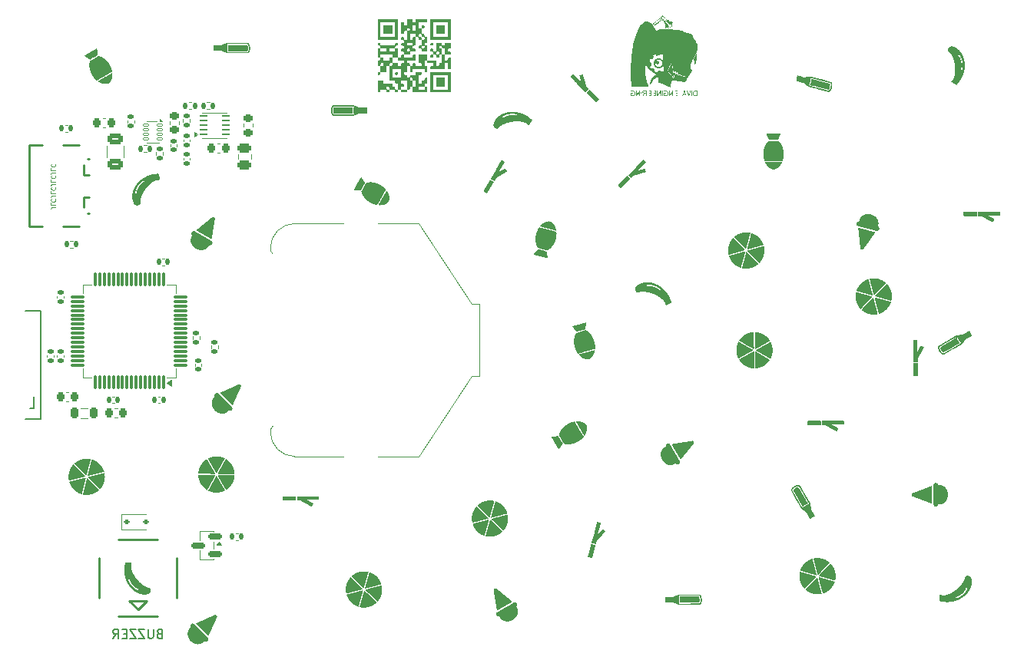
<source format=gbr>
%TF.GenerationSoftware,KiCad,Pcbnew,9.0.6*%
%TF.CreationDate,2026-01-26T23:14:37+09:00*%
%TF.ProjectId,bokaka,626f6b61-6b61-42e6-9b69-6361645f7063,rev?*%
%TF.SameCoordinates,Original*%
%TF.FileFunction,Legend,Bot*%
%TF.FilePolarity,Positive*%
%FSLAX46Y46*%
G04 Gerber Fmt 4.6, Leading zero omitted, Abs format (unit mm)*
G04 Created by KiCad (PCBNEW 9.0.6) date 2026-01-26 23:14:37*
%MOMM*%
%LPD*%
G01*
G04 APERTURE LIST*
G04 Aperture macros list*
%AMRoundRect*
0 Rectangle with rounded corners*
0 $1 Rounding radius*
0 $2 $3 $4 $5 $6 $7 $8 $9 X,Y pos of 4 corners*
0 Add a 4 corners polygon primitive as box body*
4,1,4,$2,$3,$4,$5,$6,$7,$8,$9,$2,$3,0*
0 Add four circle primitives for the rounded corners*
1,1,$1+$1,$2,$3*
1,1,$1+$1,$4,$5*
1,1,$1+$1,$6,$7*
1,1,$1+$1,$8,$9*
0 Add four rect primitives between the rounded corners*
20,1,$1+$1,$2,$3,$4,$5,0*
20,1,$1+$1,$4,$5,$6,$7,0*
20,1,$1+$1,$6,$7,$8,$9,0*
20,1,$1+$1,$8,$9,$2,$3,0*%
G04 Aperture macros list end*
%ADD10C,0.125000*%
%ADD11C,0.150000*%
%ADD12C,0.000000*%
%ADD13C,0.120000*%
%ADD14C,0.254000*%
%ADD15R,1.700000X1.700000*%
%ADD16C,1.700000*%
%ADD17RoundRect,0.218750X0.218750X0.381250X-0.218750X0.381250X-0.218750X-0.381250X0.218750X-0.381250X0*%
%ADD18RoundRect,0.135000X0.135000X0.185000X-0.135000X0.185000X-0.135000X-0.185000X0.135000X-0.185000X0*%
%ADD19RoundRect,0.135000X-0.135000X-0.185000X0.135000X-0.185000X0.135000X0.185000X-0.135000X0.185000X0*%
%ADD20RoundRect,0.140000X-0.170000X0.140000X-0.170000X-0.140000X0.170000X-0.140000X0.170000X0.140000X0*%
%ADD21RoundRect,0.218750X0.256250X-0.218750X0.256250X0.218750X-0.256250X0.218750X-0.256250X-0.218750X0*%
%ADD22RoundRect,0.135000X-0.185000X0.135000X-0.185000X-0.135000X0.185000X-0.135000X0.185000X0.135000X0*%
%ADD23RoundRect,0.140000X0.170000X-0.140000X0.170000X0.140000X-0.170000X0.140000X-0.170000X-0.140000X0*%
%ADD24RoundRect,0.140000X-0.140000X-0.170000X0.140000X-0.170000X0.140000X0.170000X-0.140000X0.170000X0*%
%ADD25C,1.016000*%
%ADD26R,1.270000X1.016000*%
%ADD27RoundRect,0.050000X0.285000X0.100000X-0.285000X0.100000X-0.285000X-0.100000X0.285000X-0.100000X0*%
%ADD28RoundRect,0.140000X0.140000X0.170000X-0.140000X0.170000X-0.140000X-0.170000X0.140000X-0.170000X0*%
%ADD29O,1.800000X1.200000*%
%ADD30O,2.100000X1.100000*%
%ADD31R,1.300000X0.600000*%
%ADD32R,1.300000X0.300000*%
%ADD33RoundRect,0.225000X0.225000X0.250000X-0.225000X0.250000X-0.225000X-0.250000X0.225000X-0.250000X0*%
%ADD34RoundRect,0.225000X0.250000X-0.225000X0.250000X0.225000X-0.250000X0.225000X-0.250000X-0.225000X0*%
%ADD35RoundRect,0.062500X-0.350000X-0.062500X0.350000X-0.062500X0.350000X0.062500X-0.350000X0.062500X0*%
%ADD36R,1.200000X2.000000*%
%ADD37RoundRect,0.250000X-0.475000X0.250000X-0.475000X-0.250000X0.475000X-0.250000X0.475000X0.250000X0*%
%ADD38RoundRect,0.225000X-0.225000X-0.250000X0.225000X-0.250000X0.225000X0.250000X-0.225000X0.250000X0*%
%ADD39RoundRect,0.150000X0.587500X0.150000X-0.587500X0.150000X-0.587500X-0.150000X0.587500X-0.150000X0*%
%ADD40RoundRect,0.112500X-0.187500X-0.112500X0.187500X-0.112500X0.187500X0.112500X-0.187500X0.112500X0*%
%ADD41R,2.400000X2.400000*%
%ADD42RoundRect,0.250000X0.625000X-0.375000X0.625000X0.375000X-0.625000X0.375000X-0.625000X-0.375000X0*%
%ADD43RoundRect,0.075000X0.075000X-0.700000X0.075000X0.700000X-0.075000X0.700000X-0.075000X-0.700000X0*%
%ADD44RoundRect,0.075000X0.700000X-0.075000X0.700000X0.075000X-0.700000X0.075000X-0.700000X-0.075000X0*%
%ADD45C,3.000000*%
%ADD46C,20.000000*%
G04 APERTURE END LIST*
D10*
X93367690Y-72355859D02*
X93010547Y-72355859D01*
X93010547Y-72355859D02*
X92939119Y-72379668D01*
X92939119Y-72379668D02*
X92891500Y-72427287D01*
X92891500Y-72427287D02*
X92867690Y-72498716D01*
X92867690Y-72498716D02*
X92867690Y-72546335D01*
X92867690Y-71879669D02*
X92867690Y-72117764D01*
X92867690Y-72117764D02*
X93367690Y-72117764D01*
X92915309Y-71427288D02*
X92891500Y-71451097D01*
X92891500Y-71451097D02*
X92867690Y-71522526D01*
X92867690Y-71522526D02*
X92867690Y-71570145D01*
X92867690Y-71570145D02*
X92891500Y-71641573D01*
X92891500Y-71641573D02*
X92939119Y-71689192D01*
X92939119Y-71689192D02*
X92986738Y-71713002D01*
X92986738Y-71713002D02*
X93081976Y-71736811D01*
X93081976Y-71736811D02*
X93153404Y-71736811D01*
X93153404Y-71736811D02*
X93248642Y-71713002D01*
X93248642Y-71713002D02*
X93296261Y-71689192D01*
X93296261Y-71689192D02*
X93343880Y-71641573D01*
X93343880Y-71641573D02*
X93367690Y-71570145D01*
X93367690Y-71570145D02*
X93367690Y-71522526D01*
X93367690Y-71522526D02*
X93343880Y-71451097D01*
X93343880Y-71451097D02*
X93320071Y-71427288D01*
X93367690Y-71070145D02*
X93010547Y-71070145D01*
X93010547Y-71070145D02*
X92939119Y-71093954D01*
X92939119Y-71093954D02*
X92891500Y-71141573D01*
X92891500Y-71141573D02*
X92867690Y-71213002D01*
X92867690Y-71213002D02*
X92867690Y-71260621D01*
X92867690Y-70593955D02*
X92867690Y-70832050D01*
X92867690Y-70832050D02*
X93367690Y-70832050D01*
X92915309Y-70141574D02*
X92891500Y-70165383D01*
X92891500Y-70165383D02*
X92867690Y-70236812D01*
X92867690Y-70236812D02*
X92867690Y-70284431D01*
X92867690Y-70284431D02*
X92891500Y-70355859D01*
X92891500Y-70355859D02*
X92939119Y-70403478D01*
X92939119Y-70403478D02*
X92986738Y-70427288D01*
X92986738Y-70427288D02*
X93081976Y-70451097D01*
X93081976Y-70451097D02*
X93153404Y-70451097D01*
X93153404Y-70451097D02*
X93248642Y-70427288D01*
X93248642Y-70427288D02*
X93296261Y-70403478D01*
X93296261Y-70403478D02*
X93343880Y-70355859D01*
X93343880Y-70355859D02*
X93367690Y-70284431D01*
X93367690Y-70284431D02*
X93367690Y-70236812D01*
X93367690Y-70236812D02*
X93343880Y-70165383D01*
X93343880Y-70165383D02*
X93320071Y-70141574D01*
X93367690Y-69784431D02*
X93010547Y-69784431D01*
X93010547Y-69784431D02*
X92939119Y-69808240D01*
X92939119Y-69808240D02*
X92891500Y-69855859D01*
X92891500Y-69855859D02*
X92867690Y-69927288D01*
X92867690Y-69927288D02*
X92867690Y-69974907D01*
X92867690Y-69308241D02*
X92867690Y-69546336D01*
X92867690Y-69546336D02*
X93367690Y-69546336D01*
X92915309Y-68855860D02*
X92891500Y-68879669D01*
X92891500Y-68879669D02*
X92867690Y-68951098D01*
X92867690Y-68951098D02*
X92867690Y-68998717D01*
X92867690Y-68998717D02*
X92891500Y-69070145D01*
X92891500Y-69070145D02*
X92939119Y-69117764D01*
X92939119Y-69117764D02*
X92986738Y-69141574D01*
X92986738Y-69141574D02*
X93081976Y-69165383D01*
X93081976Y-69165383D02*
X93153404Y-69165383D01*
X93153404Y-69165383D02*
X93248642Y-69141574D01*
X93248642Y-69141574D02*
X93296261Y-69117764D01*
X93296261Y-69117764D02*
X93343880Y-69070145D01*
X93343880Y-69070145D02*
X93367690Y-68998717D01*
X93367690Y-68998717D02*
X93367690Y-68951098D01*
X93367690Y-68951098D02*
X93343880Y-68879669D01*
X93343880Y-68879669D02*
X93320071Y-68855860D01*
X93367690Y-68498717D02*
X93010547Y-68498717D01*
X93010547Y-68498717D02*
X92939119Y-68522526D01*
X92939119Y-68522526D02*
X92891500Y-68570145D01*
X92891500Y-68570145D02*
X92867690Y-68641574D01*
X92867690Y-68641574D02*
X92867690Y-68689193D01*
X92867690Y-68022527D02*
X92867690Y-68260622D01*
X92867690Y-68260622D02*
X93367690Y-68260622D01*
X92915309Y-67570146D02*
X92891500Y-67593955D01*
X92891500Y-67593955D02*
X92867690Y-67665384D01*
X92867690Y-67665384D02*
X92867690Y-67713003D01*
X92867690Y-67713003D02*
X92891500Y-67784431D01*
X92891500Y-67784431D02*
X92939119Y-67832050D01*
X92939119Y-67832050D02*
X92986738Y-67855860D01*
X92986738Y-67855860D02*
X93081976Y-67879669D01*
X93081976Y-67879669D02*
X93153404Y-67879669D01*
X93153404Y-67879669D02*
X93248642Y-67855860D01*
X93248642Y-67855860D02*
X93296261Y-67832050D01*
X93296261Y-67832050D02*
X93343880Y-67784431D01*
X93343880Y-67784431D02*
X93367690Y-67713003D01*
X93367690Y-67713003D02*
X93367690Y-67665384D01*
X93367690Y-67665384D02*
X93343880Y-67593955D01*
X93343880Y-67593955D02*
X93320071Y-67570146D01*
D11*
X104807142Y-119381009D02*
X104664285Y-119428628D01*
X104664285Y-119428628D02*
X104616666Y-119476247D01*
X104616666Y-119476247D02*
X104569047Y-119571485D01*
X104569047Y-119571485D02*
X104569047Y-119714342D01*
X104569047Y-119714342D02*
X104616666Y-119809580D01*
X104616666Y-119809580D02*
X104664285Y-119857200D01*
X104664285Y-119857200D02*
X104759523Y-119904819D01*
X104759523Y-119904819D02*
X105140475Y-119904819D01*
X105140475Y-119904819D02*
X105140475Y-118904819D01*
X105140475Y-118904819D02*
X104807142Y-118904819D01*
X104807142Y-118904819D02*
X104711904Y-118952438D01*
X104711904Y-118952438D02*
X104664285Y-119000057D01*
X104664285Y-119000057D02*
X104616666Y-119095295D01*
X104616666Y-119095295D02*
X104616666Y-119190533D01*
X104616666Y-119190533D02*
X104664285Y-119285771D01*
X104664285Y-119285771D02*
X104711904Y-119333390D01*
X104711904Y-119333390D02*
X104807142Y-119381009D01*
X104807142Y-119381009D02*
X105140475Y-119381009D01*
X104140475Y-118904819D02*
X104140475Y-119714342D01*
X104140475Y-119714342D02*
X104092856Y-119809580D01*
X104092856Y-119809580D02*
X104045237Y-119857200D01*
X104045237Y-119857200D02*
X103949999Y-119904819D01*
X103949999Y-119904819D02*
X103759523Y-119904819D01*
X103759523Y-119904819D02*
X103664285Y-119857200D01*
X103664285Y-119857200D02*
X103616666Y-119809580D01*
X103616666Y-119809580D02*
X103569047Y-119714342D01*
X103569047Y-119714342D02*
X103569047Y-118904819D01*
X103188094Y-118904819D02*
X102521428Y-118904819D01*
X102521428Y-118904819D02*
X103188094Y-119904819D01*
X103188094Y-119904819D02*
X102521428Y-119904819D01*
X102235713Y-118904819D02*
X101569047Y-118904819D01*
X101569047Y-118904819D02*
X102235713Y-119904819D01*
X102235713Y-119904819D02*
X101569047Y-119904819D01*
X101188094Y-119381009D02*
X100854761Y-119381009D01*
X100711904Y-119904819D02*
X101188094Y-119904819D01*
X101188094Y-119904819D02*
X101188094Y-118904819D01*
X101188094Y-118904819D02*
X100711904Y-118904819D01*
X99711904Y-119904819D02*
X100045237Y-119428628D01*
X100283332Y-119904819D02*
X100283332Y-118904819D01*
X100283332Y-118904819D02*
X99902380Y-118904819D01*
X99902380Y-118904819D02*
X99807142Y-118952438D01*
X99807142Y-118952438D02*
X99759523Y-119000057D01*
X99759523Y-119000057D02*
X99711904Y-119095295D01*
X99711904Y-119095295D02*
X99711904Y-119238152D01*
X99711904Y-119238152D02*
X99759523Y-119333390D01*
X99759523Y-119333390D02*
X99807142Y-119381009D01*
X99807142Y-119381009D02*
X99902380Y-119428628D01*
X99902380Y-119428628D02*
X100283332Y-119428628D01*
D12*
%TO.C,G\u002A\u002A\u002A*%
G36*
X130478390Y-52744067D02*
G01*
X130478390Y-53228389D01*
X129994068Y-53228389D01*
X129509746Y-53228389D01*
X129509746Y-52744067D01*
X129509746Y-52259745D01*
X129994068Y-52259745D01*
X130478390Y-52259745D01*
X130478390Y-52744067D01*
G37*
G36*
X136290255Y-52744067D02*
G01*
X136290255Y-53228389D01*
X135805933Y-53228389D01*
X135321611Y-53228389D01*
X135321611Y-52744067D01*
X135321611Y-52259745D01*
X135805933Y-52259745D01*
X136290255Y-52259745D01*
X136290255Y-52744067D01*
G37*
G36*
X136290255Y-58555932D02*
G01*
X136290255Y-59040254D01*
X135805933Y-59040254D01*
X135321611Y-59040254D01*
X135321611Y-58555932D01*
X135321611Y-58071610D01*
X135805933Y-58071610D01*
X136290255Y-58071610D01*
X136290255Y-58555932D01*
G37*
G36*
X129186865Y-57587288D02*
G01*
X129181919Y-57672495D01*
X129139773Y-57735394D01*
X129025424Y-57748728D01*
X128940217Y-57743783D01*
X128877318Y-57701636D01*
X128863984Y-57587288D01*
X128868929Y-57502080D01*
X128911076Y-57439181D01*
X129025424Y-57425847D01*
X129186865Y-57425847D01*
X129186865Y-57587288D01*
G37*
G36*
X131047920Y-57430793D02*
G01*
X131110819Y-57472939D01*
X131124153Y-57587288D01*
X131119207Y-57672495D01*
X131077061Y-57735394D01*
X130962712Y-57748728D01*
X130877505Y-57743783D01*
X130814606Y-57701636D01*
X130801272Y-57587288D01*
X130806217Y-57502080D01*
X130848364Y-57439181D01*
X130962712Y-57425847D01*
X131047920Y-57430793D01*
G37*
G36*
X134922496Y-54201979D02*
G01*
X134985395Y-54244126D01*
X134998729Y-54358474D01*
X134993784Y-54443682D01*
X134951637Y-54506580D01*
X134837289Y-54519915D01*
X134752081Y-54514969D01*
X134689182Y-54472822D01*
X134675848Y-54358474D01*
X134680794Y-54273266D01*
X134722940Y-54210368D01*
X134837289Y-54197033D01*
X134922496Y-54201979D01*
G37*
G36*
X131124153Y-53874152D02*
G01*
X129994068Y-53874152D01*
X128863984Y-53874152D01*
X128863984Y-52744067D01*
X128863984Y-51936864D01*
X129186865Y-51936864D01*
X129186865Y-52744067D01*
X129186865Y-53551271D01*
X129994068Y-53551271D01*
X130801272Y-53551271D01*
X130801272Y-52744067D01*
X130801272Y-51936864D01*
X129994068Y-51936864D01*
X129186865Y-51936864D01*
X128863984Y-51936864D01*
X128863984Y-51613983D01*
X129994068Y-51613983D01*
X131124153Y-51613983D01*
X131124153Y-52744067D01*
X131124153Y-53874152D01*
G37*
G36*
X136936017Y-53874152D02*
G01*
X135805933Y-53874152D01*
X134675848Y-53874152D01*
X134675848Y-52744067D01*
X134675848Y-51936864D01*
X134998729Y-51936864D01*
X134998729Y-52744067D01*
X134998729Y-53551271D01*
X135805933Y-53551271D01*
X136613136Y-53551271D01*
X136613136Y-52744067D01*
X136613136Y-51936864D01*
X135805933Y-51936864D01*
X134998729Y-51936864D01*
X134675848Y-51936864D01*
X134675848Y-51613983D01*
X135805933Y-51613983D01*
X136936017Y-51613983D01*
X136936017Y-52744067D01*
X136936017Y-53874152D01*
G37*
G36*
X136936017Y-59686016D02*
G01*
X135805933Y-59686016D01*
X134675848Y-59686016D01*
X134675848Y-58555932D01*
X134675848Y-57748728D01*
X134998729Y-57748728D01*
X134998729Y-58555932D01*
X134998729Y-59363135D01*
X135805933Y-59363135D01*
X136613136Y-59363135D01*
X136613136Y-58555932D01*
X136613136Y-57748728D01*
X135805933Y-57748728D01*
X134998729Y-57748728D01*
X134675848Y-57748728D01*
X134675848Y-57425847D01*
X135805933Y-57425847D01*
X136936017Y-57425847D01*
X136936017Y-58555932D01*
X136936017Y-59686016D01*
G37*
G36*
X133545763Y-52582627D02*
G01*
X133630971Y-52577681D01*
X133693870Y-52535534D01*
X133707204Y-52421186D01*
X133712150Y-52335978D01*
X133754296Y-52273080D01*
X133868645Y-52259745D01*
X133953852Y-52264691D01*
X134016751Y-52306838D01*
X134030085Y-52421186D01*
X134025139Y-52506394D01*
X133982993Y-52569292D01*
X133868645Y-52582627D01*
X133707204Y-52582627D01*
X133707204Y-52905508D01*
X133707204Y-53228389D01*
X133868645Y-53228389D01*
X133953852Y-53233335D01*
X134016751Y-53275482D01*
X134030085Y-53389830D01*
X134035031Y-53475038D01*
X134077178Y-53537936D01*
X134191526Y-53551271D01*
X134352967Y-53551271D01*
X134352967Y-53712711D01*
X134352967Y-53874152D01*
X134352967Y-54197033D01*
X134191526Y-54197033D01*
X134106318Y-54201979D01*
X134043420Y-54244126D01*
X134030085Y-54358474D01*
X134035031Y-54443682D01*
X134077178Y-54506580D01*
X134191526Y-54519915D01*
X134352967Y-54519915D01*
X134352967Y-54681355D01*
X134352967Y-54842796D01*
X134352967Y-55165677D01*
X134030085Y-55165677D01*
X133707204Y-55165677D01*
X133707204Y-55004237D01*
X133702258Y-54919029D01*
X133660112Y-54856130D01*
X133545763Y-54842796D01*
X133460555Y-54837850D01*
X133397657Y-54795704D01*
X133384323Y-54681355D01*
X133707204Y-54681355D01*
X133712150Y-54766563D01*
X133754296Y-54829462D01*
X133868645Y-54842796D01*
X133953852Y-54837850D01*
X134016751Y-54795704D01*
X134030085Y-54681355D01*
X134025139Y-54596148D01*
X133982993Y-54533249D01*
X133868645Y-54519915D01*
X133783437Y-54524861D01*
X133720538Y-54567007D01*
X133707204Y-54681355D01*
X133384323Y-54681355D01*
X133389268Y-54596148D01*
X133431415Y-54533249D01*
X133545763Y-54519915D01*
X133707204Y-54519915D01*
X133707204Y-54197033D01*
X133707204Y-53874152D01*
X133545763Y-53874152D01*
X133460555Y-53869206D01*
X133397657Y-53827060D01*
X133384323Y-53712711D01*
X133379377Y-53627504D01*
X133337230Y-53564605D01*
X133222882Y-53551271D01*
X133061441Y-53551271D01*
X133061441Y-54035593D01*
X133061441Y-54358474D01*
X133061441Y-54519915D01*
X132900000Y-54519915D01*
X132814793Y-54524861D01*
X132751894Y-54567007D01*
X132738560Y-54681355D01*
X132743506Y-54766563D01*
X132785652Y-54829462D01*
X132900000Y-54842796D01*
X132985208Y-54847742D01*
X133048107Y-54889888D01*
X133061441Y-55004237D01*
X133061441Y-55165677D01*
X132738560Y-55165677D01*
X132415678Y-55165677D01*
X132415678Y-55327118D01*
X132415678Y-55488559D01*
X132092797Y-55488559D01*
X131769916Y-55488559D01*
X131769916Y-55650000D01*
X131769916Y-55811440D01*
X132254238Y-55811440D01*
X132738560Y-55811440D01*
X132738560Y-55650000D01*
X132743506Y-55564792D01*
X132785652Y-55501893D01*
X132900000Y-55488559D01*
X133061441Y-55488559D01*
X133061441Y-55811440D01*
X133061441Y-56134322D01*
X132577119Y-56134322D01*
X132092797Y-56134322D01*
X132092797Y-56295762D01*
X132097743Y-56380970D01*
X132139889Y-56443869D01*
X132254238Y-56457203D01*
X132339445Y-56462149D01*
X132402344Y-56504295D01*
X132415678Y-56618644D01*
X132420624Y-56703851D01*
X132462771Y-56766750D01*
X132577119Y-56780084D01*
X132662327Y-56775138D01*
X132725225Y-56732992D01*
X132738560Y-56618644D01*
X132743506Y-56533436D01*
X132785652Y-56470537D01*
X132900000Y-56457203D01*
X132985208Y-56462149D01*
X133048107Y-56504295D01*
X133061441Y-56618644D01*
X133061441Y-56780084D01*
X133384323Y-56780084D01*
X133707204Y-56780084D01*
X133707204Y-56618644D01*
X133702258Y-56533436D01*
X133660112Y-56470537D01*
X133545763Y-56457203D01*
X133384323Y-56457203D01*
X133384323Y-55972881D01*
X133384323Y-55488559D01*
X133868645Y-55488559D01*
X134352967Y-55488559D01*
X134352967Y-55811440D01*
X134352967Y-56134322D01*
X134837289Y-56134322D01*
X135321611Y-56134322D01*
X135321611Y-56457203D01*
X135321611Y-56780084D01*
X135483051Y-56780084D01*
X135568259Y-56775138D01*
X135631158Y-56732992D01*
X135644492Y-56618644D01*
X135649438Y-56533436D01*
X135691584Y-56470537D01*
X135805933Y-56457203D01*
X135967373Y-56457203D01*
X135967373Y-55972881D01*
X135967373Y-55488559D01*
X135805933Y-55488559D01*
X135720725Y-55493505D01*
X135657826Y-55535651D01*
X135644492Y-55650000D01*
X135639546Y-55735207D01*
X135597400Y-55798106D01*
X135483051Y-55811440D01*
X135397844Y-55806494D01*
X135334945Y-55764348D01*
X135321611Y-55650000D01*
X135316665Y-55564792D01*
X135274518Y-55501893D01*
X135160170Y-55488559D01*
X135074962Y-55493505D01*
X135012064Y-55535651D01*
X134998729Y-55650000D01*
X134993784Y-55735207D01*
X134951637Y-55798106D01*
X134837289Y-55811440D01*
X134752081Y-55806494D01*
X134689182Y-55764348D01*
X134675848Y-55650000D01*
X134680794Y-55564792D01*
X134722940Y-55501893D01*
X134837289Y-55488559D01*
X134922496Y-55483613D01*
X134985395Y-55441467D01*
X134998729Y-55327118D01*
X135321611Y-55327118D01*
X135326556Y-55412326D01*
X135368703Y-55475225D01*
X135483051Y-55488559D01*
X135568259Y-55483613D01*
X135631158Y-55441467D01*
X135644492Y-55327118D01*
X135639546Y-55241910D01*
X135597400Y-55179012D01*
X135483051Y-55165677D01*
X135397844Y-55170623D01*
X135334945Y-55212770D01*
X135321611Y-55327118D01*
X134998729Y-55327118D01*
X134993784Y-55241910D01*
X134951637Y-55179012D01*
X134837289Y-55165677D01*
X134752081Y-55160732D01*
X134689182Y-55118585D01*
X134675848Y-55004237D01*
X134680794Y-54919029D01*
X134722940Y-54856130D01*
X134837289Y-54842796D01*
X134922496Y-54847742D01*
X134985395Y-54889888D01*
X134998729Y-55004237D01*
X135003675Y-55089445D01*
X135045822Y-55152343D01*
X135160170Y-55165677D01*
X135321611Y-55165677D01*
X135321611Y-54681355D01*
X135644492Y-54681355D01*
X135649438Y-54766563D01*
X135691584Y-54829462D01*
X135805933Y-54842796D01*
X135967373Y-54842796D01*
X135967373Y-55165677D01*
X135967373Y-55327118D01*
X135967373Y-55488559D01*
X136128814Y-55488559D01*
X136290255Y-55488559D01*
X136290255Y-55165677D01*
X136290255Y-54842796D01*
X136128814Y-54842796D01*
X136043606Y-54837850D01*
X135980708Y-54795704D01*
X135967373Y-54681355D01*
X135962428Y-54596148D01*
X135920281Y-54533249D01*
X135805933Y-54519915D01*
X135720725Y-54524861D01*
X135657826Y-54567007D01*
X135644492Y-54681355D01*
X135321611Y-54681355D01*
X135321611Y-54197033D01*
X135644492Y-54197033D01*
X135967373Y-54197033D01*
X135967373Y-54358474D01*
X135972319Y-54443682D01*
X136014466Y-54506580D01*
X136128814Y-54519915D01*
X136214022Y-54514969D01*
X136276920Y-54472822D01*
X136290255Y-54358474D01*
X136290255Y-54197033D01*
X136613136Y-54197033D01*
X136936017Y-54197033D01*
X136936017Y-54519915D01*
X136936017Y-54842796D01*
X136774577Y-54842796D01*
X136689369Y-54847742D01*
X136626470Y-54889888D01*
X136613136Y-55004237D01*
X136618082Y-55089445D01*
X136660228Y-55152343D01*
X136774577Y-55165677D01*
X136859784Y-55170623D01*
X136922683Y-55212770D01*
X136936017Y-55327118D01*
X136936017Y-55488559D01*
X136613136Y-55488559D01*
X136290255Y-55488559D01*
X136290255Y-55811440D01*
X136290255Y-56134322D01*
X136451695Y-56134322D01*
X136536903Y-56129376D01*
X136599802Y-56087229D01*
X136613136Y-55972881D01*
X136618082Y-55887673D01*
X136660228Y-55824775D01*
X136774577Y-55811440D01*
X136936017Y-55811440D01*
X136936017Y-56457203D01*
X136936017Y-57102966D01*
X136774577Y-57102966D01*
X136613136Y-57102966D01*
X136613136Y-56780084D01*
X136613136Y-56457203D01*
X136451695Y-56457203D01*
X136290255Y-56457203D01*
X136290255Y-56780084D01*
X136290255Y-57102966D01*
X135483051Y-57102966D01*
X134675848Y-57102966D01*
X134675848Y-56941525D01*
X134680794Y-56856317D01*
X134722940Y-56793419D01*
X134837289Y-56780084D01*
X134922496Y-56775138D01*
X134985395Y-56732992D01*
X134998729Y-56618644D01*
X134998729Y-56457203D01*
X134675848Y-56457203D01*
X134352967Y-56457203D01*
X134352967Y-56295762D01*
X134348021Y-56210555D01*
X134305874Y-56147656D01*
X134191526Y-56134322D01*
X134030085Y-56134322D01*
X134030085Y-56457203D01*
X134030085Y-56780084D01*
X134191526Y-56780084D01*
X134352967Y-56780084D01*
X134352967Y-57102966D01*
X134352967Y-57425847D01*
X134191526Y-57425847D01*
X134106318Y-57420901D01*
X134043420Y-57378755D01*
X134030085Y-57264406D01*
X134030085Y-57102966D01*
X133384323Y-57102966D01*
X132738560Y-57102966D01*
X132738560Y-57264406D01*
X132733614Y-57349614D01*
X132691468Y-57412513D01*
X132577119Y-57425847D01*
X132415678Y-57425847D01*
X132415678Y-57102966D01*
X132415678Y-56780084D01*
X132254238Y-56780084D01*
X132092797Y-56780084D01*
X132092797Y-57102966D01*
X132092797Y-57425847D01*
X131931356Y-57425847D01*
X131846149Y-57430793D01*
X131783250Y-57472939D01*
X131769916Y-57587288D01*
X131774862Y-57672495D01*
X131817008Y-57735394D01*
X131931356Y-57748728D01*
X132016564Y-57753674D01*
X132079463Y-57795821D01*
X132092797Y-57910169D01*
X132097743Y-57995377D01*
X132139889Y-58058275D01*
X132254238Y-58071610D01*
X132339445Y-58066664D01*
X132402344Y-58024517D01*
X132415678Y-57910169D01*
X132415678Y-57748728D01*
X132738560Y-57748728D01*
X133061441Y-57748728D01*
X133061441Y-57587288D01*
X133061441Y-57425847D01*
X133384323Y-57425847D01*
X133707204Y-57425847D01*
X133707204Y-57587288D01*
X133702258Y-57672495D01*
X133660112Y-57735394D01*
X133545763Y-57748728D01*
X133384323Y-57748728D01*
X133384323Y-58233050D01*
X133384323Y-58394491D01*
X133384323Y-58717372D01*
X133545763Y-58717372D01*
X133630971Y-58712427D01*
X133693870Y-58670280D01*
X133707204Y-58555932D01*
X133712150Y-58470724D01*
X133754296Y-58407825D01*
X133868645Y-58394491D01*
X133953852Y-58389545D01*
X134016751Y-58347399D01*
X134030085Y-58233050D01*
X134035031Y-58147843D01*
X134077178Y-58084944D01*
X134191526Y-58071610D01*
X134352967Y-58071610D01*
X134352967Y-58394491D01*
X134352967Y-58717372D01*
X134191526Y-58717372D01*
X134106318Y-58722318D01*
X134043420Y-58764465D01*
X134030085Y-58878813D01*
X134035031Y-58964021D01*
X134077178Y-59026919D01*
X134191526Y-59040254D01*
X134352967Y-59040254D01*
X134352967Y-59201694D01*
X134352967Y-59363135D01*
X134352967Y-59686016D01*
X133545763Y-59686016D01*
X132738560Y-59686016D01*
X132738560Y-59363135D01*
X132738560Y-59040254D01*
X132577119Y-59040254D01*
X132491911Y-59045200D01*
X132429013Y-59087346D01*
X132415678Y-59201694D01*
X132410733Y-59286902D01*
X132368586Y-59349801D01*
X132254238Y-59363135D01*
X132169030Y-59368081D01*
X132106131Y-59410227D01*
X132092797Y-59524576D01*
X132092797Y-59686016D01*
X131769916Y-59686016D01*
X131447034Y-59686016D01*
X131447034Y-59524576D01*
X131442089Y-59439368D01*
X131399942Y-59376469D01*
X131285594Y-59363135D01*
X131200386Y-59368081D01*
X131137487Y-59410227D01*
X131124153Y-59524576D01*
X131119207Y-59609783D01*
X131077061Y-59672682D01*
X130962712Y-59686016D01*
X130877505Y-59681071D01*
X130814606Y-59638924D01*
X130801272Y-59524576D01*
X130801272Y-59363135D01*
X130478390Y-59363135D01*
X130155509Y-59363135D01*
X130155509Y-59524576D01*
X130150563Y-59609783D01*
X130108417Y-59672682D01*
X129994068Y-59686016D01*
X129908861Y-59681071D01*
X129845962Y-59638924D01*
X129832628Y-59524576D01*
X129832628Y-59363135D01*
X129509746Y-59363135D01*
X129186865Y-59363135D01*
X129186865Y-59524576D01*
X129181919Y-59609783D01*
X129139773Y-59672682D01*
X129025424Y-59686016D01*
X128863984Y-59686016D01*
X128863984Y-59201694D01*
X129832628Y-59201694D01*
X129837573Y-59286902D01*
X129879720Y-59349801D01*
X129994068Y-59363135D01*
X130079276Y-59358189D01*
X130142175Y-59316043D01*
X130155509Y-59201694D01*
X130150563Y-59116487D01*
X130108417Y-59053588D01*
X129994068Y-59040254D01*
X129908861Y-59045200D01*
X129845962Y-59087346D01*
X129832628Y-59201694D01*
X128863984Y-59201694D01*
X128863984Y-59040254D01*
X128863984Y-58394491D01*
X129186865Y-58394491D01*
X129509746Y-58394491D01*
X129509746Y-58555932D01*
X129509746Y-58717372D01*
X129994068Y-58717372D01*
X130478390Y-58717372D01*
X130478390Y-58878813D01*
X130483336Y-58964021D01*
X130525483Y-59026919D01*
X130639831Y-59040254D01*
X130725039Y-59045200D01*
X130787937Y-59087346D01*
X130801272Y-59201694D01*
X130806217Y-59286902D01*
X130848364Y-59349801D01*
X130962712Y-59363135D01*
X131124153Y-59363135D01*
X131124153Y-59040254D01*
X131124153Y-58717372D01*
X130962712Y-58717372D01*
X130877505Y-58712427D01*
X130814606Y-58670280D01*
X130801272Y-58555932D01*
X130801272Y-58394491D01*
X131447034Y-58394491D01*
X131447034Y-58555932D01*
X131451980Y-58641139D01*
X131494127Y-58704038D01*
X131608475Y-58717372D01*
X131693683Y-58722318D01*
X131756581Y-58764465D01*
X131769916Y-58878813D01*
X131764970Y-58964021D01*
X131722823Y-59026919D01*
X131608475Y-59040254D01*
X131523267Y-59045200D01*
X131460369Y-59087346D01*
X131447034Y-59201694D01*
X131447034Y-59363135D01*
X131769916Y-59363135D01*
X132092797Y-59363135D01*
X132092797Y-58878813D01*
X132092797Y-58394491D01*
X131769916Y-58394491D01*
X131447034Y-58394491D01*
X130801272Y-58394491D01*
X130478390Y-58394491D01*
X130155509Y-58394491D01*
X130155509Y-58233050D01*
X132415678Y-58233050D01*
X132420624Y-58318258D01*
X132462771Y-58381157D01*
X132577119Y-58394491D01*
X132738560Y-58394491D01*
X132738560Y-58717372D01*
X132738560Y-58878813D01*
X132738560Y-59040254D01*
X132900000Y-59040254D01*
X133061441Y-59040254D01*
X133384323Y-59040254D01*
X133384323Y-59201694D01*
X133384323Y-59363135D01*
X133707204Y-59363135D01*
X134030085Y-59363135D01*
X134030085Y-59201694D01*
X134030085Y-59040254D01*
X133707204Y-59040254D01*
X133384323Y-59040254D01*
X133061441Y-59040254D01*
X133061441Y-58717372D01*
X133061441Y-58394491D01*
X132900000Y-58394491D01*
X132814793Y-58389545D01*
X132751894Y-58347399D01*
X132738560Y-58233050D01*
X132733614Y-58147843D01*
X132691468Y-58084944D01*
X132577119Y-58071610D01*
X132491911Y-58076555D01*
X132429013Y-58118702D01*
X132415678Y-58233050D01*
X130155509Y-58233050D01*
X130155509Y-57587288D01*
X130155509Y-57102966D01*
X130478390Y-57102966D01*
X130478390Y-57587288D01*
X130478390Y-58071610D01*
X130962712Y-58071610D01*
X131447034Y-58071610D01*
X131447034Y-57587288D01*
X131447034Y-57102966D01*
X130962712Y-57102966D01*
X130478390Y-57102966D01*
X130155509Y-57102966D01*
X130155509Y-56780084D01*
X129994068Y-56780084D01*
X129832628Y-56780084D01*
X129832628Y-57102966D01*
X129832628Y-57425847D01*
X129509746Y-57425847D01*
X129186865Y-57425847D01*
X129186865Y-57102966D01*
X129186865Y-56780084D01*
X129025424Y-56780084D01*
X128863984Y-56780084D01*
X128863984Y-56618644D01*
X129186865Y-56618644D01*
X129191811Y-56703851D01*
X129233957Y-56766750D01*
X129348306Y-56780084D01*
X129433513Y-56775138D01*
X129496412Y-56732992D01*
X129509746Y-56618644D01*
X129504800Y-56533436D01*
X129462654Y-56470537D01*
X129348306Y-56457203D01*
X129263098Y-56462149D01*
X129200199Y-56504295D01*
X129186865Y-56618644D01*
X128863984Y-56618644D01*
X128863984Y-56457203D01*
X128863984Y-56134322D01*
X129025424Y-56134322D01*
X129110632Y-56129376D01*
X129173531Y-56087229D01*
X129186865Y-55972881D01*
X129181919Y-55887673D01*
X129139773Y-55824775D01*
X129025424Y-55811440D01*
X128863984Y-55811440D01*
X128863984Y-55488559D01*
X129186865Y-55488559D01*
X129186865Y-55650000D01*
X129191811Y-55735207D01*
X129233957Y-55798106D01*
X129348306Y-55811440D01*
X129433513Y-55816386D01*
X129496412Y-55858532D01*
X129509746Y-55972881D01*
X129509746Y-56134322D01*
X129832628Y-56134322D01*
X130155509Y-56134322D01*
X130155509Y-55972881D01*
X130160455Y-55887673D01*
X130202601Y-55824775D01*
X130316950Y-55811440D01*
X130478390Y-55811440D01*
X130478390Y-56134322D01*
X130478390Y-56457203D01*
X130316950Y-56457203D01*
X130231742Y-56462149D01*
X130168843Y-56504295D01*
X130155509Y-56618644D01*
X130160455Y-56703851D01*
X130202601Y-56766750D01*
X130316950Y-56780084D01*
X130402157Y-56775138D01*
X130465056Y-56732992D01*
X130478390Y-56618644D01*
X130478390Y-56457203D01*
X130801272Y-56457203D01*
X131124153Y-56457203D01*
X131124153Y-56618644D01*
X131129099Y-56703851D01*
X131171245Y-56766750D01*
X131285594Y-56780084D01*
X131370801Y-56775138D01*
X131433700Y-56732992D01*
X131447034Y-56618644D01*
X131451980Y-56533436D01*
X131494127Y-56470537D01*
X131608475Y-56457203D01*
X131693683Y-56452257D01*
X131756581Y-56410111D01*
X131769916Y-56295762D01*
X131769916Y-56134322D01*
X131447034Y-56134322D01*
X131124153Y-56134322D01*
X131124153Y-55972881D01*
X131124153Y-55811440D01*
X130801272Y-55811440D01*
X130478390Y-55811440D01*
X130478390Y-55650000D01*
X130478390Y-55488559D01*
X129832628Y-55488559D01*
X129186865Y-55488559D01*
X128863984Y-55488559D01*
X128863984Y-55327118D01*
X128863984Y-54842796D01*
X129025424Y-54842796D01*
X129186865Y-54842796D01*
X129186865Y-55004237D01*
X129186865Y-55165677D01*
X129509746Y-55165677D01*
X129832628Y-55165677D01*
X130155509Y-55165677D01*
X130478390Y-55165677D01*
X130801272Y-55165677D01*
X130801272Y-55004237D01*
X130801272Y-54842796D01*
X130478390Y-54842796D01*
X130155509Y-54842796D01*
X130155509Y-55004237D01*
X130155509Y-55165677D01*
X129832628Y-55165677D01*
X129832628Y-55004237D01*
X129832628Y-54842796D01*
X129509746Y-54842796D01*
X129186865Y-54842796D01*
X129025424Y-54842796D01*
X129110632Y-54837850D01*
X129173531Y-54795704D01*
X129186865Y-54681355D01*
X129181919Y-54596148D01*
X129139773Y-54533249D01*
X129025424Y-54519915D01*
X128940217Y-54514969D01*
X128877318Y-54472822D01*
X128863984Y-54358474D01*
X128868929Y-54273266D01*
X128911076Y-54210368D01*
X129025424Y-54197033D01*
X129110632Y-54201979D01*
X129173531Y-54244126D01*
X129186865Y-54358474D01*
X129186865Y-54519915D01*
X129994068Y-54519915D01*
X130801272Y-54519915D01*
X130801272Y-54358474D01*
X130806217Y-54273266D01*
X130848364Y-54210368D01*
X130962712Y-54197033D01*
X131047920Y-54201979D01*
X131110819Y-54244126D01*
X131124153Y-54358474D01*
X131119207Y-54443682D01*
X131077061Y-54506580D01*
X130962712Y-54519915D01*
X130877505Y-54524861D01*
X130814606Y-54567007D01*
X130801272Y-54681355D01*
X130806217Y-54766563D01*
X130848364Y-54829462D01*
X130962712Y-54842796D01*
X131124153Y-54842796D01*
X131124153Y-55004237D01*
X131124153Y-55327118D01*
X131124153Y-55811440D01*
X131285594Y-55811440D01*
X131370801Y-55806494D01*
X131433700Y-55764348D01*
X131447034Y-55650000D01*
X131451980Y-55564792D01*
X131494127Y-55501893D01*
X131608475Y-55488559D01*
X131693683Y-55483613D01*
X131756581Y-55441467D01*
X131769916Y-55327118D01*
X131764970Y-55241910D01*
X131722823Y-55179012D01*
X131608475Y-55165677D01*
X131523267Y-55160732D01*
X131460369Y-55118585D01*
X131447034Y-55004237D01*
X132092797Y-55004237D01*
X132097743Y-55089445D01*
X132139889Y-55152343D01*
X132254238Y-55165677D01*
X132339445Y-55160732D01*
X132402344Y-55118585D01*
X132415678Y-55004237D01*
X132410733Y-54919029D01*
X132368586Y-54856130D01*
X132254238Y-54842796D01*
X132169030Y-54847742D01*
X132106131Y-54889888D01*
X132092797Y-55004237D01*
X131447034Y-55004237D01*
X131451980Y-54919029D01*
X131494127Y-54856130D01*
X131608475Y-54842796D01*
X131693683Y-54837850D01*
X131756581Y-54795704D01*
X131769916Y-54681355D01*
X131764970Y-54596148D01*
X131722823Y-54533249D01*
X131608475Y-54519915D01*
X131523267Y-54514969D01*
X131460369Y-54472822D01*
X131447034Y-54358474D01*
X131451980Y-54273266D01*
X131494127Y-54210368D01*
X131608475Y-54197033D01*
X132092797Y-54197033D01*
X132092797Y-54358474D01*
X132092797Y-54519915D01*
X132415678Y-54519915D01*
X132738560Y-54519915D01*
X132738560Y-54358474D01*
X132738560Y-54197033D01*
X132415678Y-54197033D01*
X132092797Y-54197033D01*
X131608475Y-54197033D01*
X131693683Y-54192088D01*
X131756581Y-54149941D01*
X131769916Y-54035593D01*
X131764970Y-53950385D01*
X131722823Y-53887486D01*
X131608475Y-53874152D01*
X131523267Y-53869206D01*
X131460369Y-53827060D01*
X131447034Y-53712711D01*
X131451980Y-53627504D01*
X131494127Y-53564605D01*
X131608475Y-53551271D01*
X131693683Y-53556216D01*
X131756581Y-53598363D01*
X131769916Y-53712711D01*
X131774862Y-53797919D01*
X131817008Y-53860818D01*
X131931356Y-53874152D01*
X132092797Y-53874152D01*
X132092797Y-53389830D01*
X132092797Y-53228389D01*
X132415678Y-53228389D01*
X132415678Y-53551271D01*
X132415678Y-53874152D01*
X132577119Y-53874152D01*
X132662327Y-53869206D01*
X132725225Y-53827060D01*
X132738560Y-53712711D01*
X132743506Y-53627504D01*
X132785652Y-53564605D01*
X132900000Y-53551271D01*
X132985208Y-53546325D01*
X133048107Y-53504178D01*
X133061441Y-53389830D01*
X133384323Y-53389830D01*
X133389268Y-53475038D01*
X133431415Y-53537936D01*
X133545763Y-53551271D01*
X133630971Y-53556216D01*
X133693870Y-53598363D01*
X133707204Y-53712711D01*
X133712150Y-53797919D01*
X133754296Y-53860818D01*
X133868645Y-53874152D01*
X133953852Y-53869206D01*
X134016751Y-53827060D01*
X134030085Y-53712711D01*
X134025139Y-53627504D01*
X133982993Y-53564605D01*
X133868645Y-53551271D01*
X133783437Y-53546325D01*
X133720538Y-53504178D01*
X133707204Y-53389830D01*
X133702258Y-53304622D01*
X133660112Y-53241724D01*
X133545763Y-53228389D01*
X133460555Y-53233335D01*
X133397657Y-53275482D01*
X133384323Y-53389830D01*
X133061441Y-53389830D01*
X133061441Y-53228389D01*
X132738560Y-53228389D01*
X132415678Y-53228389D01*
X132092797Y-53228389D01*
X132092797Y-52905508D01*
X131931356Y-52905508D01*
X131846149Y-52910454D01*
X131783250Y-52952600D01*
X131769916Y-53066949D01*
X131764970Y-53152156D01*
X131722823Y-53215055D01*
X131608475Y-53228389D01*
X131447034Y-53228389D01*
X131447034Y-52744067D01*
X132092797Y-52744067D01*
X132097743Y-52829275D01*
X132139889Y-52892174D01*
X132254238Y-52905508D01*
X132738560Y-52905508D01*
X132900000Y-52905508D01*
X133061441Y-52905508D01*
X133061441Y-52582627D01*
X133061441Y-52259745D01*
X132900000Y-52259745D01*
X132738560Y-52259745D01*
X132738560Y-52582627D01*
X132738560Y-52744067D01*
X132738560Y-52905508D01*
X132254238Y-52905508D01*
X132339445Y-52900562D01*
X132402344Y-52858416D01*
X132415678Y-52744067D01*
X132410733Y-52658860D01*
X132368586Y-52595961D01*
X132254238Y-52582627D01*
X132169030Y-52587572D01*
X132106131Y-52629719D01*
X132092797Y-52744067D01*
X131447034Y-52744067D01*
X131447034Y-52582627D01*
X131447034Y-51936864D01*
X131608475Y-51936864D01*
X131693683Y-51941810D01*
X131756581Y-51983956D01*
X131769916Y-52098305D01*
X131774862Y-52183512D01*
X131817008Y-52246411D01*
X131931356Y-52259745D01*
X132092797Y-52259745D01*
X132092797Y-51936864D01*
X132092797Y-51613983D01*
X132415678Y-51613983D01*
X132738560Y-51613983D01*
X132738560Y-51775423D01*
X132743506Y-51860631D01*
X132785652Y-51923530D01*
X132900000Y-51936864D01*
X132985208Y-51931918D01*
X133048107Y-51889772D01*
X133061441Y-51775423D01*
X133061441Y-51613983D01*
X133707204Y-51613983D01*
X134352967Y-51613983D01*
X134352967Y-51775423D01*
X134352967Y-51936864D01*
X133868645Y-51936864D01*
X133384323Y-51936864D01*
X133384323Y-52259745D01*
X133384323Y-52582627D01*
X133545763Y-52582627D01*
G37*
G36*
X98754452Y-101661877D02*
G01*
X98757076Y-101663847D01*
X98758974Y-101666996D01*
X98759318Y-101670134D01*
X98759274Y-101670372D01*
X98759463Y-101673265D01*
X98760405Y-101677119D01*
X98760632Y-101677851D01*
X98761370Y-101681122D01*
X98761297Y-101682838D01*
X98761228Y-101683808D01*
X98761857Y-101686855D01*
X98763146Y-101691108D01*
X98764131Y-101694253D01*
X98764945Y-101697733D01*
X98764949Y-101699393D01*
X98764838Y-101699632D01*
X98765032Y-101701864D01*
X98766044Y-101705379D01*
X98766386Y-101706386D01*
X98767215Y-101709647D01*
X98767187Y-101711322D01*
X98767084Y-101712024D01*
X98767577Y-101714826D01*
X98768751Y-101718865D01*
X98769517Y-101721340D01*
X98770314Y-101724759D01*
X98770320Y-101726406D01*
X98770208Y-101726671D01*
X98770372Y-101728955D01*
X98771244Y-101732565D01*
X98771567Y-101733711D01*
X98772258Y-101737022D01*
X98772204Y-101738688D01*
X98772115Y-101739377D01*
X98772629Y-101742159D01*
X98773811Y-101746191D01*
X98774560Y-101748664D01*
X98775304Y-101752150D01*
X98775218Y-101753889D01*
X98774956Y-101754837D01*
X98775658Y-101757294D01*
X98776591Y-101760423D01*
X98777024Y-101764532D01*
X98777034Y-101764942D01*
X98777578Y-101769748D01*
X98778679Y-101774717D01*
X98778902Y-101775521D01*
X98779729Y-101779902D01*
X98779832Y-101783293D01*
X98779850Y-101785363D01*
X98780877Y-101787875D01*
X98781443Y-101788758D01*
X98781460Y-101791408D01*
X98781354Y-101791718D01*
X98781240Y-101794702D01*
X98781902Y-101798668D01*
X98782620Y-101801750D01*
X98784227Y-101815589D01*
X98784303Y-101816590D01*
X98784908Y-101820589D01*
X98785892Y-101825259D01*
X98786273Y-101827001D01*
X98786934Y-101831555D01*
X98786962Y-101834859D01*
X98786897Y-101836950D01*
X98787638Y-101839166D01*
X98788451Y-101841014D01*
X98788898Y-101844374D01*
X98789090Y-101850261D01*
X98789439Y-101856161D01*
X98789881Y-101860305D01*
X98790366Y-101862135D01*
X98790535Y-101862453D01*
X98791039Y-101864905D01*
X98791425Y-101868758D01*
X98791453Y-101869218D01*
X98791940Y-101874953D01*
X98792554Y-101880513D01*
X98792604Y-101880908D01*
X98793148Y-101886547D01*
X98793447Y-101892035D01*
X98793496Y-101893185D01*
X98793872Y-101896745D01*
X98794454Y-101898603D01*
X98794476Y-101898630D01*
X98794905Y-101900590D01*
X98794775Y-101903983D01*
X98794760Y-101904113D01*
X98794646Y-101907485D01*
X98795087Y-101909382D01*
X98795521Y-101910673D01*
X98796051Y-101914141D01*
X98796462Y-101918849D01*
X98796704Y-101922530D01*
X98797135Y-101928196D01*
X98797533Y-101932547D01*
X98797634Y-101933520D01*
X98798084Y-101938719D01*
X98798456Y-101944099D01*
X98798485Y-101944624D01*
X98798781Y-101949539D01*
X98799180Y-101955892D01*
X98799601Y-101962447D01*
X98799612Y-101962606D01*
X98800024Y-101969950D01*
X98800374Y-101977773D01*
X98800582Y-101984409D01*
X98800770Y-101989804D01*
X98801077Y-101994725D01*
X98801434Y-101997873D01*
X98801518Y-101998459D01*
X98801756Y-102001906D01*
X98801991Y-102007661D01*
X98802217Y-102015401D01*
X98802433Y-102024803D01*
X98802638Y-102035548D01*
X98802822Y-102047302D01*
X98802988Y-102059753D01*
X98803129Y-102072572D01*
X98803247Y-102085438D01*
X98803333Y-102098025D01*
X98803388Y-102110017D01*
X98803413Y-102121080D01*
X98803396Y-102130900D01*
X98803335Y-102139152D01*
X98803233Y-102145509D01*
X98803082Y-102149652D01*
X98802880Y-102151256D01*
X98802652Y-102152527D01*
X98802457Y-102156147D01*
X98802355Y-102161492D01*
X98802362Y-102167968D01*
X98802355Y-102173632D01*
X98802197Y-102179248D01*
X98801909Y-102183244D01*
X98801521Y-102184998D01*
X98801317Y-102185254D01*
X98801465Y-102186942D01*
X98801785Y-102187818D01*
X98801234Y-102190254D01*
X98801007Y-102190882D01*
X98800669Y-102194294D01*
X98800996Y-102198621D01*
X98801109Y-102199478D01*
X98801202Y-102204839D01*
X98800463Y-102209657D01*
X98800455Y-102209687D01*
X98799636Y-102214677D01*
X98799722Y-102219604D01*
X98799786Y-102220062D01*
X98799897Y-102223590D01*
X98799326Y-102225649D01*
X98798835Y-102227150D01*
X98798482Y-102230804D01*
X98798445Y-102235639D01*
X98798455Y-102239809D01*
X98798210Y-102243612D01*
X98797751Y-102245438D01*
X98797611Y-102245644D01*
X98797112Y-102248007D01*
X98797021Y-102251737D01*
X98797000Y-102256589D01*
X98796575Y-102263029D01*
X98795836Y-102269145D01*
X98794903Y-102273668D01*
X98794488Y-102276387D01*
X98794676Y-102280472D01*
X98794852Y-102283271D01*
X98794292Y-102285331D01*
X98794101Y-102285613D01*
X98793468Y-102288138D01*
X98793196Y-102291990D01*
X98793175Y-102293231D01*
X98792929Y-102298751D01*
X98792507Y-102304319D01*
X98792360Y-102305898D01*
X98791901Y-102311327D01*
X98791585Y-102315867D01*
X98791560Y-102316240D01*
X98791147Y-102319635D01*
X98790573Y-102321429D01*
X98790398Y-102321753D01*
X98789870Y-102324221D01*
X98789488Y-102328083D01*
X98789020Y-102334719D01*
X98788372Y-102340505D01*
X98787380Y-102346892D01*
X98787188Y-102348050D01*
X98786527Y-102352671D01*
X98786164Y-102356174D01*
X98785906Y-102359220D01*
X98785387Y-102363522D01*
X98784816Y-102367570D01*
X98784152Y-102372347D01*
X98784116Y-102372599D01*
X98783372Y-102376081D01*
X98782508Y-102378075D01*
X98782147Y-102378798D01*
X98782454Y-102381192D01*
X98782682Y-102383442D01*
X98781813Y-102386841D01*
X98780994Y-102389459D01*
X98781164Y-102391305D01*
X98781344Y-102391752D01*
X98781179Y-102394340D01*
X98780239Y-102398154D01*
X98779984Y-102398997D01*
X98778771Y-102404448D01*
X98778169Y-102409536D01*
X98778122Y-102410417D01*
X98777618Y-102414069D01*
X98776832Y-102416130D01*
X98776301Y-102417539D01*
X98776467Y-102420544D01*
X98776668Y-102422845D01*
X98775973Y-102425089D01*
X98775594Y-102425722D01*
X98774772Y-102428706D01*
X98774208Y-102432923D01*
X98774028Y-102434914D01*
X98773556Y-102438436D01*
X98773098Y-102440099D01*
X98772987Y-102440291D01*
X98772495Y-102442504D01*
X98772087Y-102446173D01*
X98772007Y-102447040D01*
X98771339Y-102450748D01*
X98770420Y-102452900D01*
X98769810Y-102454381D01*
X98769926Y-102457445D01*
X98770152Y-102459728D01*
X98769559Y-102461861D01*
X98769493Y-102461932D01*
X98768663Y-102464179D01*
X98768182Y-102467790D01*
X98768003Y-102469553D01*
X98767059Y-102474515D01*
X98765645Y-102479717D01*
X98764847Y-102482453D01*
X98764116Y-102485951D01*
X98764182Y-102487661D01*
X98764311Y-102488345D01*
X98763782Y-102491105D01*
X98762465Y-102495054D01*
X98761652Y-102497353D01*
X98760766Y-102500773D01*
X98760802Y-102502496D01*
X98760953Y-102502948D01*
X98760608Y-102505474D01*
X98759413Y-102509203D01*
X98758839Y-102510809D01*
X98757979Y-102514184D01*
X98758065Y-102515952D01*
X98758228Y-102516674D01*
X98757763Y-102519498D01*
X98756500Y-102523494D01*
X98755699Y-102525830D01*
X98754853Y-102529274D01*
X98754907Y-102531011D01*
X98754993Y-102532744D01*
X98753942Y-102535733D01*
X98752711Y-102539050D01*
X98752088Y-102542609D01*
X98751984Y-102543847D01*
X98751193Y-102547790D01*
X98749877Y-102552418D01*
X98749136Y-102554772D01*
X98748128Y-102558400D01*
X98747792Y-102560324D01*
X98747754Y-102560834D01*
X98747125Y-102563555D01*
X98745948Y-102567459D01*
X98745549Y-102568745D01*
X98744409Y-102573403D01*
X98743912Y-102577061D01*
X98743572Y-102579643D01*
X98742523Y-102581999D01*
X98741623Y-102583742D01*
X98741017Y-102587072D01*
X98740907Y-102588150D01*
X98739971Y-102592366D01*
X98738450Y-102597029D01*
X98737746Y-102598990D01*
X98736826Y-102602327D01*
X98736795Y-102603976D01*
X98736819Y-102605003D01*
X98736028Y-102608058D01*
X98734511Y-102612282D01*
X98733320Y-102615504D01*
X98732090Y-102619598D01*
X98731697Y-102622119D01*
X98731705Y-102622419D01*
X98731119Y-102625442D01*
X98729719Y-102629284D01*
X98729436Y-102629942D01*
X98728246Y-102633621D01*
X98728007Y-102636156D01*
X98727952Y-102637370D01*
X98726988Y-102640763D01*
X98725232Y-102645015D01*
X98724021Y-102647751D01*
X98722832Y-102651022D01*
X98722644Y-102652566D01*
X98722739Y-102652974D01*
X98722291Y-102655402D01*
X98721081Y-102659097D01*
X98720495Y-102660736D01*
X98719559Y-102664006D01*
X98719479Y-102665594D01*
X98719318Y-102666973D01*
X98718230Y-102670264D01*
X98716441Y-102674701D01*
X98714746Y-102678900D01*
X98713612Y-102682283D01*
X98713416Y-102683817D01*
X98713478Y-102684430D01*
X98712855Y-102687093D01*
X98711503Y-102690990D01*
X98710668Y-102693269D01*
X98709693Y-102696593D01*
X98709581Y-102698181D01*
X98709409Y-102699531D01*
X98708273Y-102702783D01*
X98706406Y-102707164D01*
X98704674Y-102711282D01*
X98703532Y-102714693D01*
X98703391Y-102716297D01*
X98703442Y-102717141D01*
X98702614Y-102719986D01*
X98700939Y-102723962D01*
X98699736Y-102726685D01*
X98698558Y-102729967D01*
X98698388Y-102731531D01*
X98698245Y-102732904D01*
X98697132Y-102736173D01*
X98695274Y-102740560D01*
X98693557Y-102744684D01*
X98692452Y-102748136D01*
X98692362Y-102749792D01*
X98692518Y-102750651D01*
X98691284Y-102752646D01*
X98690287Y-102753971D01*
X98689707Y-102756248D01*
X98689629Y-102757389D01*
X98688202Y-102759777D01*
X98687178Y-102761280D01*
X98686314Y-102764659D01*
X98686047Y-102766443D01*
X98684860Y-102770482D01*
X98683043Y-102775175D01*
X98681694Y-102778434D01*
X98680396Y-102782041D01*
X98679974Y-102783938D01*
X98679904Y-102784552D01*
X98678934Y-102787276D01*
X98677175Y-102791036D01*
X98676364Y-102792699D01*
X98674787Y-102796564D01*
X98674153Y-102799152D01*
X98674150Y-102799277D01*
X98673436Y-102801811D01*
X98671791Y-102805980D01*
X98669524Y-102810950D01*
X98669193Y-102811642D01*
X98667081Y-102816294D01*
X98665684Y-102819824D01*
X98665291Y-102821518D01*
X98665291Y-102821519D01*
X98664890Y-102823223D01*
X98663469Y-102826706D01*
X98661331Y-102831219D01*
X98661294Y-102831293D01*
X98659220Y-102835733D01*
X98657931Y-102839079D01*
X98657699Y-102840615D01*
X98657705Y-102840621D01*
X98657420Y-102842179D01*
X98656027Y-102845506D01*
X98653823Y-102849894D01*
X98653775Y-102849978D01*
X98651580Y-102854348D01*
X98650189Y-102857632D01*
X98649904Y-102859133D01*
X98649939Y-102859202D01*
X98649484Y-102860987D01*
X98647974Y-102864506D01*
X98645690Y-102869082D01*
X98645343Y-102869741D01*
X98643152Y-102874220D01*
X98641775Y-102877554D01*
X98641500Y-102879064D01*
X98641324Y-102880332D01*
X98640050Y-102883448D01*
X98637933Y-102887639D01*
X98636036Y-102891459D01*
X98634747Y-102894816D01*
X98634617Y-102896467D01*
X98634885Y-102896989D01*
X98634183Y-102898804D01*
X98632829Y-102900680D01*
X98630750Y-102904264D01*
X98628445Y-102908658D01*
X98626332Y-102913035D01*
X98624816Y-102916579D01*
X98624314Y-102918457D01*
X98624321Y-102918533D01*
X98623649Y-102920542D01*
X98621873Y-102924194D01*
X98619348Y-102928759D01*
X98619101Y-102929186D01*
X98616634Y-102933722D01*
X98614962Y-102937298D01*
X98614428Y-102939177D01*
X98614424Y-102939428D01*
X98613590Y-102941769D01*
X98611697Y-102945701D01*
X98609071Y-102950516D01*
X98608326Y-102951837D01*
X98605969Y-102956333D01*
X98604495Y-102959662D01*
X98604204Y-102961179D01*
X98604240Y-102961241D01*
X98603789Y-102962977D01*
X98602151Y-102966382D01*
X98599642Y-102970789D01*
X98599331Y-102971306D01*
X98596891Y-102975618D01*
X98595345Y-102978846D01*
X98595011Y-102980321D01*
X98594927Y-102980977D01*
X98593729Y-102983655D01*
X98591476Y-102987847D01*
X98588456Y-102992997D01*
X98586496Y-102996305D01*
X98583934Y-103000934D01*
X98582330Y-103004267D01*
X98581968Y-103005735D01*
X98582015Y-103005919D01*
X98581298Y-103007926D01*
X98579399Y-103011526D01*
X98576636Y-103016089D01*
X98575900Y-103017264D01*
X98573225Y-103021781D01*
X98571416Y-103025266D01*
X98570841Y-103027043D01*
X98570664Y-103027805D01*
X98569301Y-103030660D01*
X98566877Y-103034958D01*
X98563717Y-103040105D01*
X98561797Y-103043191D01*
X98559029Y-103047917D01*
X98557188Y-103051441D01*
X98556596Y-103053168D01*
X98556576Y-103053451D01*
X98555592Y-103055755D01*
X98553449Y-103059571D01*
X98550509Y-103064247D01*
X98549630Y-103065601D01*
X98546875Y-103070107D01*
X98545009Y-103073576D01*
X98544405Y-103075344D01*
X98543828Y-103076899D01*
X98541936Y-103080344D01*
X98539035Y-103085132D01*
X98535418Y-103090740D01*
X98531939Y-103096100D01*
X98528971Y-103100884D01*
X98526989Y-103104324D01*
X98526301Y-103105910D01*
X98526146Y-103106462D01*
X98524807Y-103109049D01*
X98522378Y-103113109D01*
X98519214Y-103118051D01*
X98517574Y-103120574D01*
X98514738Y-103125155D01*
X98512814Y-103128572D01*
X98512152Y-103130218D01*
X98512148Y-103130290D01*
X98511269Y-103132103D01*
X98509079Y-103135708D01*
X98505882Y-103140625D01*
X98501986Y-103146364D01*
X98501496Y-103147078D01*
X98497670Y-103152746D01*
X98494583Y-103157533D01*
X98492541Y-103160961D01*
X98491846Y-103162531D01*
X98491332Y-103163770D01*
X98489446Y-103166922D01*
X98486482Y-103171422D01*
X98482778Y-103176743D01*
X98479564Y-103181337D01*
X98476463Y-103185970D01*
X98474386Y-103189332D01*
X98473662Y-103190900D01*
X98473281Y-103191782D01*
X98471528Y-103194624D01*
X98468677Y-103198885D01*
X98465086Y-103204071D01*
X98461115Y-103209664D01*
X98457123Y-103215166D01*
X98453475Y-103220072D01*
X98450520Y-103223877D01*
X98448623Y-103226075D01*
X98447390Y-103227678D01*
X98447220Y-103229225D01*
X98447236Y-103229447D01*
X98446227Y-103231466D01*
X98443817Y-103235157D01*
X98440311Y-103240087D01*
X98435992Y-103245823D01*
X98434592Y-103247651D01*
X98430408Y-103253245D01*
X98427057Y-103257928D01*
X98424857Y-103261261D01*
X98424116Y-103262791D01*
X98424045Y-103263029D01*
X98422732Y-103265121D01*
X98419957Y-103268972D01*
X98415981Y-103274241D01*
X98411059Y-103280583D01*
X98405458Y-103287651D01*
X98403579Y-103290001D01*
X98398169Y-103296862D01*
X98393511Y-103302880D01*
X98389877Y-103307708D01*
X98387525Y-103311005D01*
X98386714Y-103312419D01*
X98386173Y-103313414D01*
X98384086Y-103316282D01*
X98380747Y-103320590D01*
X98376488Y-103325923D01*
X98371649Y-103331873D01*
X98366562Y-103338035D01*
X98361564Y-103343995D01*
X98356989Y-103349349D01*
X98353173Y-103353683D01*
X98350450Y-103356595D01*
X98349528Y-103357566D01*
X98347439Y-103360284D01*
X98346878Y-103361973D01*
X98346879Y-103361981D01*
X98346089Y-103363393D01*
X98343582Y-103366663D01*
X98339582Y-103371543D01*
X98334303Y-103377782D01*
X98327964Y-103385133D01*
X98320783Y-103393347D01*
X98312972Y-103402176D01*
X98304757Y-103411368D01*
X98296348Y-103420676D01*
X98287967Y-103429854D01*
X98279830Y-103438652D01*
X98261592Y-103458224D01*
X98257318Y-103454598D01*
X98256979Y-103454278D01*
X98254788Y-103452135D01*
X98250678Y-103448065D01*
X98244718Y-103442141D01*
X98236961Y-103434423D01*
X98227490Y-103424982D01*
X98216360Y-103413878D01*
X98203637Y-103401182D01*
X98189390Y-103386958D01*
X98173684Y-103371271D01*
X98156582Y-103354186D01*
X98138152Y-103335769D01*
X98118459Y-103316091D01*
X98097570Y-103295207D01*
X98075552Y-103273193D01*
X98052467Y-103250111D01*
X98028382Y-103226027D01*
X98003363Y-103201006D01*
X97977478Y-103175114D01*
X97950786Y-103148416D01*
X97923362Y-103120983D01*
X97895265Y-103092875D01*
X97866563Y-103064160D01*
X97837319Y-103034899D01*
X97807604Y-103005167D01*
X97777479Y-102975023D01*
X97747015Y-102944536D01*
X97716273Y-102913770D01*
X97685319Y-102882793D01*
X97654219Y-102851665D01*
X97623043Y-102820457D01*
X97591850Y-102789237D01*
X97560711Y-102758064D01*
X97529687Y-102727011D01*
X97498849Y-102696135D01*
X97468258Y-102665510D01*
X97437986Y-102635197D01*
X97408089Y-102605264D01*
X97378643Y-102575779D01*
X97349707Y-102546800D01*
X97321349Y-102518401D01*
X97293635Y-102490644D01*
X97266629Y-102463594D01*
X97240399Y-102437320D01*
X97215008Y-102411886D01*
X97190527Y-102387356D01*
X97167015Y-102363799D01*
X97144542Y-102341277D01*
X97123173Y-102319862D01*
X97102973Y-102299611D01*
X97084011Y-102280600D01*
X97066346Y-102262886D01*
X97050049Y-102246538D01*
X97035181Y-102231624D01*
X97021815Y-102218207D01*
X97010012Y-102206355D01*
X96999836Y-102196130D01*
X96991357Y-102187602D01*
X96984639Y-102180834D01*
X96979746Y-102175892D01*
X96976750Y-102172846D01*
X96975708Y-102171753D01*
X96975632Y-102171265D01*
X96976428Y-102168693D01*
X96978417Y-102165314D01*
X96979093Y-102164322D01*
X96981070Y-102160692D01*
X96981871Y-102157999D01*
X96982235Y-102156038D01*
X96983479Y-102152063D01*
X96985300Y-102147300D01*
X96986799Y-102143365D01*
X96987821Y-102139906D01*
X96987902Y-102138266D01*
X96987794Y-102138053D01*
X96988009Y-102135883D01*
X96989142Y-102132461D01*
X96989160Y-102132411D01*
X96990654Y-102127319D01*
X96991393Y-102122085D01*
X96991434Y-102121307D01*
X96991995Y-102117588D01*
X96992903Y-102115395D01*
X96993406Y-102114521D01*
X96993259Y-102111947D01*
X96992576Y-102108414D01*
X96994247Y-102105186D01*
X96998407Y-102102962D01*
X97004912Y-102101868D01*
X97007684Y-102101391D01*
X97010023Y-102100298D01*
X97011643Y-102099465D01*
X97014900Y-102098961D01*
X97015961Y-102098889D01*
X97020064Y-102098050D01*
X97024666Y-102096587D01*
X97026628Y-102095890D01*
X97029968Y-102094980D01*
X97031621Y-102094953D01*
X97032519Y-102095005D01*
X97035465Y-102094274D01*
X97039590Y-102092803D01*
X97042542Y-102091713D01*
X97045946Y-102090735D01*
X97047572Y-102090665D01*
X97048670Y-102090710D01*
X97051812Y-102090001D01*
X97056141Y-102088616D01*
X97059479Y-102087524D01*
X97064200Y-102086298D01*
X97067511Y-102085819D01*
X97070044Y-102085494D01*
X97072524Y-102084348D01*
X97073289Y-102083797D01*
X97076077Y-102083347D01*
X97077589Y-102083290D01*
X97081269Y-102082455D01*
X97085839Y-102080966D01*
X97089162Y-102079854D01*
X97092993Y-102078913D01*
X97095137Y-102078841D01*
X97095712Y-102078932D01*
X97098527Y-102078343D01*
X97102285Y-102076778D01*
X97103785Y-102076071D01*
X97106986Y-102074907D01*
X97108658Y-102074841D01*
X97109370Y-102074984D01*
X97112184Y-102074506D01*
X97116197Y-102073272D01*
X97118578Y-102072481D01*
X97121996Y-102071639D01*
X97123681Y-102071649D01*
X97124085Y-102071771D01*
X97126510Y-102071330D01*
X97130138Y-102070011D01*
X97131652Y-102069403D01*
X97134929Y-102068407D01*
X97136613Y-102068391D01*
X97137840Y-102068417D01*
X97141065Y-102067610D01*
X97145437Y-102066082D01*
X97149127Y-102064757D01*
X97152570Y-102063783D01*
X97154181Y-102063693D01*
X97154595Y-102063802D01*
X97157043Y-102063378D01*
X97160740Y-102062156D01*
X97162344Y-102061573D01*
X97165671Y-102060672D01*
X97167362Y-102060684D01*
X97168280Y-102060756D01*
X97171251Y-102060051D01*
X97175384Y-102058589D01*
X97178341Y-102057503D01*
X97181760Y-102056541D01*
X97183411Y-102056493D01*
X97184050Y-102056601D01*
X97186742Y-102056008D01*
X97190619Y-102054598D01*
X97192823Y-102053744D01*
X97196155Y-102052736D01*
X97197797Y-102052671D01*
X97198482Y-102052780D01*
X97201258Y-102052261D01*
X97205252Y-102051008D01*
X97207633Y-102050209D01*
X97211004Y-102049323D01*
X97212618Y-102049269D01*
X97213245Y-102049345D01*
X97215926Y-102048744D01*
X97219831Y-102047397D01*
X97222112Y-102046566D01*
X97225448Y-102045600D01*
X97227055Y-102045509D01*
X97227856Y-102045569D01*
X97230740Y-102044957D01*
X97234853Y-102043675D01*
X97237467Y-102042822D01*
X97241875Y-102041637D01*
X97244870Y-102041162D01*
X97247775Y-102040676D01*
X97251597Y-102039290D01*
X97254547Y-102038248D01*
X97256319Y-102038323D01*
X97257275Y-102038435D01*
X97260285Y-102037770D01*
X97264440Y-102036325D01*
X97267396Y-102035240D01*
X97270812Y-102034277D01*
X97272465Y-102034226D01*
X97273103Y-102034336D01*
X97275794Y-102033746D01*
X97279671Y-102032337D01*
X97281879Y-102031480D01*
X97285210Y-102030474D01*
X97286852Y-102030408D01*
X97287537Y-102030517D01*
X97290313Y-102029995D01*
X97294303Y-102028744D01*
X97296687Y-102027944D01*
X97300058Y-102027060D01*
X97301670Y-102027004D01*
X97302300Y-102027082D01*
X97304980Y-102026481D01*
X97308887Y-102025134D01*
X97311165Y-102024305D01*
X97314519Y-102023355D01*
X97316150Y-102023288D01*
X97316782Y-102023376D01*
X97319475Y-102022801D01*
X97323387Y-102021473D01*
X97325250Y-102020803D01*
X97330228Y-102019420D01*
X97334251Y-102018797D01*
X97337627Y-102018336D01*
X97339855Y-102017390D01*
X97340851Y-102016752D01*
X97343762Y-102016114D01*
X97345126Y-102015952D01*
X97348947Y-102015039D01*
X97353538Y-102013602D01*
X97356313Y-102012706D01*
X97359757Y-102011871D01*
X97361412Y-102011857D01*
X97362489Y-102011899D01*
X97365614Y-102011163D01*
X97369911Y-102009733D01*
X97373286Y-102008593D01*
X97377332Y-102007543D01*
X97379748Y-102007326D01*
X97380708Y-102007390D01*
X97383302Y-102006325D01*
X97385207Y-102005364D01*
X97388630Y-102004857D01*
X97390559Y-102004665D01*
X97395047Y-102003656D01*
X97400010Y-102002067D01*
X97403194Y-102000983D01*
X97406647Y-102000085D01*
X97408298Y-102000053D01*
X97408701Y-102000171D01*
X97411114Y-101999721D01*
X97414740Y-101998397D01*
X97416254Y-101997786D01*
X97419501Y-101996762D01*
X97421137Y-101996700D01*
X97422202Y-101996734D01*
X97425315Y-101996003D01*
X97429604Y-101994586D01*
X97432871Y-101993488D01*
X97437587Y-101992224D01*
X97440910Y-101991723D01*
X97443465Y-101991387D01*
X97445943Y-101990234D01*
X97446775Y-101989661D01*
X97449571Y-101989306D01*
X97450998Y-101989310D01*
X97454676Y-101988600D01*
X97459232Y-101987230D01*
X97462316Y-101986250D01*
X97466371Y-101985265D01*
X97468811Y-101985072D01*
X97469758Y-101985132D01*
X97472353Y-101984062D01*
X97474062Y-101983136D01*
X97477395Y-101982562D01*
X97479185Y-101982379D01*
X97483536Y-101981430D01*
X97488445Y-101979951D01*
X97491515Y-101978930D01*
X97495158Y-101977846D01*
X97497025Y-101977463D01*
X97497448Y-101977435D01*
X97500078Y-101976851D01*
X97503915Y-101975748D01*
X97505387Y-101975315D01*
X97508701Y-101974566D01*
X97510310Y-101974554D01*
X97511210Y-101974567D01*
X97514168Y-101973852D01*
X97518348Y-101972474D01*
X97521436Y-101971444D01*
X97524875Y-101970559D01*
X97526508Y-101970516D01*
X97526900Y-101970617D01*
X97529289Y-101970145D01*
X97532907Y-101968813D01*
X97534419Y-101968205D01*
X97537685Y-101967200D01*
X97539353Y-101967167D01*
X97540457Y-101967227D01*
X97543607Y-101966520D01*
X97547927Y-101965115D01*
X97551333Y-101963985D01*
X97555348Y-101962954D01*
X97557713Y-101962741D01*
X97557978Y-101962778D01*
X97560764Y-101962292D01*
X97564403Y-101960830D01*
X97565147Y-101960470D01*
X97568226Y-101959304D01*
X97569864Y-101959224D01*
X97570820Y-101959299D01*
X97573842Y-101958647D01*
X97578058Y-101957295D01*
X97581137Y-101956251D01*
X97584532Y-101955326D01*
X97586096Y-101955218D01*
X97586704Y-101955272D01*
X97589357Y-101954642D01*
X97593253Y-101953282D01*
X97595528Y-101952458D01*
X97598902Y-101951523D01*
X97600558Y-101951481D01*
X97601245Y-101951586D01*
X97604024Y-101951064D01*
X97608015Y-101949812D01*
X97610398Y-101949009D01*
X97613779Y-101948135D01*
X97615402Y-101948091D01*
X97616017Y-101948167D01*
X97618667Y-101947529D01*
X97622527Y-101946109D01*
X97624741Y-101945250D01*
X97628079Y-101944254D01*
X97629727Y-101944202D01*
X97630564Y-101944305D01*
X97633492Y-101943746D01*
X97637625Y-101942484D01*
X97640158Y-101941665D01*
X97644964Y-101940412D01*
X97648533Y-101939852D01*
X97651291Y-101939457D01*
X97653567Y-101938455D01*
X97654872Y-101937728D01*
X97657948Y-101937200D01*
X97659182Y-101937082D01*
X97663117Y-101936169D01*
X97667680Y-101934645D01*
X97670016Y-101933804D01*
X97673376Y-101932865D01*
X97675005Y-101932808D01*
X97675933Y-101932863D01*
X97678921Y-101932173D01*
X97683105Y-101930787D01*
X97686157Y-101929754D01*
X97689640Y-101928892D01*
X97691347Y-101928911D01*
X97693064Y-101928979D01*
X97696045Y-101927920D01*
X97699341Y-101926679D01*
X97702776Y-101926047D01*
X97704393Y-101925849D01*
X97708406Y-101924879D01*
X97713137Y-101923375D01*
X97716215Y-101922333D01*
X97719882Y-101921251D01*
X97721799Y-101920905D01*
X97722082Y-101920911D01*
X97724577Y-101920442D01*
X97728276Y-101919384D01*
X97728946Y-101919174D01*
X97733149Y-101918115D01*
X97736330Y-101917682D01*
X97737979Y-101917489D01*
X97740403Y-101916385D01*
X97740493Y-101916302D01*
X97742884Y-101915383D01*
X97746580Y-101914903D01*
X97751421Y-101914160D01*
X97756242Y-101912632D01*
X97756678Y-101912448D01*
X97760564Y-101911178D01*
X97763500Y-101910784D01*
X97764868Y-101910685D01*
X97768589Y-101909784D01*
X97773098Y-101908241D01*
X97775865Y-101907259D01*
X97779903Y-101906197D01*
X97782411Y-101906025D01*
X97783513Y-101906127D01*
X97786066Y-101905128D01*
X97787777Y-101904204D01*
X97791106Y-101903626D01*
X97792678Y-101903484D01*
X97796965Y-101902594D01*
X97801801Y-101901170D01*
X97804567Y-101900298D01*
X97807993Y-101899465D01*
X97809618Y-101899426D01*
X97810227Y-101899499D01*
X97812875Y-101898859D01*
X97816732Y-101897432D01*
X97818937Y-101896570D01*
X97822255Y-101895553D01*
X97823872Y-101895471D01*
X97825061Y-101895462D01*
X97828254Y-101894629D01*
X97832617Y-101893105D01*
X97836312Y-101891801D01*
X97839800Y-101890866D01*
X97841463Y-101890821D01*
X97841684Y-101890927D01*
X97843872Y-101890699D01*
X97847307Y-101889558D01*
X97848196Y-101889210D01*
X97851432Y-101888281D01*
X97853162Y-101888328D01*
X97854372Y-101888362D01*
X97857579Y-101887531D01*
X97861914Y-101885950D01*
X97865540Y-101884604D01*
X97869004Y-101883622D01*
X97870665Y-101883573D01*
X97870890Y-101883685D01*
X97873086Y-101883474D01*
X97876522Y-101882343D01*
X97877412Y-101881996D01*
X97880644Y-101881054D01*
X97882365Y-101881081D01*
X97883597Y-101881110D01*
X97886834Y-101880308D01*
X97891211Y-101878796D01*
X97894909Y-101877498D01*
X97898400Y-101876572D01*
X97900066Y-101876537D01*
X97900479Y-101876670D01*
X97902919Y-101876249D01*
X97906559Y-101874936D01*
X97908074Y-101874324D01*
X97911322Y-101873301D01*
X97912957Y-101873236D01*
X97914022Y-101873273D01*
X97917134Y-101872542D01*
X97921425Y-101871127D01*
X97924691Y-101870028D01*
X97929406Y-101868763D01*
X97932730Y-101868261D01*
X97935292Y-101867909D01*
X97937844Y-101866691D01*
X97938709Y-101866095D01*
X97941219Y-101865953D01*
X97942809Y-101865999D01*
X97946446Y-101865205D01*
X97951013Y-101863672D01*
X97954663Y-101862369D01*
X97958137Y-101861428D01*
X97959792Y-101861379D01*
X97960201Y-101861505D01*
X97962630Y-101861072D01*
X97966264Y-101859757D01*
X97967779Y-101859148D01*
X97971051Y-101858148D01*
X97972728Y-101858120D01*
X97973077Y-101858242D01*
X97975428Y-101857848D01*
X97978998Y-101856560D01*
X97980049Y-101856135D01*
X97984175Y-101854746D01*
X97987217Y-101854162D01*
X97988664Y-101853990D01*
X97992588Y-101853136D01*
X97997279Y-101851809D01*
X98000193Y-101850958D01*
X98003622Y-101850177D01*
X98005208Y-101850122D01*
X98005703Y-101850192D01*
X98008233Y-101849634D01*
X98012026Y-101848342D01*
X98013623Y-101847763D01*
X98018313Y-101846402D01*
X98021986Y-101845774D01*
X98024715Y-101845344D01*
X98027058Y-101844267D01*
X98028711Y-101843415D01*
X98031990Y-101842878D01*
X98032845Y-101842822D01*
X98036965Y-101842106D01*
X98041597Y-101840841D01*
X98043208Y-101840331D01*
X98046775Y-101839334D01*
X98048732Y-101839001D01*
X98049514Y-101838912D01*
X98052500Y-101838173D01*
X98056636Y-101836916D01*
X98058847Y-101836235D01*
X98063216Y-101835133D01*
X98066206Y-101834699D01*
X98067884Y-101834509D01*
X98070263Y-101833446D01*
X98071990Y-101832598D01*
X98075297Y-101832047D01*
X98076921Y-101831862D01*
X98081317Y-101830895D01*
X98086205Y-101829416D01*
X98088980Y-101828530D01*
X98092455Y-101827723D01*
X98094153Y-101827753D01*
X98095841Y-101827792D01*
X98098812Y-101826724D01*
X98102101Y-101825480D01*
X98105530Y-101824841D01*
X98106926Y-101824679D01*
X98110840Y-101823736D01*
X98115460Y-101822243D01*
X98118182Y-101821328D01*
X98121612Y-101820449D01*
X98123271Y-101820418D01*
X98123926Y-101820522D01*
X98126649Y-101819953D01*
X98130576Y-101818617D01*
X98132855Y-101817791D01*
X98136201Y-101816840D01*
X98137822Y-101816773D01*
X98138733Y-101816820D01*
X98141705Y-101816115D01*
X98145869Y-101814704D01*
X98148899Y-101813646D01*
X98152316Y-101812718D01*
X98153940Y-101812651D01*
X98154328Y-101812756D01*
X98156716Y-101812280D01*
X98160329Y-101810946D01*
X98161842Y-101810339D01*
X98165118Y-101809345D01*
X98166801Y-101809324D01*
X98168011Y-101809356D01*
X98171222Y-101808555D01*
X98175580Y-101807034D01*
X98179228Y-101805769D01*
X98183141Y-101804801D01*
X98185376Y-101804747D01*
X98186331Y-101804949D01*
X98188751Y-101804011D01*
X98190498Y-101803042D01*
X98193863Y-101802439D01*
X98195841Y-101802211D01*
X98200226Y-101801171D01*
X98205168Y-101799578D01*
X98208557Y-101798416D01*
X98211961Y-101797469D01*
X98213516Y-101797346D01*
X98213856Y-101797438D01*
X98216222Y-101797131D01*
X98219913Y-101796151D01*
X98221307Y-101795727D01*
X98224854Y-101794775D01*
X98226802Y-101794438D01*
X98227866Y-101794260D01*
X98231058Y-101793362D01*
X98235383Y-101791948D01*
X98238319Y-101791016D01*
X98243051Y-101789820D01*
X98246436Y-101789338D01*
X98248997Y-101788990D01*
X98251475Y-101787840D01*
X98252231Y-101787294D01*
X98255015Y-101786826D01*
X98256419Y-101786798D01*
X98260055Y-101786051D01*
X98264597Y-101784667D01*
X98267679Y-101783697D01*
X98271769Y-101782741D01*
X98274258Y-101782593D01*
X98275320Y-101782684D01*
X98277884Y-101781667D01*
X98279579Y-101780752D01*
X98282900Y-101780195D01*
X98284911Y-101779973D01*
X98289304Y-101778955D01*
X98294270Y-101777397D01*
X98297726Y-101776251D01*
X98301160Y-101775347D01*
X98302744Y-101775254D01*
X98303612Y-101775270D01*
X98306520Y-101774503D01*
X98310628Y-101773017D01*
X98313582Y-101771932D01*
X98316989Y-101770957D01*
X98318620Y-101770893D01*
X98319275Y-101770997D01*
X98321994Y-101770437D01*
X98325921Y-101769102D01*
X98328198Y-101768280D01*
X98331570Y-101767343D01*
X98333225Y-101767299D01*
X98333914Y-101767407D01*
X98336693Y-101766883D01*
X98340685Y-101765630D01*
X98343067Y-101764832D01*
X98346445Y-101763955D01*
X98348075Y-101763911D01*
X98348685Y-101763989D01*
X98351337Y-101763350D01*
X98355198Y-101761927D01*
X98357408Y-101761070D01*
X98360736Y-101760061D01*
X98362363Y-101759988D01*
X98363263Y-101760040D01*
X98366208Y-101759309D01*
X98370335Y-101757840D01*
X98373293Y-101756766D01*
X98376746Y-101755835D01*
X98378457Y-101755841D01*
X98380189Y-101755925D01*
X98383175Y-101754872D01*
X98386492Y-101753643D01*
X98390052Y-101753020D01*
X98391289Y-101752916D01*
X98395232Y-101752124D01*
X98399859Y-101750805D01*
X98402214Y-101750066D01*
X98405841Y-101749055D01*
X98407759Y-101748711D01*
X98408293Y-101748666D01*
X98411033Y-101748008D01*
X98414958Y-101746804D01*
X98416309Y-101746377D01*
X98421026Y-101745168D01*
X98424762Y-101744589D01*
X98427452Y-101744192D01*
X98429631Y-101743263D01*
X98431269Y-101742481D01*
X98434514Y-101741948D01*
X98435593Y-101741836D01*
X98439807Y-101740900D01*
X98444473Y-101739383D01*
X98446433Y-101738673D01*
X98449753Y-101737737D01*
X98451370Y-101737677D01*
X98452297Y-101737721D01*
X98455287Y-101737037D01*
X98459486Y-101735674D01*
X98462574Y-101734640D01*
X98466016Y-101733760D01*
X98467655Y-101733722D01*
X98469289Y-101733702D01*
X98472231Y-101732610D01*
X98475525Y-101731370D01*
X98478958Y-101730738D01*
X98480382Y-101730582D01*
X98484321Y-101729670D01*
X98488974Y-101728225D01*
X98491748Y-101727329D01*
X98495183Y-101726485D01*
X98496823Y-101726460D01*
X98497342Y-101726566D01*
X98499914Y-101726072D01*
X98503715Y-101724796D01*
X98505260Y-101724233D01*
X98509977Y-101722880D01*
X98513714Y-101722270D01*
X98516544Y-101721856D01*
X98518876Y-101720807D01*
X98520533Y-101719956D01*
X98523810Y-101719415D01*
X98524663Y-101719361D01*
X98528783Y-101718645D01*
X98533414Y-101717382D01*
X98535028Y-101716868D01*
X98538597Y-101715877D01*
X98540550Y-101715540D01*
X98541335Y-101715453D01*
X98544319Y-101714712D01*
X98548455Y-101713456D01*
X98550666Y-101712775D01*
X98555038Y-101711672D01*
X98558025Y-101711240D01*
X98559704Y-101711048D01*
X98562081Y-101709985D01*
X98563809Y-101709134D01*
X98567116Y-101708587D01*
X98568741Y-101708401D01*
X98573135Y-101707436D01*
X98578024Y-101705955D01*
X98580801Y-101705061D01*
X98584234Y-101704219D01*
X98585879Y-101704196D01*
X98586397Y-101704303D01*
X98588968Y-101703809D01*
X98592769Y-101702535D01*
X98594313Y-101701973D01*
X98599030Y-101700615D01*
X98602768Y-101700005D01*
X98605598Y-101699595D01*
X98607930Y-101698544D01*
X98609546Y-101697712D01*
X98612801Y-101697215D01*
X98614813Y-101696986D01*
X98619209Y-101695973D01*
X98624174Y-101694417D01*
X98627625Y-101693257D01*
X98631017Y-101692315D01*
X98632545Y-101692171D01*
X98633131Y-101692201D01*
X98635751Y-101691539D01*
X98639630Y-101690170D01*
X98641909Y-101689345D01*
X98645282Y-101688410D01*
X98646939Y-101688366D01*
X98647753Y-101688455D01*
X98650652Y-101687859D01*
X98654749Y-101686545D01*
X98657309Y-101685673D01*
X98661696Y-101684443D01*
X98664679Y-101683948D01*
X98667579Y-101683454D01*
X98671398Y-101682062D01*
X98674329Y-101681002D01*
X98676057Y-101681036D01*
X98676908Y-101681158D01*
X98679859Y-101680620D01*
X98684002Y-101679363D01*
X98686657Y-101678487D01*
X98690819Y-101677319D01*
X98693461Y-101676851D01*
X98693488Y-101676853D01*
X98696433Y-101676293D01*
X98700213Y-101675003D01*
X98700576Y-101674857D01*
X98703677Y-101673892D01*
X98705336Y-101673884D01*
X98706253Y-101673933D01*
X98709226Y-101673231D01*
X98713395Y-101671820D01*
X98716419Y-101670759D01*
X98719830Y-101669823D01*
X98721440Y-101669750D01*
X98722078Y-101669837D01*
X98724773Y-101669247D01*
X98728687Y-101667906D01*
X98730963Y-101667083D01*
X98734337Y-101666147D01*
X98735993Y-101666104D01*
X98736809Y-101666192D01*
X98739705Y-101665595D01*
X98743803Y-101664281D01*
X98746386Y-101663395D01*
X98750631Y-101662177D01*
X98753407Y-101661685D01*
X98754452Y-101661877D01*
G37*
G36*
X95463479Y-100817658D02*
G01*
X95469404Y-100823552D01*
X95479158Y-100833268D01*
X95490544Y-100844618D01*
X95503497Y-100857538D01*
X95517948Y-100871962D01*
X95533821Y-100887816D01*
X95551063Y-100905036D01*
X95569597Y-100923553D01*
X95589352Y-100943303D01*
X95610269Y-100964215D01*
X95632279Y-100986219D01*
X95655308Y-101009248D01*
X95679294Y-101033237D01*
X95704166Y-101058121D01*
X95729858Y-101083827D01*
X95756303Y-101110285D01*
X95783433Y-101137433D01*
X95811176Y-101165197D01*
X95839474Y-101193519D01*
X95868248Y-101222321D01*
X95897440Y-101251541D01*
X95926974Y-101281109D01*
X95956789Y-101310957D01*
X95986814Y-101341020D01*
X96016981Y-101371227D01*
X96047226Y-101401508D01*
X96077473Y-101431801D01*
X96107664Y-101462038D01*
X96137726Y-101492147D01*
X96167590Y-101522063D01*
X96197195Y-101551717D01*
X96226467Y-101581039D01*
X96255340Y-101609967D01*
X96283745Y-101638430D01*
X96311618Y-101666358D01*
X96338890Y-101693689D01*
X96365492Y-101720347D01*
X96391358Y-101746271D01*
X96416417Y-101771390D01*
X96440602Y-101795638D01*
X96463848Y-101818946D01*
X96486085Y-101841246D01*
X96507248Y-101862471D01*
X96527270Y-101882554D01*
X96546078Y-101901423D01*
X96563607Y-101919016D01*
X96579791Y-101935263D01*
X96594561Y-101950093D01*
X96607847Y-101963444D01*
X96619586Y-101975243D01*
X96629704Y-101985428D01*
X96638141Y-101993922D01*
X96644824Y-102000666D01*
X96649687Y-102005589D01*
X96652660Y-102008624D01*
X96653680Y-102009700D01*
X96653175Y-102011547D01*
X96651583Y-102014484D01*
X96651547Y-102014546D01*
X96650183Y-102017389D01*
X96650155Y-102019106D01*
X96650409Y-102019747D01*
X96649504Y-102021620D01*
X96649455Y-102021672D01*
X96647841Y-102024222D01*
X96645864Y-102028447D01*
X96643934Y-102033311D01*
X96642466Y-102037780D01*
X96641868Y-102040815D01*
X96641661Y-102042314D01*
X96640390Y-102044902D01*
X96639479Y-102046598D01*
X96638919Y-102049914D01*
X96638882Y-102050692D01*
X96638232Y-102054777D01*
X96637036Y-102059387D01*
X96636614Y-102060856D01*
X96635873Y-102064682D01*
X96635943Y-102067060D01*
X96635824Y-102068796D01*
X96634408Y-102071057D01*
X96632457Y-102072670D01*
X96630852Y-102072665D01*
X96629954Y-102072474D01*
X96626947Y-102072955D01*
X96622799Y-102074224D01*
X96620237Y-102075099D01*
X96615854Y-102076327D01*
X96612869Y-102076821D01*
X96609968Y-102077315D01*
X96606150Y-102078705D01*
X96603219Y-102079768D01*
X96601491Y-102079735D01*
X96600639Y-102079610D01*
X96597688Y-102080149D01*
X96593547Y-102081403D01*
X96590894Y-102082281D01*
X96586730Y-102083451D01*
X96584089Y-102083917D01*
X96584060Y-102083918D01*
X96581114Y-102084473D01*
X96577336Y-102085765D01*
X96576973Y-102085912D01*
X96573874Y-102086876D01*
X96572211Y-102086885D01*
X96571294Y-102086836D01*
X96568323Y-102087539D01*
X96564156Y-102088950D01*
X96561128Y-102090007D01*
X96557712Y-102090938D01*
X96556093Y-102091006D01*
X96554905Y-102091020D01*
X96551715Y-102091865D01*
X96547358Y-102093406D01*
X96543668Y-102094726D01*
X96540215Y-102095691D01*
X96538594Y-102095769D01*
X96538259Y-102095651D01*
X96535895Y-102095943D01*
X96532268Y-102097033D01*
X96531155Y-102097421D01*
X96527188Y-102098592D01*
X96524492Y-102099082D01*
X96523562Y-102099200D01*
X96520160Y-102100082D01*
X96515884Y-102101540D01*
X96514216Y-102102125D01*
X96509070Y-102103507D01*
X96504742Y-102104146D01*
X96504571Y-102104154D01*
X96500924Y-102104696D01*
X96498638Y-102105697D01*
X96498004Y-102106182D01*
X96496428Y-102106228D01*
X96495311Y-102106146D01*
X96492150Y-102106846D01*
X96487838Y-102108263D01*
X96484465Y-102109402D01*
X96480418Y-102110453D01*
X96478000Y-102110670D01*
X96477042Y-102110606D01*
X96474448Y-102111671D01*
X96472739Y-102112595D01*
X96469407Y-102113169D01*
X96467617Y-102113355D01*
X96463268Y-102114303D01*
X96458358Y-102115783D01*
X96455310Y-102116736D01*
X96451221Y-102117686D01*
X96448727Y-102117826D01*
X96447665Y-102117739D01*
X96445101Y-102118755D01*
X96443396Y-102119676D01*
X96440067Y-102120244D01*
X96438092Y-102120474D01*
X96433707Y-102121514D01*
X96428765Y-102123106D01*
X96425372Y-102124256D01*
X96421919Y-102125162D01*
X96420293Y-102125218D01*
X96419905Y-102125114D01*
X96417514Y-102125586D01*
X96413897Y-102126918D01*
X96412384Y-102127527D01*
X96409116Y-102128533D01*
X96407447Y-102128564D01*
X96406338Y-102128503D01*
X96403177Y-102129198D01*
X96398842Y-102130577D01*
X96395503Y-102131670D01*
X96390784Y-102132893D01*
X96387471Y-102133373D01*
X96384939Y-102133698D01*
X96382459Y-102134844D01*
X96381704Y-102135389D01*
X96378915Y-102135857D01*
X96377514Y-102135887D01*
X96373878Y-102136635D01*
X96369336Y-102138016D01*
X96366252Y-102138987D01*
X96362166Y-102139945D01*
X96359673Y-102140092D01*
X96358612Y-102140001D01*
X96356046Y-102141019D01*
X96354344Y-102141941D01*
X96351014Y-102142509D01*
X96349037Y-102142737D01*
X96344653Y-102143776D01*
X96339710Y-102145371D01*
X96336318Y-102146518D01*
X96332867Y-102147424D01*
X96331238Y-102147483D01*
X96330849Y-102147376D01*
X96328460Y-102147850D01*
X96324844Y-102149183D01*
X96323330Y-102149790D01*
X96320063Y-102150796D01*
X96318393Y-102150828D01*
X96317286Y-102150768D01*
X96314130Y-102151471D01*
X96309804Y-102152863D01*
X96306497Y-102153964D01*
X96301682Y-102155270D01*
X96298242Y-102155850D01*
X96295513Y-102156265D01*
X96293215Y-102157300D01*
X96292513Y-102157779D01*
X96289851Y-102158112D01*
X96288305Y-102158174D01*
X96284604Y-102159020D01*
X96280017Y-102160516D01*
X96276610Y-102161692D01*
X96273192Y-102162638D01*
X96271613Y-102162738D01*
X96271390Y-102162649D01*
X96269218Y-102162909D01*
X96265729Y-102163941D01*
X96264729Y-102164274D01*
X96261405Y-102165049D01*
X96259632Y-102164927D01*
X96259258Y-102164798D01*
X96256911Y-102165277D01*
X96253415Y-102166754D01*
X96252454Y-102167216D01*
X96248136Y-102168872D01*
X96244646Y-102169636D01*
X96243241Y-102169797D01*
X96239035Y-102170639D01*
X96234225Y-102171913D01*
X96231673Y-102172649D01*
X96228031Y-102173595D01*
X96226136Y-102173933D01*
X96225609Y-102173990D01*
X96222885Y-102174668D01*
X96218975Y-102175881D01*
X96217626Y-102176309D01*
X96212906Y-102177516D01*
X96209170Y-102178096D01*
X96206454Y-102178533D01*
X96204109Y-102179613D01*
X96202490Y-102180448D01*
X96199233Y-102180947D01*
X96198171Y-102181023D01*
X96194072Y-102181860D01*
X96189466Y-102183325D01*
X96187506Y-102184022D01*
X96184163Y-102184931D01*
X96182514Y-102184959D01*
X96181613Y-102184909D01*
X96178667Y-102185638D01*
X96174545Y-102187109D01*
X96171588Y-102188183D01*
X96168131Y-102189112D01*
X96166424Y-102189108D01*
X96164689Y-102189022D01*
X96161702Y-102190073D01*
X96158407Y-102191315D01*
X96154973Y-102191949D01*
X96153550Y-102192105D01*
X96149613Y-102193014D01*
X96144956Y-102194458D01*
X96142183Y-102195356D01*
X96138754Y-102196203D01*
X96137118Y-102196233D01*
X96136979Y-102196156D01*
X96135004Y-102196434D01*
X96131767Y-102197688D01*
X96131620Y-102197755D01*
X96126796Y-102199367D01*
X96121697Y-102200267D01*
X96120864Y-102200343D01*
X96117154Y-102201014D01*
X96114996Y-102201940D01*
X96113408Y-102202735D01*
X96110179Y-102203212D01*
X96109118Y-102203287D01*
X96105016Y-102204125D01*
X96100411Y-102205590D01*
X96098451Y-102206289D01*
X96095128Y-102207215D01*
X96093509Y-102207271D01*
X96092584Y-102207225D01*
X96089591Y-102207911D01*
X96085397Y-102209277D01*
X96082308Y-102210307D01*
X96078863Y-102211186D01*
X96077224Y-102211226D01*
X96075589Y-102211246D01*
X96072649Y-102212339D01*
X96069361Y-102213585D01*
X96065947Y-102214237D01*
X96064151Y-102214496D01*
X96060075Y-102215542D01*
X96055279Y-102217111D01*
X96051830Y-102218249D01*
X96048348Y-102219123D01*
X96046692Y-102219149D01*
X96046288Y-102219029D01*
X96043870Y-102219475D01*
X96040242Y-102220794D01*
X96038728Y-102221407D01*
X96035480Y-102222431D01*
X96033845Y-102222495D01*
X96032780Y-102222457D01*
X96029670Y-102223190D01*
X96025375Y-102224607D01*
X96022111Y-102225705D01*
X96017397Y-102226967D01*
X96014071Y-102227470D01*
X96011521Y-102227809D01*
X96009041Y-102228959D01*
X96008208Y-102229531D01*
X96005413Y-102229885D01*
X96003983Y-102229884D01*
X96000309Y-102230595D01*
X95995752Y-102231962D01*
X95992667Y-102232943D01*
X95988613Y-102233927D01*
X95986172Y-102234121D01*
X95985224Y-102234061D01*
X95982631Y-102235131D01*
X95980920Y-102236055D01*
X95977589Y-102236629D01*
X95975796Y-102236814D01*
X95971447Y-102237763D01*
X95966538Y-102239241D01*
X95963465Y-102240262D01*
X95959826Y-102241348D01*
X95957957Y-102241733D01*
X95957533Y-102241763D01*
X95954906Y-102242342D01*
X95951067Y-102243442D01*
X95949594Y-102243877D01*
X95946282Y-102244628D01*
X95944673Y-102244640D01*
X95943654Y-102244653D01*
X95940593Y-102245435D01*
X95936323Y-102246870D01*
X95933057Y-102247969D01*
X95928344Y-102249231D01*
X95925019Y-102249733D01*
X95922484Y-102250042D01*
X95920127Y-102251083D01*
X95918373Y-102251990D01*
X95915040Y-102252628D01*
X95914148Y-102252715D01*
X95909928Y-102253528D01*
X95905237Y-102254844D01*
X95903764Y-102255310D01*
X95899518Y-102256433D01*
X95896534Y-102256915D01*
X95896304Y-102256923D01*
X95893030Y-102257604D01*
X95889027Y-102258970D01*
X95888925Y-102259014D01*
X95884274Y-102260437D01*
X95879858Y-102261115D01*
X95876506Y-102261575D01*
X95874279Y-102262523D01*
X95873291Y-102263167D01*
X95870382Y-102263890D01*
X95868070Y-102264156D01*
X95864238Y-102264974D01*
X95861588Y-102265709D01*
X95857233Y-102266919D01*
X95854579Y-102267530D01*
X95851089Y-102268004D01*
X95849597Y-102268228D01*
X95847190Y-102269369D01*
X95845472Y-102270222D01*
X95842168Y-102270779D01*
X95840574Y-102270967D01*
X95836204Y-102271963D01*
X95831347Y-102273495D01*
X95828621Y-102274410D01*
X95825188Y-102275284D01*
X95823528Y-102275314D01*
X95822970Y-102275196D01*
X95820330Y-102275647D01*
X95816458Y-102276844D01*
X95814672Y-102277454D01*
X95810396Y-102278669D01*
X95807420Y-102279183D01*
X95806822Y-102279234D01*
X95803361Y-102280073D01*
X95799205Y-102281594D01*
X95797867Y-102282135D01*
X95794617Y-102283137D01*
X95792946Y-102283164D01*
X95792870Y-102283107D01*
X95790957Y-102283180D01*
X95787752Y-102284213D01*
X95787699Y-102284235D01*
X95783920Y-102285518D01*
X95780997Y-102286060D01*
X95779719Y-102286229D01*
X95776054Y-102287138D01*
X95771539Y-102288573D01*
X95768764Y-102289462D01*
X95765294Y-102290272D01*
X95763595Y-102290241D01*
X95761903Y-102290200D01*
X95758937Y-102291273D01*
X95755645Y-102292514D01*
X95752217Y-102293153D01*
X95750821Y-102293319D01*
X95746911Y-102294261D01*
X95742287Y-102295752D01*
X95739566Y-102296666D01*
X95736136Y-102297545D01*
X95734475Y-102297573D01*
X95733822Y-102297473D01*
X95731099Y-102298041D01*
X95727172Y-102299377D01*
X95724896Y-102300207D01*
X95721557Y-102301168D01*
X95719957Y-102301251D01*
X95719296Y-102301168D01*
X95716560Y-102301726D01*
X95712588Y-102302989D01*
X95710206Y-102303785D01*
X95706799Y-102304645D01*
X95705135Y-102304654D01*
X95704504Y-102304559D01*
X95701827Y-102305167D01*
X95697957Y-102306583D01*
X95695752Y-102307437D01*
X95692406Y-102308429D01*
X95690749Y-102308471D01*
X95689692Y-102308428D01*
X95686612Y-102309207D01*
X95682378Y-102310729D01*
X95679121Y-102311908D01*
X95675065Y-102313001D01*
X95672588Y-102313185D01*
X95671471Y-102313058D01*
X95669107Y-102313875D01*
X95667386Y-102314743D01*
X95664079Y-102315325D01*
X95662021Y-102315609D01*
X95657529Y-102316708D01*
X95652517Y-102318313D01*
X95649071Y-102319469D01*
X95645655Y-102320396D01*
X95644088Y-102320508D01*
X95643691Y-102320423D01*
X95641284Y-102320891D01*
X95637597Y-102322112D01*
X95635962Y-102322691D01*
X95632642Y-102323581D01*
X95630978Y-102323587D01*
X95630292Y-102323478D01*
X95627523Y-102324002D01*
X95623533Y-102325254D01*
X95621152Y-102326039D01*
X95617709Y-102326863D01*
X95615997Y-102326823D01*
X95615627Y-102326695D01*
X95613291Y-102327189D01*
X95609801Y-102328669D01*
X95608848Y-102329128D01*
X95604491Y-102330763D01*
X95600937Y-102331489D01*
X95599907Y-102331590D01*
X95595837Y-102332496D01*
X95591253Y-102334005D01*
X95589334Y-102334704D01*
X95586004Y-102335629D01*
X95584362Y-102335668D01*
X95583540Y-102335580D01*
X95580632Y-102336160D01*
X95576508Y-102337427D01*
X95573978Y-102338246D01*
X95569170Y-102339502D01*
X95565602Y-102340058D01*
X95562844Y-102340455D01*
X95560569Y-102341456D01*
X95559472Y-102342123D01*
X95556511Y-102342713D01*
X95555325Y-102342817D01*
X95551506Y-102343613D01*
X95546945Y-102344927D01*
X95544586Y-102345666D01*
X95540958Y-102346673D01*
X95539035Y-102347012D01*
X95538527Y-102347049D01*
X95535802Y-102347679D01*
X95531900Y-102348853D01*
X95530612Y-102349256D01*
X95525957Y-102350395D01*
X95522296Y-102350887D01*
X95519715Y-102351230D01*
X95517362Y-102352280D01*
X95515624Y-102353180D01*
X95512301Y-102353798D01*
X95511386Y-102353882D01*
X95507182Y-102354691D01*
X95502497Y-102356012D01*
X95500779Y-102356558D01*
X95497271Y-102357470D01*
X95495407Y-102357653D01*
X95494537Y-102357686D01*
X95491528Y-102358398D01*
X95487359Y-102359725D01*
X95484934Y-102360511D01*
X95480131Y-102361763D01*
X95476549Y-102362321D01*
X95473787Y-102362719D01*
X95471512Y-102363723D01*
X95470543Y-102364352D01*
X95467641Y-102365033D01*
X95466226Y-102365206D01*
X95462366Y-102366060D01*
X95457706Y-102367383D01*
X95454790Y-102368234D01*
X95451363Y-102369015D01*
X95449775Y-102369069D01*
X95449186Y-102369023D01*
X95446578Y-102369700D01*
X95442736Y-102371135D01*
X95440520Y-102371999D01*
X95437216Y-102373023D01*
X95435611Y-102373122D01*
X95434945Y-102373030D01*
X95432200Y-102373579D01*
X95428224Y-102374837D01*
X95425842Y-102375633D01*
X95422433Y-102376495D01*
X95420765Y-102376511D01*
X95420111Y-102376409D01*
X95417389Y-102376976D01*
X95413460Y-102378311D01*
X95411182Y-102379138D01*
X95407821Y-102380075D01*
X95406180Y-102380119D01*
X95405512Y-102380024D01*
X95402780Y-102380602D01*
X95398834Y-102381937D01*
X95396720Y-102382699D01*
X95392279Y-102383984D01*
X95389101Y-102384493D01*
X95387059Y-102384726D01*
X95384721Y-102385748D01*
X95382992Y-102386595D01*
X95379687Y-102387147D01*
X95378061Y-102387330D01*
X95373668Y-102388294D01*
X95368779Y-102389776D01*
X95366001Y-102390670D01*
X95362569Y-102391512D01*
X95360925Y-102391536D01*
X95360408Y-102391428D01*
X95357834Y-102391923D01*
X95354033Y-102393200D01*
X95352491Y-102393761D01*
X95347770Y-102395118D01*
X95344035Y-102395725D01*
X95341202Y-102396139D01*
X95338874Y-102397187D01*
X95337217Y-102398042D01*
X95333938Y-102398579D01*
X95333084Y-102398634D01*
X95328966Y-102399346D01*
X95324335Y-102400614D01*
X95322718Y-102401128D01*
X95319164Y-102402133D01*
X95317233Y-102402492D01*
X95316294Y-102402635D01*
X95313193Y-102403476D01*
X95308950Y-102404832D01*
X95306133Y-102405718D01*
X95302713Y-102406556D01*
X95301107Y-102406606D01*
X95300070Y-102406597D01*
X95296988Y-102407360D01*
X95292707Y-102408785D01*
X95289442Y-102409885D01*
X95284727Y-102411148D01*
X95281401Y-102411648D01*
X95278853Y-102411987D01*
X95276370Y-102413138D01*
X95275548Y-102413707D01*
X95272758Y-102414079D01*
X95271342Y-102414081D01*
X95267683Y-102414811D01*
X95263148Y-102416204D01*
X95260125Y-102417216D01*
X95255952Y-102418408D01*
X95253344Y-102418878D01*
X95253315Y-102418880D01*
X95250369Y-102419439D01*
X95246590Y-102420729D01*
X95246227Y-102420877D01*
X95243125Y-102421840D01*
X95241464Y-102421844D01*
X95240638Y-102421762D01*
X95237716Y-102422331D01*
X95233577Y-102423574D01*
X95230827Y-102424428D01*
X95226867Y-102425375D01*
X95224516Y-102425545D01*
X95223938Y-102425513D01*
X95221002Y-102426218D01*
X95217188Y-102427829D01*
X95215761Y-102428503D01*
X95212564Y-102429666D01*
X95210892Y-102429729D01*
X95210052Y-102429602D01*
X95207123Y-102430160D01*
X95203016Y-102431468D01*
X95200379Y-102432357D01*
X95196399Y-102433378D01*
X95193970Y-102433570D01*
X95193707Y-102433530D01*
X95190903Y-102434001D01*
X95187257Y-102435457D01*
X95186516Y-102435814D01*
X95183408Y-102436956D01*
X95181715Y-102436983D01*
X95180851Y-102436849D01*
X95177894Y-102437377D01*
X95173748Y-102438630D01*
X95171092Y-102439508D01*
X95166931Y-102440677D01*
X95164290Y-102441143D01*
X95164261Y-102441142D01*
X95161313Y-102441701D01*
X95157536Y-102442991D01*
X95157174Y-102443141D01*
X95154069Y-102444100D01*
X95152405Y-102444104D01*
X95151466Y-102444047D01*
X95148462Y-102444718D01*
X95144258Y-102446078D01*
X95141175Y-102447122D01*
X95137781Y-102448047D01*
X95136215Y-102448155D01*
X95135609Y-102448101D01*
X95132958Y-102448729D01*
X95129062Y-102450090D01*
X95126785Y-102450915D01*
X95123415Y-102451850D01*
X95121756Y-102451893D01*
X95121068Y-102451785D01*
X95118290Y-102452313D01*
X95114299Y-102453561D01*
X95111916Y-102454361D01*
X95108536Y-102455240D01*
X95106910Y-102455282D01*
X95106297Y-102455206D01*
X95103648Y-102455842D01*
X95099787Y-102457265D01*
X95097573Y-102458120D01*
X95094233Y-102459116D01*
X95092583Y-102459170D01*
X95091751Y-102459067D01*
X95088821Y-102459626D01*
X95084689Y-102460888D01*
X95082156Y-102461707D01*
X95077349Y-102462962D01*
X95073782Y-102463519D01*
X95071023Y-102463915D01*
X95068749Y-102464918D01*
X95067651Y-102465583D01*
X95064693Y-102466173D01*
X95063505Y-102466280D01*
X95059686Y-102467073D01*
X95055121Y-102468385D01*
X95052768Y-102469126D01*
X95049139Y-102470134D01*
X95047217Y-102470473D01*
X95046706Y-102470508D01*
X95043985Y-102471136D01*
X95040080Y-102472316D01*
X95038792Y-102472714D01*
X95034136Y-102473856D01*
X95030480Y-102474348D01*
X95027896Y-102474689D01*
X95025543Y-102475739D01*
X95023783Y-102476637D01*
X95020445Y-102477225D01*
X95019577Y-102477302D01*
X95015379Y-102478129D01*
X95010734Y-102479529D01*
X95009237Y-102480041D01*
X95005234Y-102481141D01*
X95002576Y-102481491D01*
X95002281Y-102481483D01*
X94999303Y-102482091D01*
X94995498Y-102483519D01*
X94994912Y-102483782D01*
X94991145Y-102485118D01*
X94988443Y-102485572D01*
X94987027Y-102485706D01*
X94983337Y-102486567D01*
X94978762Y-102487976D01*
X94975817Y-102488904D01*
X94971083Y-102490095D01*
X94967699Y-102490573D01*
X94965139Y-102490920D01*
X94962658Y-102492072D01*
X94961785Y-102492659D01*
X94958990Y-102492957D01*
X94957595Y-102492947D01*
X94953952Y-102493697D01*
X94949454Y-102495159D01*
X94946490Y-102496175D01*
X94942426Y-102497203D01*
X94939916Y-102497361D01*
X94938796Y-102497256D01*
X94936248Y-102498245D01*
X94934554Y-102499159D01*
X94931234Y-102499719D01*
X94929225Y-102499941D01*
X94924825Y-102500956D01*
X94919864Y-102502513D01*
X94916409Y-102503663D01*
X94912987Y-102504579D01*
X94911419Y-102504689D01*
X94911020Y-102504602D01*
X94908614Y-102505071D01*
X94904928Y-102506288D01*
X94903289Y-102506874D01*
X94900002Y-102507791D01*
X94898387Y-102507848D01*
X94897223Y-102507882D01*
X94894049Y-102508735D01*
X94889697Y-102510267D01*
X94886001Y-102511570D01*
X94882514Y-102512504D01*
X94880850Y-102512555D01*
X94880632Y-102512447D01*
X94878442Y-102512672D01*
X94875009Y-102513815D01*
X94874122Y-102514160D01*
X94870860Y-102515067D01*
X94869084Y-102514975D01*
X94867854Y-102514915D01*
X94864638Y-102515738D01*
X94860310Y-102517332D01*
X94857633Y-102518361D01*
X94853116Y-102519442D01*
X94850649Y-102518801D01*
X94849237Y-102516901D01*
X94847647Y-102513672D01*
X94846681Y-102510583D01*
X94846777Y-102508781D01*
X94846820Y-102508725D01*
X94846739Y-102506885D01*
X94845712Y-102503727D01*
X94845676Y-102503643D01*
X94844552Y-102500083D01*
X94844318Y-102497533D01*
X94844327Y-102496465D01*
X94843753Y-102493055D01*
X94842613Y-102488660D01*
X94841932Y-102486161D01*
X94841126Y-102482054D01*
X94841044Y-102479500D01*
X94841155Y-102478455D01*
X94840363Y-102476130D01*
X94840136Y-102475815D01*
X94839290Y-102473174D01*
X94838736Y-102469256D01*
X94838706Y-102468838D01*
X94837967Y-102463666D01*
X94836852Y-102459001D01*
X94836804Y-102458853D01*
X94835966Y-102455041D01*
X94835945Y-102452214D01*
X94836067Y-102451115D01*
X94835243Y-102448749D01*
X94834357Y-102447016D01*
X94833735Y-102443701D01*
X94833260Y-102438895D01*
X94832465Y-102433988D01*
X94831550Y-102430045D01*
X94830695Y-102428011D01*
X94830362Y-102427323D01*
X94830687Y-102424965D01*
X94830948Y-102423830D01*
X94830130Y-102421372D01*
X94829350Y-102419849D01*
X94829187Y-102416685D01*
X94829215Y-102416511D01*
X94829099Y-102412844D01*
X94828171Y-102408583D01*
X94828029Y-102408133D01*
X94827163Y-102404299D01*
X94827054Y-102401601D01*
X94827182Y-102399479D01*
X94826464Y-102394961D01*
X94824875Y-102390525D01*
X94824368Y-102389131D01*
X94824493Y-102387365D01*
X94824616Y-102387124D01*
X94824605Y-102384827D01*
X94823903Y-102381205D01*
X94823277Y-102378568D01*
X94821538Y-102364136D01*
X94821488Y-102363360D01*
X94820937Y-102359437D01*
X94820002Y-102354845D01*
X94819645Y-102353188D01*
X94819146Y-102349750D01*
X94819279Y-102348052D01*
X94819378Y-102347861D01*
X94819336Y-102345679D01*
X94818616Y-102342137D01*
X94818536Y-102341835D01*
X94817546Y-102337174D01*
X94817004Y-102333124D01*
X94816940Y-102332076D01*
X94816661Y-102327670D01*
X94816346Y-102322703D01*
X94816189Y-102320695D01*
X94815706Y-102317103D01*
X94815175Y-102315343D01*
X94814809Y-102314364D01*
X94814320Y-102310794D01*
X94813940Y-102305105D01*
X94813710Y-102297748D01*
X94813351Y-102294571D01*
X94812508Y-102292435D01*
X94812350Y-102292209D01*
X94811932Y-102289762D01*
X94812170Y-102286028D01*
X94812272Y-102285249D01*
X94812328Y-102281613D01*
X94811692Y-102279475D01*
X94811038Y-102278134D01*
X94810888Y-102275093D01*
X94810971Y-102272003D01*
X94810456Y-102267823D01*
X94810370Y-102267414D01*
X94809667Y-102262910D01*
X94809168Y-102257978D01*
X94809035Y-102256037D01*
X94808532Y-102248459D01*
X94808176Y-102242804D01*
X94807935Y-102238310D01*
X94807760Y-102234210D01*
X94807609Y-102229737D01*
X94807368Y-102225165D01*
X94806961Y-102221391D01*
X94806495Y-102219632D01*
X94806487Y-102219622D01*
X94806112Y-102217829D01*
X94805919Y-102214006D01*
X94805947Y-102208967D01*
X94805953Y-102208859D01*
X94805982Y-102203843D01*
X94805795Y-102200062D01*
X94805432Y-102198328D01*
X94805361Y-102198216D01*
X94805040Y-102196080D01*
X94804881Y-102191981D01*
X94804919Y-102186686D01*
X94804940Y-102185713D01*
X94804951Y-102180576D01*
X94804768Y-102176770D01*
X94804432Y-102175065D01*
X94804355Y-102174896D01*
X94804063Y-102172611D01*
X94803809Y-102168153D01*
X94803617Y-102162073D01*
X94803511Y-102154916D01*
X94803492Y-102153068D01*
X94803329Y-102146085D01*
X94803052Y-102140283D01*
X94802693Y-102136222D01*
X94802283Y-102134462D01*
X94801958Y-102133792D01*
X94802716Y-102131859D01*
X94803308Y-102131058D01*
X94803298Y-102129406D01*
X94803217Y-102129200D01*
X94802982Y-102126766D01*
X94802803Y-102121920D01*
X94802680Y-102115005D01*
X94802606Y-102106370D01*
X94802584Y-102096361D01*
X94802608Y-102085322D01*
X94802675Y-102073597D01*
X94802785Y-102061536D01*
X94802935Y-102049488D01*
X94803119Y-102037795D01*
X94803341Y-102026799D01*
X94803594Y-102016852D01*
X94803881Y-102008301D01*
X94804191Y-102001486D01*
X94804363Y-101998564D01*
X94804734Y-101992705D01*
X94805138Y-101986751D01*
X94805422Y-101982491D01*
X94805864Y-101975231D01*
X94806240Y-101968446D01*
X94806496Y-101963735D01*
X94806892Y-101957154D01*
X94807256Y-101951750D01*
X94807470Y-101948757D01*
X94807880Y-101942331D01*
X94808241Y-101936088D01*
X94808548Y-101932219D01*
X94809107Y-101928362D01*
X94809728Y-101926446D01*
X94809948Y-101926003D01*
X94810170Y-101923305D01*
X94809801Y-101919343D01*
X94809598Y-101917849D01*
X94809427Y-101914231D01*
X94809829Y-101912287D01*
X94810178Y-101911549D01*
X94810811Y-101908518D01*
X94811259Y-101904223D01*
X94811663Y-101898749D01*
X94812450Y-101890914D01*
X94813630Y-101881683D01*
X94813846Y-101880052D01*
X94814422Y-101875056D01*
X94814941Y-101869232D01*
X94815499Y-101861562D01*
X94815616Y-101860239D01*
X94816237Y-101856519D01*
X94817037Y-101854459D01*
X94817577Y-101852459D01*
X94817298Y-101849107D01*
X94817082Y-101845810D01*
X94817803Y-101843542D01*
X94818514Y-101841405D01*
X94818312Y-101837974D01*
X94818109Y-101834668D01*
X94818874Y-101832350D01*
X94819623Y-101830883D01*
X94819797Y-101827752D01*
X94819654Y-101825582D01*
X94820113Y-101822389D01*
X94821509Y-101817259D01*
X94822563Y-101809160D01*
X94822655Y-101807934D01*
X94823092Y-101802563D01*
X94823501Y-101798908D01*
X94824017Y-101796010D01*
X94824763Y-101792911D01*
X94824937Y-101792189D01*
X94825457Y-101788828D01*
X94825240Y-101787041D01*
X94825021Y-101785751D01*
X94825716Y-101782959D01*
X94827729Y-101776336D01*
X94828058Y-101770038D01*
X94828072Y-101767958D01*
X94829035Y-101765521D01*
X94829579Y-101764733D01*
X94829935Y-101761978D01*
X94829857Y-101761297D01*
X94830100Y-101758001D01*
X94830914Y-101753749D01*
X94831285Y-101752075D01*
X94831777Y-101748598D01*
X94831593Y-101746841D01*
X94831330Y-101746010D01*
X94831886Y-101743589D01*
X94832058Y-101743202D01*
X94833688Y-101738864D01*
X94834532Y-101735305D01*
X94834376Y-101733428D01*
X94834244Y-101732958D01*
X94834568Y-101730391D01*
X94835605Y-101726565D01*
X94836144Y-101724782D01*
X94836898Y-101721389D01*
X94836862Y-101719701D01*
X94836744Y-101719257D01*
X94837114Y-101716748D01*
X94838239Y-101712981D01*
X94838796Y-101711291D01*
X94839636Y-101707962D01*
X94839650Y-101706321D01*
X94839551Y-101705612D01*
X94840032Y-101702796D01*
X94841172Y-101698734D01*
X94841921Y-101696215D01*
X94842697Y-101692793D01*
X94842711Y-101691165D01*
X94842622Y-101690477D01*
X94843134Y-101687694D01*
X94844317Y-101683664D01*
X94845060Y-101681193D01*
X94845786Y-101677686D01*
X94845673Y-101675913D01*
X94845547Y-101674491D01*
X94846666Y-101671797D01*
X94847770Y-101669166D01*
X94848164Y-101665708D01*
X94848174Y-101664257D01*
X94848869Y-101660309D01*
X94850207Y-101655655D01*
X94851088Y-101652856D01*
X94851897Y-101649396D01*
X94851878Y-101647712D01*
X94851768Y-101647067D01*
X94852360Y-101644373D01*
X94853767Y-101640491D01*
X94854620Y-101638278D01*
X94855606Y-101634927D01*
X94855643Y-101633259D01*
X94855518Y-101632560D01*
X94856016Y-101629767D01*
X94857256Y-101625768D01*
X94858052Y-101623384D01*
X94858897Y-101619970D01*
X94858893Y-101618293D01*
X94858837Y-101618217D01*
X94858910Y-101616307D01*
X94859943Y-101613103D01*
X94859965Y-101613050D01*
X94861249Y-101609272D01*
X94861791Y-101606349D01*
X94862001Y-101604886D01*
X94862963Y-101601127D01*
X94864442Y-101596520D01*
X94865395Y-101593582D01*
X94866659Y-101588760D01*
X94867215Y-101585249D01*
X94867612Y-101582492D01*
X94868614Y-101580215D01*
X94869250Y-101579217D01*
X94869889Y-101576307D01*
X94870092Y-101574753D01*
X94871058Y-101570850D01*
X94872551Y-101566173D01*
X94873553Y-101563128D01*
X94874666Y-101559023D01*
X94875035Y-101556514D01*
X94875032Y-101556213D01*
X94875643Y-101553236D01*
X94877038Y-101549410D01*
X94877206Y-101549019D01*
X94878663Y-101544703D01*
X94879338Y-101541033D01*
X94879402Y-101540365D01*
X94880398Y-101536513D01*
X94882175Y-101532232D01*
X94882811Y-101530898D01*
X94883991Y-101527739D01*
X94884093Y-101526106D01*
X94883968Y-101525675D01*
X94884367Y-101523199D01*
X94885577Y-101519495D01*
X94886161Y-101517887D01*
X94887049Y-101514552D01*
X94887021Y-101512844D01*
X94886845Y-101512590D01*
X94887265Y-101510965D01*
X94887655Y-101510410D01*
X94888971Y-101507652D01*
X94890490Y-101503690D01*
X94891138Y-101501929D01*
X94892734Y-101498236D01*
X94893986Y-101496154D01*
X94894425Y-101495543D01*
X94894294Y-101493800D01*
X94894112Y-101493343D01*
X94894429Y-101490799D01*
X94895701Y-101487113D01*
X94896311Y-101485602D01*
X94897316Y-101482334D01*
X94897350Y-101480666D01*
X94897447Y-101479256D01*
X94898527Y-101475951D01*
X94900370Y-101471547D01*
X94902118Y-101467440D01*
X94903294Y-101464066D01*
X94903485Y-101462516D01*
X94903473Y-101461706D01*
X94904344Y-101458906D01*
X94906035Y-101454950D01*
X94907229Y-101452223D01*
X94908373Y-101448903D01*
X94908491Y-101447280D01*
X94908582Y-101445865D01*
X94909661Y-101442558D01*
X94911504Y-101438152D01*
X94913248Y-101434043D01*
X94914417Y-101430664D01*
X94914601Y-101429107D01*
X94914674Y-101428081D01*
X94915769Y-101425136D01*
X94917710Y-101421081D01*
X94919275Y-101417850D01*
X94920561Y-101414566D01*
X94920750Y-101412988D01*
X94920715Y-101412936D01*
X94921017Y-101411156D01*
X94922333Y-101407605D01*
X94924401Y-101402980D01*
X94924495Y-101402783D01*
X94926685Y-101397900D01*
X94928240Y-101393849D01*
X94928840Y-101391495D01*
X94928957Y-101390672D01*
X94930027Y-101387418D01*
X94931858Y-101383381D01*
X94932717Y-101381631D01*
X94934162Y-101378146D01*
X94934625Y-101376135D01*
X94934960Y-101374557D01*
X94936277Y-101371086D01*
X94938278Y-101366632D01*
X94940065Y-101362712D01*
X94941487Y-101359126D01*
X94941941Y-101357272D01*
X94941936Y-101357169D01*
X94942556Y-101355084D01*
X94944127Y-101351284D01*
X94946353Y-101346503D01*
X94946575Y-101346036D01*
X94948819Y-101341102D01*
X94950424Y-101337039D01*
X94951055Y-101334672D01*
X94951217Y-101333745D01*
X94952439Y-101330459D01*
X94954454Y-101326433D01*
X94955499Y-101324456D01*
X94956832Y-101321304D01*
X94957010Y-101319717D01*
X94956969Y-101319641D01*
X94957377Y-101317820D01*
X94958867Y-101314277D01*
X94961160Y-101309700D01*
X94961500Y-101309059D01*
X94963706Y-101304585D01*
X94965082Y-101301239D01*
X94965336Y-101299707D01*
X94965392Y-101298858D01*
X94966437Y-101296111D01*
X94968237Y-101292291D01*
X94970378Y-101288208D01*
X94972453Y-101284676D01*
X94974044Y-101282510D01*
X94974403Y-101282031D01*
X94974287Y-101280323D01*
X94974139Y-101279841D01*
X94974760Y-101277403D01*
X94976471Y-101273909D01*
X94978709Y-101270004D01*
X94982142Y-101263674D01*
X94984006Y-101259639D01*
X94984281Y-101257935D01*
X94984561Y-101256573D01*
X94985937Y-101253391D01*
X94988117Y-101249123D01*
X94990249Y-101245011D01*
X94991858Y-101241530D01*
X94992425Y-101239765D01*
X94992408Y-101239588D01*
X94992518Y-101238786D01*
X94993085Y-101237411D01*
X94994344Y-101234983D01*
X94996545Y-101231031D01*
X94999929Y-101225073D01*
X95001565Y-101222050D01*
X95003180Y-101218582D01*
X95003707Y-101216708D01*
X95003704Y-101216630D01*
X95004377Y-101214640D01*
X95006159Y-101211000D01*
X95008683Y-101206439D01*
X95008946Y-101205987D01*
X95011419Y-101201502D01*
X95013130Y-101198034D01*
X95013713Y-101196289D01*
X95013800Y-101195841D01*
X95014908Y-101193303D01*
X95017028Y-101189209D01*
X95019833Y-101184194D01*
X95021070Y-101182030D01*
X95023631Y-101177324D01*
X95025372Y-101173810D01*
X95025972Y-101172116D01*
X95025999Y-101171890D01*
X95026945Y-101169687D01*
X95028976Y-101165895D01*
X95031733Y-101161182D01*
X95032537Y-101159847D01*
X95035035Y-101155444D01*
X95036643Y-101152222D01*
X95037039Y-101150802D01*
X95037258Y-101149924D01*
X95038686Y-101147041D01*
X95041147Y-101142679D01*
X95044345Y-101137363D01*
X95046817Y-101133286D01*
X95049583Y-101128468D01*
X95051430Y-101124928D01*
X95052046Y-101123237D01*
X95052076Y-101122953D01*
X95053086Y-101120656D01*
X95055224Y-101116824D01*
X95058130Y-101112117D01*
X95059030Y-101110712D01*
X95061762Y-101106217D01*
X95063637Y-101102812D01*
X95064293Y-101101142D01*
X95064501Y-101100321D01*
X95065871Y-101097563D01*
X95068125Y-101093844D01*
X95069879Y-101091148D01*
X95073449Y-101085660D01*
X95076899Y-101080356D01*
X95079054Y-101076881D01*
X95080873Y-101073550D01*
X95081503Y-101071802D01*
X95081726Y-101071097D01*
X95083209Y-101068362D01*
X95085785Y-101064194D01*
X95089106Y-101059168D01*
X95091131Y-101056143D01*
X95094069Y-101051567D01*
X95096069Y-101048194D01*
X95096778Y-101046600D01*
X95096780Y-101046555D01*
X95097612Y-101044844D01*
X95099679Y-101041400D01*
X95102608Y-101036787D01*
X95106025Y-101031571D01*
X95109556Y-101026314D01*
X95112824Y-101021586D01*
X95115456Y-101017947D01*
X95117080Y-101015966D01*
X95117830Y-101014984D01*
X95118134Y-101012973D01*
X95118498Y-101011703D01*
X95120267Y-101008543D01*
X95123176Y-101004073D01*
X95126910Y-100998809D01*
X95130166Y-100994282D01*
X95133317Y-100989686D01*
X95135421Y-100986341D01*
X95136141Y-100984766D01*
X95136320Y-100984258D01*
X95137806Y-100981739D01*
X95140581Y-100977581D01*
X95144333Y-100972203D01*
X95148786Y-100966038D01*
X95151109Y-100962844D01*
X95155251Y-100957032D01*
X95158552Y-100952228D01*
X95160724Y-100948860D01*
X95161477Y-100947358D01*
X95161605Y-100946979D01*
X95163039Y-100944669D01*
X95165805Y-100940721D01*
X95169598Y-100935565D01*
X95174112Y-100929635D01*
X95176087Y-100927061D01*
X95180332Y-100921399D01*
X95183721Y-100916696D01*
X95185953Y-100913381D01*
X95186720Y-100911884D01*
X95186832Y-100911579D01*
X95188268Y-100909390D01*
X95191150Y-100905453D01*
X95195226Y-100900107D01*
X95200229Y-100893694D01*
X95205913Y-100886551D01*
X95208180Y-100883719D01*
X95213629Y-100876816D01*
X95218302Y-100870770D01*
X95221943Y-100865921D01*
X95224289Y-100862612D01*
X95225091Y-100861182D01*
X95225244Y-100860810D01*
X95226816Y-100858559D01*
X95229878Y-100854610D01*
X95234168Y-100849302D01*
X95239415Y-100842961D01*
X95245360Y-100835915D01*
X95248058Y-100832733D01*
X95253731Y-100825961D01*
X95258590Y-100820036D01*
X95262370Y-100815301D01*
X95264812Y-100812069D01*
X95265648Y-100810679D01*
X95265752Y-100810438D01*
X95267281Y-100808424D01*
X95270472Y-100804609D01*
X95275110Y-100799220D01*
X95281005Y-100792489D01*
X95287946Y-100784641D01*
X95295735Y-100775907D01*
X95304164Y-100766516D01*
X95313035Y-100756690D01*
X95322137Y-100746662D01*
X95331273Y-100736662D01*
X95340236Y-100726917D01*
X95355531Y-100710349D01*
X95463479Y-100817658D01*
G37*
G36*
X96894339Y-102253426D02*
G01*
X96895528Y-102254291D01*
X96897352Y-102255825D01*
X96899901Y-102258111D01*
X96903260Y-102261233D01*
X96907513Y-102265279D01*
X96912750Y-102270333D01*
X96919057Y-102276479D01*
X96926514Y-102283803D01*
X96935219Y-102292390D01*
X96945249Y-102302320D01*
X96956694Y-102313688D01*
X96969642Y-102326572D01*
X96984176Y-102341056D01*
X97000386Y-102357235D01*
X97018356Y-102375178D01*
X97038174Y-102394984D01*
X97059927Y-102416731D01*
X97080800Y-102437615D01*
X97103680Y-102460528D01*
X97124588Y-102481492D01*
X97143512Y-102500503D01*
X97160454Y-102517549D01*
X97175407Y-102532635D01*
X97188363Y-102545748D01*
X97199318Y-102556882D01*
X97208266Y-102566032D01*
X97215198Y-102573196D01*
X97220115Y-102578364D01*
X97223006Y-102581534D01*
X97223866Y-102582695D01*
X97223570Y-102583331D01*
X97224370Y-102585225D01*
X97225182Y-102585809D01*
X97226901Y-102585729D01*
X97228196Y-102585693D01*
X97230444Y-102587249D01*
X97231854Y-102589163D01*
X97231962Y-102590790D01*
X97231665Y-102591428D01*
X97232466Y-102593320D01*
X97233280Y-102593905D01*
X97234996Y-102593825D01*
X97235964Y-102593616D01*
X97238032Y-102594838D01*
X97239019Y-102596205D01*
X97239043Y-102597874D01*
X97238729Y-102598603D01*
X97239592Y-102600394D01*
X97241611Y-102601859D01*
X97243765Y-102602090D01*
X97245027Y-102601862D01*
X97244947Y-102603271D01*
X97244822Y-102604279D01*
X97245779Y-102606509D01*
X97247635Y-102607990D01*
X97249431Y-102607756D01*
X97250177Y-102607231D01*
X97250344Y-102608362D01*
X97251176Y-102609388D01*
X97253966Y-102612387D01*
X97258656Y-102617284D01*
X97265184Y-102624021D01*
X97273481Y-102632525D01*
X97283490Y-102642743D01*
X97295145Y-102654601D01*
X97308379Y-102668040D01*
X97323133Y-102682994D01*
X97339341Y-102699402D01*
X97356940Y-102717193D01*
X97375863Y-102736309D01*
X97396050Y-102756685D01*
X97417438Y-102778255D01*
X97439961Y-102800955D01*
X97463551Y-102824719D01*
X97488153Y-102849489D01*
X97513697Y-102875193D01*
X97540121Y-102901776D01*
X97567363Y-102929163D01*
X97595359Y-102957299D01*
X97624043Y-102986116D01*
X97653351Y-103015549D01*
X97683221Y-103045533D01*
X97713585Y-103076009D01*
X97744390Y-103106907D01*
X97775559Y-103138167D01*
X97807038Y-103169725D01*
X97838756Y-103201511D01*
X97870656Y-103233466D01*
X97902670Y-103265524D01*
X97934735Y-103297623D01*
X97966786Y-103329698D01*
X97998765Y-103361680D01*
X98178133Y-103541058D01*
X98166747Y-103552417D01*
X98166695Y-103552466D01*
X98161528Y-103557510D01*
X98155086Y-103563628D01*
X98147627Y-103570583D01*
X98139415Y-103578146D01*
X98130709Y-103586084D01*
X98121769Y-103594166D01*
X98112850Y-103602159D01*
X98104218Y-103609833D01*
X98096130Y-103616959D01*
X98088844Y-103623295D01*
X98082623Y-103628620D01*
X98077723Y-103632696D01*
X98074406Y-103635295D01*
X98072931Y-103636180D01*
X98072770Y-103636229D01*
X98070882Y-103637504D01*
X98067239Y-103640288D01*
X98062187Y-103644311D01*
X98056069Y-103649298D01*
X98049227Y-103654979D01*
X98047433Y-103656478D01*
X98040736Y-103662004D01*
X98034844Y-103666756D01*
X98030099Y-103670469D01*
X98026848Y-103672870D01*
X98025435Y-103673688D01*
X98025196Y-103673761D01*
X98023123Y-103675089D01*
X98019286Y-103677879D01*
X98014033Y-103681872D01*
X98007707Y-103686806D01*
X98000652Y-103692419D01*
X97998305Y-103694297D01*
X97991445Y-103699716D01*
X97985419Y-103704365D01*
X97980577Y-103707987D01*
X97977261Y-103710319D01*
X97975817Y-103711101D01*
X97975567Y-103711154D01*
X97973439Y-103712372D01*
X97969640Y-103714957D01*
X97964629Y-103718594D01*
X97958845Y-103722972D01*
X97956934Y-103724434D01*
X97951408Y-103728522D01*
X97946830Y-103731707D01*
X97943635Y-103733697D01*
X97942245Y-103734201D01*
X97941193Y-103734146D01*
X97939089Y-103735597D01*
X97937226Y-103737215D01*
X97933591Y-103740061D01*
X97928774Y-103743682D01*
X97923276Y-103747712D01*
X97917588Y-103751801D01*
X97912212Y-103755592D01*
X97907637Y-103758726D01*
X97904359Y-103760855D01*
X97902873Y-103761617D01*
X97901844Y-103762051D01*
X97898850Y-103763833D01*
X97894470Y-103766676D01*
X97889239Y-103770246D01*
X97885146Y-103773048D01*
X97880519Y-103776082D01*
X97877150Y-103778126D01*
X97875575Y-103778846D01*
X97875439Y-103778870D01*
X97873489Y-103779892D01*
X97869767Y-103782207D01*
X97864750Y-103785513D01*
X97858908Y-103789502D01*
X97857691Y-103790345D01*
X97851969Y-103794219D01*
X97847161Y-103797335D01*
X97843741Y-103799391D01*
X97842176Y-103800093D01*
X97841776Y-103800174D01*
X97839372Y-103801363D01*
X97835467Y-103803675D01*
X97830691Y-103806754D01*
X97828789Y-103808004D01*
X97824245Y-103810818D01*
X97820794Y-103812718D01*
X97819060Y-103813341D01*
X97817428Y-103813989D01*
X97813947Y-103815958D01*
X97809134Y-103818946D01*
X97803503Y-103822646D01*
X97803416Y-103822705D01*
X97797871Y-103826341D01*
X97793224Y-103829209D01*
X97789960Y-103831021D01*
X97788561Y-103831485D01*
X97788272Y-103831457D01*
X97786100Y-103832353D01*
X97782372Y-103834408D01*
X97777683Y-103837306D01*
X97775968Y-103838401D01*
X97771437Y-103841153D01*
X97768018Y-103843029D01*
X97766343Y-103843673D01*
X97765504Y-103843929D01*
X97762593Y-103845393D01*
X97758217Y-103847866D01*
X97752958Y-103851036D01*
X97749402Y-103853188D01*
X97744788Y-103855803D01*
X97741482Y-103857456D01*
X97740040Y-103857849D01*
X97739810Y-103857813D01*
X97737731Y-103858632D01*
X97734081Y-103860626D01*
X97729468Y-103863469D01*
X97727938Y-103864445D01*
X97723563Y-103867051D01*
X97720341Y-103868703D01*
X97718882Y-103869075D01*
X97718204Y-103869146D01*
X97715493Y-103870313D01*
X97711261Y-103872520D01*
X97706071Y-103875492D01*
X97702717Y-103877441D01*
X97698078Y-103879975D01*
X97694760Y-103881577D01*
X97693319Y-103881967D01*
X97693262Y-103881937D01*
X97691568Y-103882433D01*
X97688198Y-103884104D01*
X97683806Y-103886622D01*
X97683296Y-103886928D01*
X97678948Y-103889340D01*
X97675653Y-103890824D01*
X97674082Y-103891069D01*
X97673693Y-103890830D01*
X97671964Y-103891383D01*
X97671198Y-103892006D01*
X97668297Y-103893849D01*
X97664225Y-103896130D01*
X97659706Y-103898480D01*
X97655476Y-103900524D01*
X97652265Y-103901886D01*
X97650804Y-103902196D01*
X97650730Y-103902142D01*
X97648990Y-103902494D01*
X97646106Y-103904077D01*
X97642206Y-103906481D01*
X97637542Y-103908979D01*
X97633646Y-103910689D01*
X97631336Y-103911216D01*
X97631096Y-103911233D01*
X97628792Y-103912105D01*
X97624889Y-103914029D01*
X97620081Y-103916660D01*
X97618765Y-103917403D01*
X97614257Y-103919755D01*
X97610907Y-103921208D01*
X97609362Y-103921471D01*
X97608051Y-103921592D01*
X97604916Y-103922846D01*
X97600744Y-103924997D01*
X97597002Y-103926959D01*
X97593747Y-103928357D01*
X97592207Y-103928604D01*
X97591106Y-103928511D01*
X97588627Y-103929579D01*
X97586316Y-103930897D01*
X97582086Y-103933016D01*
X97577718Y-103934972D01*
X97574100Y-103936373D01*
X97572121Y-103936828D01*
X97570492Y-103937285D01*
X97567064Y-103938808D01*
X97562666Y-103941060D01*
X97558543Y-103943143D01*
X97555245Y-103944506D01*
X97553702Y-103944743D01*
X97552604Y-103944811D01*
X97549598Y-103945913D01*
X97545502Y-103947870D01*
X97542197Y-103949486D01*
X97538228Y-103951136D01*
X97535761Y-103951791D01*
X97535559Y-103951810D01*
X97532920Y-103952601D01*
X97528681Y-103954339D01*
X97523654Y-103956694D01*
X97522635Y-103957193D01*
X97518043Y-103959286D01*
X97514646Y-103960584D01*
X97513112Y-103960826D01*
X97512076Y-103960884D01*
X97509119Y-103961969D01*
X97505060Y-103963907D01*
X97501833Y-103965479D01*
X97498575Y-103966788D01*
X97497035Y-103967013D01*
X97495657Y-103967146D01*
X97492382Y-103968256D01*
X97487987Y-103970111D01*
X97483872Y-103971839D01*
X97480447Y-103972969D01*
X97478830Y-103973095D01*
X97477786Y-103973127D01*
X97474842Y-103974223D01*
X97470831Y-103976225D01*
X97467677Y-103977831D01*
X97464397Y-103979149D01*
X97462786Y-103979315D01*
X97461336Y-103979373D01*
X97458002Y-103980422D01*
X97453584Y-103982255D01*
X97449476Y-103984001D01*
X97446102Y-103985177D01*
X97444552Y-103985367D01*
X97443742Y-103985356D01*
X97440940Y-103986227D01*
X97436981Y-103987919D01*
X97434257Y-103989112D01*
X97430938Y-103990255D01*
X97429316Y-103990372D01*
X97427901Y-103990466D01*
X97424594Y-103991543D01*
X97420187Y-103993385D01*
X97416084Y-103995139D01*
X97412732Y-103996335D01*
X97411205Y-103996555D01*
X97410611Y-103996498D01*
X97407990Y-103997164D01*
X97404147Y-103998602D01*
X97401940Y-103999460D01*
X97398620Y-104000476D01*
X97396999Y-104000555D01*
X97395701Y-104000616D01*
X97392444Y-104001574D01*
X97388049Y-104003244D01*
X97384142Y-104004754D01*
X97379864Y-104006137D01*
X97377165Y-104006673D01*
X97375642Y-104006874D01*
X97373059Y-104008131D01*
X97371222Y-104009065D01*
X97367835Y-104009577D01*
X97366439Y-104009706D01*
X97362194Y-104010748D01*
X97357532Y-104012498D01*
X97355261Y-104013439D01*
X97351444Y-104014678D01*
X97349104Y-104014968D01*
X97348810Y-104014926D01*
X97346018Y-104015368D01*
X97342305Y-104016699D01*
X97341707Y-104016955D01*
X97337894Y-104018254D01*
X97335137Y-104018677D01*
X97333600Y-104018847D01*
X97329868Y-104019855D01*
X97325306Y-104021488D01*
X97322027Y-104022704D01*
X97318629Y-104023706D01*
X97317036Y-104023816D01*
X97316527Y-104023718D01*
X97313972Y-104024231D01*
X97310177Y-104025513D01*
X97308634Y-104026074D01*
X97303917Y-104027431D01*
X97300179Y-104028039D01*
X97297349Y-104028452D01*
X97295018Y-104029501D01*
X97293361Y-104030356D01*
X97290083Y-104030893D01*
X97289229Y-104030948D01*
X97285110Y-104031664D01*
X97280479Y-104032928D01*
X97278867Y-104033440D01*
X97275298Y-104034434D01*
X97273342Y-104034769D01*
X97272560Y-104034858D01*
X97269575Y-104035596D01*
X97265436Y-104036857D01*
X97263251Y-104037524D01*
X97258778Y-104038632D01*
X97255630Y-104039069D01*
X97252638Y-104039537D01*
X97248755Y-104040922D01*
X97245804Y-104041966D01*
X97244031Y-104041887D01*
X97243316Y-104041734D01*
X97240505Y-104042210D01*
X97236512Y-104043477D01*
X97234177Y-104044285D01*
X97230773Y-104045167D01*
X97229093Y-104045165D01*
X97228662Y-104045035D01*
X97226179Y-104045425D01*
X97222469Y-104046637D01*
X97220862Y-104047210D01*
X97217490Y-104048070D01*
X97215722Y-104047985D01*
X97215001Y-104047823D01*
X97212175Y-104048287D01*
X97208177Y-104049549D01*
X97205841Y-104050352D01*
X97202423Y-104051222D01*
X97200723Y-104051203D01*
X97199859Y-104051063D01*
X97196878Y-104051539D01*
X97192695Y-104052700D01*
X97190241Y-104053430D01*
X97184970Y-104054652D01*
X97180752Y-104055219D01*
X97180552Y-104055231D01*
X97176947Y-104055746D01*
X97174744Y-104056674D01*
X97173915Y-104057153D01*
X97171382Y-104057000D01*
X97170258Y-104056717D01*
X97167975Y-104057372D01*
X97167891Y-104057449D01*
X97165507Y-104058378D01*
X97161819Y-104058870D01*
X97161409Y-104058892D01*
X97156495Y-104059514D01*
X97151457Y-104060630D01*
X97150633Y-104060852D01*
X97146242Y-104061658D01*
X97142849Y-104061750D01*
X97140807Y-104061718D01*
X97138549Y-104062510D01*
X97138258Y-104062723D01*
X97135658Y-104063605D01*
X97131771Y-104064221D01*
X97130253Y-104064360D01*
X97123103Y-104065051D01*
X97118037Y-104065659D01*
X97114398Y-104066284D01*
X97111529Y-104067041D01*
X97108775Y-104068041D01*
X97106445Y-104068621D01*
X97104450Y-104068271D01*
X97102818Y-104067972D01*
X97099862Y-104068795D01*
X97097038Y-104069598D01*
X97094214Y-104069435D01*
X97093091Y-104069104D01*
X97091096Y-104069486D01*
X97091036Y-104069540D01*
X97088899Y-104070410D01*
X97085367Y-104071131D01*
X97081058Y-104071728D01*
X97076541Y-104072368D01*
X97073122Y-104072782D01*
X97068851Y-104073141D01*
X97065086Y-104073563D01*
X97060599Y-104074374D01*
X97057600Y-104074965D01*
X97051486Y-104075727D01*
X97043515Y-104076217D01*
X97039767Y-104076611D01*
X97035296Y-104077413D01*
X97032103Y-104078034D01*
X97026252Y-104078758D01*
X97018558Y-104079253D01*
X97017883Y-104079299D01*
X97013970Y-104079752D01*
X97009366Y-104080481D01*
X97008183Y-104080674D01*
X97002407Y-104081296D01*
X96996692Y-104081539D01*
X96994606Y-104081570D01*
X96991014Y-104081807D01*
X96989269Y-104082212D01*
X96988638Y-104082460D01*
X96985789Y-104082938D01*
X96981598Y-104083304D01*
X96979964Y-104083406D01*
X96973590Y-104083876D01*
X96967522Y-104084410D01*
X96959784Y-104085085D01*
X96949026Y-104085755D01*
X96936675Y-104086219D01*
X96936139Y-104086236D01*
X96931042Y-104086505D01*
X96927223Y-104086905D01*
X96925478Y-104087354D01*
X96924482Y-104087685D01*
X96921297Y-104088005D01*
X96916950Y-104088133D01*
X96912448Y-104088072D01*
X96908792Y-104087816D01*
X96906984Y-104087368D01*
X96906088Y-104087184D01*
X96903674Y-104087954D01*
X96902803Y-104088319D01*
X96901322Y-104088674D01*
X96899061Y-104088978D01*
X96895718Y-104089243D01*
X96890996Y-104089481D01*
X96884603Y-104089708D01*
X96876235Y-104089940D01*
X96865605Y-104090189D01*
X96852405Y-104090472D01*
X96846442Y-104090592D01*
X96829695Y-104090923D01*
X96815617Y-104091172D01*
X96804062Y-104091343D01*
X96794891Y-104091437D01*
X96787956Y-104091453D01*
X96783110Y-104091396D01*
X96780216Y-104091265D01*
X96779121Y-104091059D01*
X96777891Y-104090866D01*
X96774206Y-104090667D01*
X96768538Y-104090518D01*
X96761363Y-104090424D01*
X96753156Y-104090396D01*
X96745998Y-104090377D01*
X96738658Y-104090294D01*
X96732760Y-104090149D01*
X96728775Y-104089957D01*
X96727182Y-104089732D01*
X96726476Y-104089548D01*
X96723406Y-104089308D01*
X96718529Y-104089165D01*
X96712503Y-104089147D01*
X96708908Y-104089139D01*
X96703096Y-104088963D01*
X96698643Y-104088616D01*
X96696297Y-104088148D01*
X96695711Y-104087936D01*
X96692383Y-104087616D01*
X96688098Y-104087929D01*
X96687278Y-104088034D01*
X96681989Y-104088102D01*
X96677270Y-104087363D01*
X96672362Y-104086562D01*
X96667275Y-104086673D01*
X96666601Y-104086764D01*
X96663142Y-104086943D01*
X96661262Y-104086545D01*
X96659655Y-104086059D01*
X96655733Y-104085553D01*
X96650167Y-104085127D01*
X96643591Y-104084823D01*
X96636638Y-104084689D01*
X96635623Y-104084666D01*
X96631997Y-104084300D01*
X96630009Y-104083625D01*
X96628163Y-104083031D01*
X96624843Y-104083023D01*
X96620946Y-104083068D01*
X96616255Y-104082491D01*
X96611871Y-104081759D01*
X96605460Y-104081189D01*
X96596830Y-104080828D01*
X96593705Y-104080450D01*
X96591596Y-104079618D01*
X96591391Y-104079476D01*
X96588999Y-104079098D01*
X96585309Y-104079404D01*
X96584613Y-104079507D01*
X96580929Y-104079572D01*
X96578671Y-104078835D01*
X96577086Y-104078112D01*
X96573942Y-104078157D01*
X96571649Y-104078367D01*
X96569455Y-104077718D01*
X96567472Y-104077023D01*
X96564078Y-104077002D01*
X96560698Y-104077129D01*
X96557639Y-104076713D01*
X96554956Y-104075846D01*
X96548963Y-104074519D01*
X96544319Y-104074596D01*
X96541620Y-104074679D01*
X96539267Y-104073838D01*
X96537816Y-104073108D01*
X96534702Y-104072952D01*
X96532528Y-104073095D01*
X96529339Y-104072632D01*
X96523029Y-104070947D01*
X96517465Y-104070760D01*
X96515387Y-104070747D01*
X96512954Y-104069791D01*
X96511541Y-104069061D01*
X96508438Y-104068853D01*
X96508340Y-104068867D01*
X96504708Y-104068856D01*
X96500391Y-104068233D01*
X96500347Y-104068224D01*
X96495852Y-104067427D01*
X96491955Y-104067028D01*
X96488599Y-104066618D01*
X96484286Y-104065594D01*
X96483278Y-104065283D01*
X96479866Y-104064434D01*
X96476008Y-104063889D01*
X96470492Y-104063464D01*
X96469068Y-104063309D01*
X96464567Y-104062458D01*
X96459615Y-104061189D01*
X96457351Y-104060587D01*
X96452828Y-104059744D01*
X96449645Y-104059612D01*
X96447575Y-104059595D01*
X96445063Y-104058568D01*
X96444241Y-104058019D01*
X96441613Y-104057948D01*
X96440489Y-104058110D01*
X96437042Y-104057702D01*
X96432647Y-104056569D01*
X96430360Y-104055888D01*
X96425289Y-104054662D01*
X96421321Y-104054056D01*
X96419478Y-104053937D01*
X96414396Y-104053470D01*
X96410208Y-104052734D01*
X96405390Y-104051482D01*
X96403838Y-104051067D01*
X96400125Y-104050268D01*
X96397987Y-104050098D01*
X96397722Y-104050123D01*
X96395197Y-104049646D01*
X96391566Y-104048423D01*
X96390832Y-104048126D01*
X96387410Y-104046583D01*
X96385455Y-104045434D01*
X96384680Y-104043132D01*
X96384979Y-104038560D01*
X96386412Y-104032211D01*
X96386549Y-104031701D01*
X96387588Y-104027036D01*
X96388137Y-104023077D01*
X96388594Y-104020329D01*
X96389684Y-104017989D01*
X96390516Y-104016368D01*
X96391017Y-104013111D01*
X96391093Y-104012050D01*
X96391931Y-104007951D01*
X96393394Y-104003343D01*
X96394091Y-104001385D01*
X96395000Y-103998043D01*
X96395031Y-103996391D01*
X96394977Y-103995492D01*
X96395707Y-103992547D01*
X96397180Y-103988424D01*
X96398252Y-103985465D01*
X96399181Y-103982008D01*
X96399174Y-103980302D01*
X96399092Y-103978569D01*
X96400144Y-103975582D01*
X96401384Y-103972288D01*
X96402017Y-103968851D01*
X96402176Y-103967427D01*
X96403084Y-103963490D01*
X96404530Y-103958835D01*
X96405431Y-103956062D01*
X96406299Y-103952651D01*
X96406363Y-103951035D01*
X96406291Y-103950408D01*
X96406899Y-103947725D01*
X96408248Y-103943816D01*
X96409079Y-103941537D01*
X96410040Y-103938202D01*
X96410121Y-103936598D01*
X96410037Y-103935942D01*
X96410598Y-103933205D01*
X96411862Y-103929231D01*
X96412656Y-103926849D01*
X96413517Y-103923441D01*
X96413529Y-103921773D01*
X96413432Y-103921119D01*
X96413997Y-103918397D01*
X96415333Y-103914469D01*
X96416171Y-103912189D01*
X96417157Y-103908886D01*
X96417291Y-103907334D01*
X96417355Y-103906199D01*
X96418238Y-103903054D01*
X96419781Y-103898717D01*
X96421101Y-103895027D01*
X96422086Y-103891597D01*
X96422209Y-103890012D01*
X96422147Y-103889211D01*
X96422758Y-103886322D01*
X96424043Y-103882213D01*
X96424896Y-103879597D01*
X96426079Y-103875191D01*
X96426557Y-103872195D01*
X96427039Y-103869288D01*
X96428428Y-103865468D01*
X96429472Y-103862520D01*
X96429394Y-103860745D01*
X96429282Y-103859791D01*
X96429946Y-103856779D01*
X96431394Y-103852626D01*
X96432479Y-103849669D01*
X96433438Y-103846251D01*
X96433488Y-103844602D01*
X96433382Y-103843960D01*
X96433972Y-103841270D01*
X96435380Y-103837391D01*
X96436238Y-103835186D01*
X96437244Y-103831856D01*
X96437310Y-103830212D01*
X96437200Y-103829527D01*
X96437723Y-103826756D01*
X96438973Y-103822761D01*
X96439774Y-103820378D01*
X96440658Y-103817007D01*
X96440711Y-103815393D01*
X96440636Y-103814767D01*
X96441238Y-103812086D01*
X96442586Y-103808180D01*
X96443416Y-103805899D01*
X96444382Y-103802564D01*
X96444472Y-103800959D01*
X96444410Y-103800154D01*
X96445020Y-103797269D01*
X96446306Y-103793157D01*
X96447160Y-103790545D01*
X96448344Y-103786136D01*
X96448816Y-103783142D01*
X96449304Y-103780234D01*
X96450690Y-103776414D01*
X96451735Y-103773464D01*
X96451659Y-103771691D01*
X96451546Y-103770738D01*
X96452209Y-103767726D01*
X96453657Y-103763573D01*
X96454745Y-103760617D01*
X96455727Y-103757221D01*
X96455807Y-103755602D01*
X96455689Y-103755176D01*
X96456099Y-103752708D01*
X96457294Y-103748995D01*
X96457873Y-103747359D01*
X96458764Y-103744039D01*
X96458769Y-103742373D01*
X96458657Y-103742030D01*
X96459075Y-103739702D01*
X96460368Y-103736144D01*
X96460801Y-103735093D01*
X96462191Y-103730972D01*
X96462785Y-103727937D01*
X96462855Y-103727140D01*
X96463599Y-103723524D01*
X96464868Y-103719153D01*
X96465341Y-103717655D01*
X96466473Y-103713450D01*
X96466965Y-103710533D01*
X96467008Y-103710007D01*
X96467734Y-103706622D01*
X96469037Y-103702455D01*
X96469313Y-103701660D01*
X96470581Y-103697030D01*
X96471178Y-103693177D01*
X96471586Y-103690434D01*
X96472593Y-103688157D01*
X96473228Y-103687160D01*
X96473869Y-103684246D01*
X96474029Y-103682885D01*
X96474937Y-103679065D01*
X96476380Y-103674469D01*
X96477271Y-103671696D01*
X96478102Y-103668250D01*
X96478105Y-103666584D01*
X96477979Y-103666148D01*
X96478368Y-103663666D01*
X96479557Y-103659940D01*
X96480137Y-103658306D01*
X96481028Y-103654986D01*
X96481031Y-103653318D01*
X96480920Y-103652976D01*
X96481338Y-103650650D01*
X96482629Y-103647092D01*
X96483065Y-103646037D01*
X96484459Y-103641914D01*
X96485067Y-103638870D01*
X96485143Y-103638070D01*
X96485892Y-103634449D01*
X96487165Y-103630075D01*
X96487633Y-103628593D01*
X96488762Y-103624320D01*
X96489246Y-103621293D01*
X96489301Y-103620695D01*
X96490140Y-103617239D01*
X96491664Y-103613084D01*
X96492205Y-103611744D01*
X96493205Y-103608496D01*
X96493231Y-103606825D01*
X96493168Y-103606736D01*
X96493260Y-103604803D01*
X96494302Y-103601578D01*
X96495593Y-103597489D01*
X96496127Y-103593789D01*
X96496131Y-103593502D01*
X96496814Y-103589784D01*
X96498299Y-103585581D01*
X96498558Y-103584985D01*
X96499881Y-103581208D01*
X96500332Y-103578504D01*
X96500466Y-103577088D01*
X96501324Y-103573398D01*
X96502735Y-103568823D01*
X96503663Y-103565880D01*
X96504855Y-103561145D01*
X96505333Y-103557761D01*
X96505674Y-103555201D01*
X96506831Y-103552721D01*
X96507375Y-103551967D01*
X96507842Y-103549179D01*
X96507871Y-103547774D01*
X96508618Y-103544142D01*
X96510000Y-103539598D01*
X96510972Y-103536513D01*
X96511929Y-103532428D01*
X96512075Y-103529937D01*
X96511986Y-103528876D01*
X96513004Y-103526309D01*
X96513921Y-103524614D01*
X96514480Y-103521292D01*
X96514575Y-103520096D01*
X96515443Y-103515958D01*
X96516938Y-103511309D01*
X96517666Y-103509302D01*
X96518912Y-103505273D01*
X96519421Y-103502678D01*
X96519464Y-103502151D01*
X96520175Y-103498972D01*
X96521467Y-103494903D01*
X96521925Y-103493570D01*
X96522769Y-103490269D01*
X96522758Y-103488601D01*
X96522720Y-103487514D01*
X96523438Y-103484373D01*
X96524824Y-103480053D01*
X96525917Y-103476714D01*
X96527145Y-103471992D01*
X96527622Y-103468680D01*
X96527945Y-103466148D01*
X96529094Y-103463668D01*
X96529644Y-103462904D01*
X96530092Y-103460116D01*
X96530152Y-103458605D01*
X96530988Y-103454922D01*
X96532475Y-103450353D01*
X96533590Y-103447031D01*
X96534528Y-103443198D01*
X96534600Y-103441056D01*
X96534508Y-103440480D01*
X96535100Y-103437664D01*
X96536660Y-103433908D01*
X96537372Y-103432409D01*
X96538535Y-103429207D01*
X96538602Y-103427536D01*
X96538459Y-103426822D01*
X96538936Y-103424008D01*
X96540171Y-103419994D01*
X96540968Y-103417614D01*
X96541848Y-103414235D01*
X96541890Y-103412609D01*
X96541814Y-103411995D01*
X96542450Y-103409344D01*
X96543873Y-103405482D01*
X96544730Y-103403271D01*
X96545728Y-103399932D01*
X96545780Y-103398285D01*
X96545678Y-103397448D01*
X96546239Y-103394523D01*
X96547501Y-103390392D01*
X96548357Y-103387777D01*
X96549541Y-103383371D01*
X96550015Y-103380375D01*
X96550502Y-103377470D01*
X96551887Y-103373646D01*
X96552933Y-103370697D01*
X96552855Y-103368927D01*
X96552744Y-103367970D01*
X96553406Y-103364960D01*
X96554854Y-103360807D01*
X96555939Y-103357851D01*
X96556899Y-103354434D01*
X96556951Y-103352781D01*
X96556841Y-103352139D01*
X96557432Y-103349452D01*
X96558841Y-103345573D01*
X96559697Y-103343369D01*
X96560705Y-103340037D01*
X96560770Y-103338395D01*
X96560662Y-103337710D01*
X96561182Y-103334934D01*
X96562435Y-103330941D01*
X96563235Y-103328560D01*
X96564120Y-103325188D01*
X96564171Y-103323575D01*
X96564097Y-103322947D01*
X96564698Y-103320267D01*
X96566044Y-103316359D01*
X96566877Y-103314081D01*
X96567841Y-103310744D01*
X96567934Y-103309137D01*
X96567872Y-103308335D01*
X96568483Y-103305450D01*
X96569766Y-103301338D01*
X96570630Y-103298707D01*
X96571808Y-103294403D01*
X96572279Y-103291561D01*
X96572460Y-103290050D01*
X96573551Y-103287652D01*
X96574406Y-103285950D01*
X96574987Y-103282653D01*
X96575185Y-103280965D01*
X96576097Y-103276539D01*
X96577458Y-103271588D01*
X96578302Y-103268666D01*
X96579077Y-103265230D01*
X96579111Y-103263627D01*
X96579099Y-103262762D01*
X96579871Y-103259861D01*
X96581356Y-103255753D01*
X96582431Y-103252795D01*
X96583351Y-103249331D01*
X96583337Y-103247612D01*
X96583223Y-103247417D01*
X96583474Y-103245295D01*
X96584798Y-103242005D01*
X96585070Y-103241444D01*
X96586394Y-103237831D01*
X96586672Y-103235276D01*
X96586689Y-103233904D01*
X96587440Y-103230308D01*
X96588848Y-103225802D01*
X96589896Y-103222739D01*
X96590989Y-103219075D01*
X96591339Y-103217160D01*
X96591336Y-103216856D01*
X96591823Y-103214337D01*
X96592901Y-103210623D01*
X96593210Y-103209639D01*
X96594161Y-103206109D01*
X96594448Y-103204077D01*
X96594584Y-103202977D01*
X96595440Y-103199740D01*
X96596834Y-103195393D01*
X96597768Y-103192458D01*
X96598964Y-103187726D01*
X96599447Y-103184343D01*
X96599790Y-103181782D01*
X96600944Y-103179302D01*
X96601518Y-103178470D01*
X96601871Y-103175678D01*
X96601867Y-103174248D01*
X96602580Y-103170573D01*
X96603949Y-103166014D01*
X96604928Y-103162930D01*
X96605913Y-103158876D01*
X96606106Y-103156434D01*
X96606045Y-103155488D01*
X96607117Y-103152891D01*
X96608031Y-103151198D01*
X96608588Y-103147877D01*
X96608810Y-103145868D01*
X96609827Y-103141470D01*
X96611383Y-103136507D01*
X96612516Y-103133045D01*
X96613376Y-103129561D01*
X96613397Y-103127902D01*
X96613278Y-103127498D01*
X96613725Y-103125080D01*
X96615043Y-103121453D01*
X96615656Y-103119937D01*
X96616680Y-103116690D01*
X96616743Y-103115056D01*
X96616711Y-103113982D01*
X96617456Y-103110868D01*
X96618888Y-103106575D01*
X96620035Y-103103199D01*
X96621096Y-103099205D01*
X96621329Y-103096855D01*
X96621294Y-103096593D01*
X96621797Y-103093822D01*
X96623262Y-103090189D01*
X96623617Y-103089453D01*
X96624754Y-103086334D01*
X96624770Y-103084625D01*
X96624627Y-103083751D01*
X96625135Y-103080772D01*
X96626366Y-103076610D01*
X96627221Y-103073891D01*
X96628188Y-103069849D01*
X96628369Y-103067382D01*
X96628310Y-103066436D01*
X96629380Y-103063837D01*
X96630338Y-103061944D01*
X96630847Y-103058528D01*
X96630861Y-103058075D01*
X96631641Y-103053985D01*
X96633241Y-103049584D01*
X96633466Y-103049080D01*
X96635011Y-103044414D01*
X96635661Y-103040159D01*
X96635676Y-103039675D01*
X96636483Y-103035258D01*
X96638123Y-103030686D01*
X96638618Y-103029581D01*
X96639706Y-103026396D01*
X96639741Y-103024710D01*
X96639614Y-103023888D01*
X96640152Y-103020969D01*
X96641421Y-103016859D01*
X96642229Y-103014395D01*
X96643461Y-103009691D01*
X96643964Y-103006245D01*
X96644315Y-103003673D01*
X96645473Y-103001197D01*
X96646043Y-103000375D01*
X96646410Y-102997579D01*
X96646412Y-102996165D01*
X96647144Y-102992506D01*
X96648532Y-102987964D01*
X96649489Y-102985043D01*
X96650762Y-102980225D01*
X96651326Y-102976715D01*
X96651722Y-102973954D01*
X96652723Y-102971681D01*
X96653390Y-102970584D01*
X96653979Y-102967624D01*
X96654087Y-102966436D01*
X96654873Y-102962614D01*
X96656176Y-102958047D01*
X96656866Y-102955765D01*
X96657870Y-102951655D01*
X96658177Y-102949039D01*
X96658170Y-102948742D01*
X96658762Y-102945748D01*
X96660175Y-102941926D01*
X96660332Y-102941571D01*
X96661767Y-102937200D01*
X96662335Y-102933383D01*
X96662610Y-102930744D01*
X96663586Y-102928435D01*
X96664457Y-102926697D01*
X96665028Y-102923378D01*
X96665215Y-102921783D01*
X96666212Y-102917414D01*
X96667743Y-102912558D01*
X96668659Y-102909831D01*
X96669533Y-102906399D01*
X96669560Y-102904742D01*
X96669459Y-102904087D01*
X96670027Y-102901363D01*
X96671365Y-102897434D01*
X96672192Y-102895157D01*
X96673140Y-102891810D01*
X96673206Y-102890188D01*
X96673161Y-102889276D01*
X96673865Y-102886308D01*
X96675276Y-102882140D01*
X96676335Y-102879113D01*
X96677270Y-102875701D01*
X96677343Y-102874084D01*
X96677289Y-102874014D01*
X96677409Y-102872147D01*
X96678462Y-102868957D01*
X96678482Y-102868909D01*
X96679767Y-102865130D01*
X96680310Y-102862208D01*
X96680476Y-102860927D01*
X96681387Y-102857264D01*
X96682821Y-102852751D01*
X96683707Y-102849973D01*
X96684511Y-102846493D01*
X96684470Y-102844784D01*
X96684367Y-102844596D01*
X96684655Y-102842511D01*
X96685998Y-102839240D01*
X96686272Y-102838676D01*
X96687614Y-102835084D01*
X96687929Y-102832572D01*
X96688008Y-102831066D01*
X96688868Y-102827417D01*
X96690371Y-102822854D01*
X96691543Y-102819448D01*
X96692473Y-102816017D01*
X96692557Y-102814417D01*
X96692456Y-102814004D01*
X96692889Y-102811562D01*
X96694097Y-102807859D01*
X96694682Y-102806222D01*
X96695617Y-102802953D01*
X96695700Y-102801365D01*
X96695712Y-102800327D01*
X96696486Y-102797246D01*
X96697911Y-102792953D01*
X96699049Y-102789549D01*
X96700088Y-102785570D01*
X96700311Y-102783258D01*
X96700305Y-102783223D01*
X96700542Y-102780606D01*
X96701673Y-102777028D01*
X96701789Y-102776742D01*
X96702750Y-102773648D01*
X96702740Y-102771976D01*
X96702756Y-102770810D01*
X96703635Y-102767647D01*
X96705228Y-102763332D01*
X96706575Y-102759705D01*
X96707555Y-102756242D01*
X96707609Y-102754579D01*
X96707492Y-102754355D01*
X96707703Y-102752160D01*
X96708836Y-102748723D01*
X96709184Y-102747834D01*
X96710124Y-102744601D01*
X96710097Y-102742880D01*
X96710070Y-102741648D01*
X96710868Y-102738412D01*
X96712382Y-102734033D01*
X96713699Y-102730344D01*
X96714682Y-102726922D01*
X96714802Y-102725344D01*
X96714705Y-102724935D01*
X96715149Y-102722504D01*
X96716360Y-102718803D01*
X96716944Y-102717167D01*
X96717863Y-102713881D01*
X96717916Y-102712269D01*
X96717951Y-102711100D01*
X96718807Y-102707925D01*
X96720338Y-102703575D01*
X96721640Y-102699879D01*
X96722573Y-102696393D01*
X96722624Y-102694731D01*
X96722515Y-102694510D01*
X96722744Y-102692321D01*
X96723884Y-102688887D01*
X96724232Y-102687995D01*
X96725169Y-102684767D01*
X96725132Y-102683052D01*
X96725114Y-102681860D01*
X96725974Y-102678679D01*
X96727582Y-102674367D01*
X96728936Y-102670770D01*
X96729916Y-102667287D01*
X96729939Y-102665592D01*
X96729814Y-102665360D01*
X96729982Y-102663125D01*
X96731100Y-102659671D01*
X96731443Y-102658785D01*
X96732351Y-102655521D01*
X96732258Y-102653746D01*
X96732119Y-102653366D01*
X96732581Y-102650997D01*
X96734052Y-102647497D01*
X96734496Y-102646565D01*
X96736143Y-102642140D01*
X96736877Y-102638462D01*
X96737000Y-102637157D01*
X96737848Y-102632875D01*
X96739198Y-102628079D01*
X96739909Y-102625795D01*
X96740883Y-102622136D01*
X96741166Y-102620151D01*
X96741182Y-102619635D01*
X96741816Y-102616895D01*
X96743073Y-102613017D01*
X96743500Y-102611770D01*
X96744713Y-102607156D01*
X96745204Y-102603507D01*
X96745539Y-102600896D01*
X96746720Y-102598381D01*
X96747687Y-102596619D01*
X96748302Y-102593254D01*
X96748354Y-102592403D01*
X96749071Y-102588283D01*
X96750336Y-102583651D01*
X96750847Y-102582038D01*
X96751840Y-102578469D01*
X96752179Y-102576514D01*
X96752265Y-102575732D01*
X96753005Y-102572746D01*
X96754266Y-102568610D01*
X96754942Y-102566399D01*
X96756043Y-102562031D01*
X96756478Y-102559039D01*
X96756669Y-102557361D01*
X96757734Y-102554983D01*
X96758584Y-102553256D01*
X96759131Y-102549949D01*
X96759315Y-102548323D01*
X96760279Y-102543931D01*
X96761763Y-102539041D01*
X96762655Y-102536264D01*
X96763499Y-102532830D01*
X96763521Y-102531188D01*
X96763414Y-102530669D01*
X96763910Y-102528099D01*
X96765184Y-102524296D01*
X96765746Y-102522753D01*
X96767103Y-102518034D01*
X96767710Y-102514297D01*
X96768123Y-102511467D01*
X96769173Y-102509136D01*
X96770029Y-102507478D01*
X96770565Y-102504201D01*
X96770619Y-102503347D01*
X96771338Y-102499224D01*
X96772600Y-102494597D01*
X96773113Y-102492982D01*
X96774106Y-102489417D01*
X96774442Y-102487461D01*
X96774529Y-102486677D01*
X96775266Y-102483691D01*
X96776528Y-102479556D01*
X96777206Y-102477344D01*
X96778306Y-102472974D01*
X96778740Y-102469987D01*
X96778931Y-102468309D01*
X96779996Y-102465930D01*
X96780845Y-102464202D01*
X96781396Y-102460894D01*
X96781576Y-102459271D01*
X96782540Y-102454878D01*
X96784026Y-102449990D01*
X96784910Y-102447208D01*
X96785720Y-102443736D01*
X96785689Y-102442038D01*
X96785647Y-102440349D01*
X96786719Y-102437382D01*
X96787953Y-102434085D01*
X96788583Y-102430641D01*
X96788826Y-102428861D01*
X96789888Y-102424799D01*
X96791508Y-102420029D01*
X96792690Y-102416652D01*
X96793631Y-102413214D01*
X96793704Y-102411602D01*
X96793601Y-102411210D01*
X96794080Y-102408827D01*
X96795410Y-102405212D01*
X96796013Y-102403703D01*
X96796965Y-102400372D01*
X96796902Y-102398606D01*
X96796760Y-102397605D01*
X96797365Y-102394534D01*
X96798738Y-102390323D01*
X96799796Y-102387294D01*
X96800725Y-102383877D01*
X96800790Y-102382253D01*
X96800686Y-102381865D01*
X96801162Y-102379478D01*
X96802495Y-102375863D01*
X96803101Y-102374352D01*
X96804100Y-102371073D01*
X96804113Y-102369388D01*
X96804085Y-102368182D01*
X96804883Y-102364970D01*
X96806408Y-102360612D01*
X96807674Y-102356964D01*
X96808640Y-102353052D01*
X96808691Y-102350815D01*
X96808494Y-102349860D01*
X96809429Y-102347441D01*
X96810400Y-102345691D01*
X96811002Y-102342328D01*
X96811230Y-102340351D01*
X96812272Y-102335966D01*
X96813863Y-102331025D01*
X96815020Y-102327632D01*
X96815950Y-102324210D01*
X96816048Y-102322626D01*
X96816018Y-102321727D01*
X96816742Y-102318777D01*
X96818163Y-102314619D01*
X96819220Y-102311592D01*
X96820157Y-102308183D01*
X96820231Y-102306570D01*
X96820146Y-102305933D01*
X96820734Y-102303239D01*
X96822075Y-102299326D01*
X96822898Y-102297045D01*
X96823835Y-102293676D01*
X96823876Y-102292018D01*
X96823786Y-102291203D01*
X96824389Y-102288307D01*
X96825700Y-102284208D01*
X96826570Y-102281648D01*
X96827801Y-102277267D01*
X96828296Y-102274294D01*
X96828303Y-102273919D01*
X96828827Y-102271941D01*
X96830828Y-102271763D01*
X96831746Y-102271795D01*
X96835350Y-102271398D01*
X96839808Y-102270488D01*
X96841705Y-102270057D01*
X96845805Y-102269404D01*
X96848418Y-102269383D01*
X96849436Y-102269478D01*
X96851824Y-102268617D01*
X96853563Y-102267755D01*
X96856882Y-102267195D01*
X96858729Y-102266968D01*
X96863178Y-102265942D01*
X96868132Y-102264407D01*
X96871213Y-102263359D01*
X96874858Y-102262258D01*
X96876741Y-102261879D01*
X96877288Y-102261789D01*
X96879946Y-102260742D01*
X96883798Y-102258895D01*
X96887946Y-102256713D01*
X96891501Y-102254654D01*
X96893572Y-102253180D01*
X96893703Y-102253145D01*
X96894339Y-102253426D01*
G37*
G36*
X96779102Y-100089696D02*
G01*
X96779912Y-100090282D01*
X96781607Y-100090228D01*
X96782255Y-100090003D01*
X96785293Y-100089679D01*
X96790153Y-100089454D01*
X96796173Y-100089341D01*
X96802676Y-100089329D01*
X96808997Y-100089417D01*
X96814466Y-100089607D01*
X96818412Y-100089899D01*
X96820172Y-100090288D01*
X96820769Y-100090543D01*
X96822619Y-100089698D01*
X96823444Y-100089125D01*
X96825262Y-100089305D01*
X96825287Y-100089326D01*
X96827159Y-100089678D01*
X96831407Y-100089990D01*
X96837564Y-100090237D01*
X96845169Y-100090408D01*
X96853758Y-100090480D01*
X96854368Y-100090481D01*
X96862857Y-100090530D01*
X96870296Y-100090633D01*
X96876223Y-100090776D01*
X96880193Y-100090951D01*
X96881751Y-100091148D01*
X96882152Y-100091285D01*
X96884813Y-100091615D01*
X96889350Y-100091928D01*
X96895071Y-100092180D01*
X96904728Y-100092530D01*
X96916510Y-100093042D01*
X96927846Y-100093617D01*
X96937527Y-100094199D01*
X96941162Y-100094423D01*
X96947375Y-100094769D01*
X96953599Y-100095078D01*
X96958323Y-100095397D01*
X96962095Y-100095854D01*
X96963841Y-100096327D01*
X96965559Y-100096774D01*
X96968801Y-100096734D01*
X96969356Y-100096691D01*
X96973837Y-100096765D01*
X96978719Y-100097315D01*
X96983346Y-100098039D01*
X96990097Y-100098707D01*
X96997200Y-100098826D01*
X96998095Y-100098831D01*
X97001807Y-100099211D01*
X97003963Y-100100019D01*
X97006028Y-100100652D01*
X97009418Y-100100416D01*
X97012715Y-100100198D01*
X97014985Y-100100922D01*
X97017120Y-100101634D01*
X97020551Y-100101427D01*
X97023794Y-100101142D01*
X97025903Y-100101688D01*
X97027290Y-100102241D01*
X97030872Y-100102895D01*
X97035636Y-100103357D01*
X97039527Y-100103670D01*
X97043226Y-100104139D01*
X97044936Y-100104595D01*
X97045008Y-100104648D01*
X97047345Y-100105213D01*
X97052532Y-100105658D01*
X97060547Y-100105983D01*
X97063641Y-100106308D01*
X97065613Y-100106991D01*
X97066911Y-100107440D01*
X97070391Y-100107994D01*
X97075106Y-100108417D01*
X97078988Y-100108758D01*
X97082825Y-100109340D01*
X97084711Y-100109960D01*
X97086072Y-100110419D01*
X97089037Y-100110208D01*
X97091339Y-100110007D01*
X97093584Y-100110702D01*
X97094217Y-100111079D01*
X97097207Y-100111901D01*
X97101421Y-100112458D01*
X97103219Y-100112631D01*
X97107527Y-100113324D01*
X97110343Y-100114163D01*
X97111729Y-100114672D01*
X97113546Y-100114504D01*
X97114001Y-100114329D01*
X97116616Y-100114405D01*
X97120503Y-100115135D01*
X97122014Y-100115476D01*
X97126086Y-100116107D01*
X97128736Y-100116112D01*
X97129753Y-100116015D01*
X97132081Y-100116814D01*
X97132641Y-100117160D01*
X97135547Y-100117971D01*
X97139697Y-100118529D01*
X97141047Y-100118654D01*
X97146071Y-100119379D01*
X97150067Y-100120302D01*
X97153427Y-100121025D01*
X97157131Y-100121127D01*
X97159198Y-100121130D01*
X97161635Y-100122087D01*
X97162440Y-100122636D01*
X97165197Y-100122962D01*
X97166343Y-100122905D01*
X97169894Y-100123412D01*
X97174357Y-100124531D01*
X97176870Y-100125229D01*
X97180852Y-100126077D01*
X97183230Y-100126236D01*
X97183265Y-100126228D01*
X97185858Y-100126490D01*
X97189425Y-100127632D01*
X97189703Y-100127746D01*
X97192819Y-100128686D01*
X97194537Y-100128638D01*
X97195056Y-100128492D01*
X97197686Y-100128799D01*
X97201569Y-100129813D01*
X97203010Y-100130240D01*
X97207955Y-100131393D01*
X97211982Y-100131926D01*
X97215167Y-100132373D01*
X97217428Y-100133353D01*
X97218227Y-100133859D01*
X97220906Y-100134045D01*
X97222128Y-100134011D01*
X97225681Y-100134689D01*
X97230089Y-100136094D01*
X97232769Y-100137008D01*
X97236273Y-100137834D01*
X97238058Y-100137741D01*
X97238681Y-100137455D01*
X97240563Y-100138272D01*
X97241092Y-100139158D01*
X97240562Y-100141308D01*
X97239986Y-100142127D01*
X97240107Y-100143890D01*
X97240260Y-100144146D01*
X97240189Y-100146476D01*
X97239108Y-100149977D01*
X97238758Y-100150868D01*
X97237797Y-100154074D01*
X97237783Y-100155751D01*
X97237787Y-100156934D01*
X97236969Y-100160122D01*
X97235456Y-100164473D01*
X97234211Y-100168109D01*
X97233259Y-100172040D01*
X97233220Y-100174298D01*
X97233426Y-100175268D01*
X97232498Y-100177707D01*
X97231528Y-100179456D01*
X97230928Y-100182819D01*
X97230698Y-100184799D01*
X97229655Y-100189182D01*
X97228065Y-100194125D01*
X97226917Y-100197518D01*
X97226010Y-100200969D01*
X97225953Y-100202594D01*
X97226057Y-100202987D01*
X97225582Y-100205376D01*
X97224252Y-100208991D01*
X97223645Y-100210506D01*
X97222638Y-100213771D01*
X97222605Y-100215441D01*
X97222665Y-100216552D01*
X97221974Y-100219713D01*
X97220593Y-100224046D01*
X97219500Y-100227386D01*
X97218274Y-100232105D01*
X97217797Y-100235420D01*
X97217471Y-100237948D01*
X97216325Y-100240429D01*
X97215779Y-100241184D01*
X97215314Y-100243974D01*
X97215285Y-100245380D01*
X97214542Y-100249022D01*
X97213171Y-100253568D01*
X97212179Y-100256643D01*
X97211091Y-100260761D01*
X97210737Y-100263277D01*
X97210740Y-100263571D01*
X97210126Y-100266544D01*
X97208706Y-100270353D01*
X97208550Y-100270708D01*
X97207114Y-100275078D01*
X97206544Y-100278900D01*
X97206270Y-100281534D01*
X97205297Y-100283844D01*
X97204424Y-100285589D01*
X97203863Y-100288913D01*
X97203679Y-100290536D01*
X97202715Y-100294930D01*
X97201233Y-100299819D01*
X97200333Y-100302596D01*
X97199465Y-100306011D01*
X97199407Y-100307626D01*
X97199474Y-100308253D01*
X97198869Y-100310936D01*
X97197515Y-100314844D01*
X97196687Y-100317123D01*
X97195725Y-100320458D01*
X97195646Y-100322061D01*
X97195725Y-100322719D01*
X97195170Y-100325457D01*
X97193906Y-100329426D01*
X97193110Y-100331809D01*
X97192253Y-100335218D01*
X97192242Y-100336881D01*
X97192336Y-100337514D01*
X97191729Y-100340189D01*
X97190315Y-100344060D01*
X97189458Y-100346264D01*
X97188464Y-100349608D01*
X97188422Y-100351267D01*
X97188494Y-100352187D01*
X97187787Y-100355154D01*
X97186327Y-100359289D01*
X97185250Y-100362248D01*
X97184322Y-100365703D01*
X97184326Y-100367415D01*
X97184413Y-100369145D01*
X97183359Y-100372133D01*
X97182121Y-100375428D01*
X97181487Y-100378862D01*
X97181329Y-100380286D01*
X97180417Y-100384227D01*
X97178974Y-100388879D01*
X97178072Y-100391652D01*
X97177205Y-100395065D01*
X97177142Y-100396677D01*
X97177213Y-100397307D01*
X97176603Y-100399988D01*
X97175255Y-100403899D01*
X97174424Y-100406176D01*
X97173464Y-100409511D01*
X97173381Y-100411115D01*
X97173465Y-100411773D01*
X97172905Y-100414509D01*
X97171642Y-100418482D01*
X97170846Y-100420865D01*
X97169990Y-100424272D01*
X97169978Y-100425934D01*
X97170072Y-100426565D01*
X97169464Y-100429241D01*
X97168049Y-100433113D01*
X97167190Y-100435317D01*
X97166181Y-100438644D01*
X97166108Y-100440272D01*
X97166176Y-100441219D01*
X97165515Y-100444232D01*
X97164158Y-100448442D01*
X97163132Y-100451528D01*
X97162257Y-100454980D01*
X97162229Y-100456632D01*
X97162319Y-100456808D01*
X97161980Y-100458843D01*
X97160622Y-100462092D01*
X97160349Y-100462653D01*
X97159026Y-100466267D01*
X97158748Y-100468821D01*
X97158758Y-100470026D01*
X97158075Y-100473530D01*
X97156731Y-100477951D01*
X97155840Y-100480714D01*
X97155025Y-100484189D01*
X97155061Y-100485897D01*
X97155166Y-100486088D01*
X97154871Y-100488183D01*
X97153526Y-100491464D01*
X97153305Y-100491917D01*
X97151773Y-100495802D01*
X97151147Y-100498824D01*
X97151069Y-100499783D01*
X97150332Y-100503429D01*
X97149072Y-100507861D01*
X97148455Y-100509915D01*
X97147698Y-100513329D01*
X97147724Y-100515010D01*
X97147818Y-100515658D01*
X97147246Y-100518374D01*
X97145906Y-100522299D01*
X97145070Y-100524576D01*
X97144090Y-100527888D01*
X97143973Y-100529452D01*
X97143954Y-100530480D01*
X97143162Y-100533546D01*
X97141712Y-100537816D01*
X97140569Y-100541189D01*
X97139520Y-100545237D01*
X97139304Y-100547653D01*
X97139367Y-100548613D01*
X97138301Y-100551208D01*
X97137387Y-100552900D01*
X97136832Y-100556220D01*
X97136607Y-100558231D01*
X97135591Y-100562628D01*
X97134034Y-100567591D01*
X97132901Y-100571051D01*
X97132029Y-100574524D01*
X97131991Y-100576164D01*
X97132082Y-100576927D01*
X97131484Y-100579762D01*
X97130160Y-100583802D01*
X97129310Y-100586228D01*
X97128070Y-100590511D01*
X97127580Y-100593388D01*
X97127573Y-100593664D01*
X97126847Y-100596943D01*
X97125328Y-100600896D01*
X97124977Y-100601678D01*
X97123900Y-100604824D01*
X97123877Y-100606507D01*
X97124006Y-100607210D01*
X97123511Y-100610005D01*
X97122269Y-100614005D01*
X97121465Y-100616388D01*
X97120583Y-100619762D01*
X97120530Y-100621372D01*
X97120603Y-100622001D01*
X97120002Y-100624683D01*
X97118656Y-100628591D01*
X97117830Y-100630866D01*
X97116895Y-100634238D01*
X97116851Y-100635896D01*
X97116942Y-100636711D01*
X97116348Y-100639612D01*
X97115036Y-100643712D01*
X97114203Y-100646186D01*
X97112902Y-100650971D01*
X97112320Y-100654534D01*
X97111912Y-100657287D01*
X97110879Y-100659587D01*
X97110065Y-100661261D01*
X97109627Y-100664536D01*
X97109625Y-100664811D01*
X97108965Y-100668765D01*
X97107487Y-100673099D01*
X97107309Y-100673518D01*
X97105898Y-100677767D01*
X97105336Y-100681330D01*
X97104819Y-100684948D01*
X97103511Y-100689117D01*
X97103349Y-100689519D01*
X97102405Y-100692655D01*
X97102441Y-100694363D01*
X97102560Y-100694712D01*
X97102160Y-100697057D01*
X97100870Y-100700624D01*
X97100440Y-100701677D01*
X97099051Y-100705796D01*
X97098455Y-100708831D01*
X97098384Y-100709630D01*
X97097642Y-100713243D01*
X97096374Y-100717614D01*
X97095900Y-100719112D01*
X97094770Y-100723317D01*
X97094275Y-100726237D01*
X97094231Y-100726754D01*
X97093500Y-100730131D01*
X97092184Y-100734292D01*
X97091767Y-100735475D01*
X97090692Y-100738975D01*
X97090342Y-100740960D01*
X97090348Y-100741263D01*
X97089846Y-100743769D01*
X97088767Y-100747479D01*
X97088454Y-100748467D01*
X97087499Y-100751992D01*
X97087208Y-100754017D01*
X97087095Y-100754967D01*
X97086266Y-100758083D01*
X97084879Y-100762314D01*
X97083986Y-100765075D01*
X97083167Y-100768543D01*
X97083191Y-100770241D01*
X97083232Y-100771931D01*
X97082161Y-100774898D01*
X97080920Y-100778191D01*
X97080278Y-100781616D01*
X97080115Y-100783013D01*
X97079175Y-100786925D01*
X97077682Y-100791549D01*
X97076766Y-100794270D01*
X97075888Y-100797699D01*
X97075860Y-100799355D01*
X97075959Y-100800013D01*
X97075391Y-100802737D01*
X97074057Y-100806664D01*
X97073226Y-100808943D01*
X97072266Y-100812277D01*
X97072185Y-100813879D01*
X97072268Y-100814539D01*
X97071708Y-100817276D01*
X97070448Y-100821248D01*
X97069648Y-100823629D01*
X97068793Y-100827036D01*
X97068783Y-100828698D01*
X97068878Y-100829331D01*
X97068267Y-100832007D01*
X97066853Y-100835878D01*
X97065998Y-100838082D01*
X97065004Y-100841429D01*
X97064962Y-100843086D01*
X97065031Y-100844009D01*
X97064327Y-100846975D01*
X97062865Y-100851110D01*
X97061788Y-100854067D01*
X97060862Y-100857524D01*
X97060867Y-100859233D01*
X97060952Y-100860965D01*
X97059897Y-100863952D01*
X97058660Y-100867245D01*
X97058027Y-100870682D01*
X97057825Y-100872298D01*
X97056857Y-100876312D01*
X97055353Y-100881043D01*
X97054312Y-100884120D01*
X97053233Y-100887789D01*
X97052888Y-100889707D01*
X97052814Y-100890543D01*
X97052085Y-100893580D01*
X97050814Y-100897752D01*
X97050097Y-100900135D01*
X97049218Y-100904219D01*
X97049127Y-100906792D01*
X97049232Y-100907909D01*
X97048237Y-100910458D01*
X97047317Y-100912163D01*
X97046746Y-100915489D01*
X97046518Y-100917467D01*
X97045476Y-100921852D01*
X97043885Y-100926795D01*
X97042720Y-100930180D01*
X97041768Y-100933578D01*
X97041636Y-100935128D01*
X97041694Y-100935238D01*
X97041440Y-100937146D01*
X97040332Y-100940400D01*
X97040198Y-100940723D01*
X97039004Y-100944507D01*
X97038612Y-100947281D01*
X97038478Y-100948710D01*
X97037599Y-100952401D01*
X97036154Y-100956971D01*
X97035202Y-100959902D01*
X97033933Y-100964725D01*
X97033376Y-100968233D01*
X97032980Y-100970993D01*
X97031977Y-100973268D01*
X97031311Y-100974365D01*
X97030724Y-100977325D01*
X97030614Y-100978513D01*
X97029821Y-100982331D01*
X97028508Y-100986892D01*
X97027768Y-100989249D01*
X97026761Y-100992877D01*
X97026424Y-100994799D01*
X97026386Y-100995308D01*
X97025756Y-100998032D01*
X97024581Y-101001935D01*
X97024181Y-101003225D01*
X97023039Y-101007880D01*
X97022548Y-101011539D01*
X97022205Y-101014120D01*
X97021154Y-101016473D01*
X97020254Y-101018209D01*
X97019637Y-101021531D01*
X97019550Y-101022448D01*
X97018744Y-101026653D01*
X97017423Y-101031338D01*
X97016880Y-101033055D01*
X97015965Y-101036563D01*
X97015778Y-101038427D01*
X97015748Y-101039299D01*
X97015030Y-101042303D01*
X97013704Y-101046472D01*
X97012881Y-101048983D01*
X97011699Y-101053386D01*
X97011227Y-101056390D01*
X97010740Y-101059300D01*
X97009355Y-101063120D01*
X97008310Y-101066070D01*
X97008384Y-101067840D01*
X97008497Y-101068797D01*
X97007834Y-101071809D01*
X97006386Y-101075962D01*
X97005296Y-101078917D01*
X97004316Y-101082311D01*
X97004238Y-101083934D01*
X97004328Y-101084559D01*
X97003712Y-101087232D01*
X97002297Y-101091100D01*
X97001446Y-101093313D01*
X97000479Y-101096686D01*
X97000477Y-101098389D01*
X97000586Y-101098577D01*
X97000429Y-101100730D01*
X96999331Y-101104123D01*
X96999157Y-101104552D01*
X96997837Y-101108565D01*
X96997257Y-101111663D01*
X96997184Y-101112463D01*
X96996434Y-101116042D01*
X96995160Y-101120395D01*
X96994612Y-101122087D01*
X96993585Y-101125634D01*
X96993210Y-101127551D01*
X96993100Y-101128394D01*
X96992377Y-101131434D01*
X96991185Y-101135649D01*
X96990448Y-101138203D01*
X96989514Y-101141858D01*
X96989191Y-101143771D01*
X96989163Y-101144156D01*
X96988522Y-101146716D01*
X96987281Y-101150466D01*
X96986835Y-101151794D01*
X96986037Y-101155151D01*
X96986138Y-101156910D01*
X96986243Y-101157862D01*
X96985573Y-101160863D01*
X96984122Y-101165015D01*
X96983033Y-101167970D01*
X96982053Y-101171364D01*
X96981975Y-101172985D01*
X96982081Y-101173520D01*
X96981588Y-101176112D01*
X96980320Y-101179933D01*
X96979740Y-101181530D01*
X96978380Y-101186220D01*
X96977751Y-101189890D01*
X96977322Y-101192621D01*
X96976245Y-101194964D01*
X96975414Y-101196582D01*
X96974916Y-101199836D01*
X96974691Y-101201845D01*
X96973677Y-101206242D01*
X96972118Y-101211206D01*
X96970981Y-101214665D01*
X96970100Y-101218130D01*
X96970050Y-101219757D01*
X96970164Y-101220086D01*
X96969854Y-101222434D01*
X96968761Y-101226058D01*
X96968373Y-101227172D01*
X96967202Y-101231136D01*
X96966713Y-101233833D01*
X96966590Y-101234774D01*
X96965699Y-101238184D01*
X96964230Y-101242464D01*
X96963567Y-101244331D01*
X96962286Y-101248950D01*
X96961772Y-101252446D01*
X96961443Y-101254984D01*
X96960295Y-101257464D01*
X96959722Y-101258297D01*
X96959368Y-101261088D01*
X96959371Y-101262521D01*
X96958660Y-101266195D01*
X96957294Y-101270753D01*
X96956312Y-101273837D01*
X96955327Y-101277891D01*
X96955134Y-101280332D01*
X96955194Y-101281276D01*
X96954123Y-101283876D01*
X96953208Y-101285569D01*
X96952650Y-101288889D01*
X96952427Y-101290900D01*
X96951413Y-101295293D01*
X96949856Y-101300262D01*
X96948724Y-101303722D01*
X96947863Y-101307209D01*
X96947842Y-101308867D01*
X96947962Y-101309269D01*
X96947518Y-101311687D01*
X96946196Y-101315314D01*
X96945584Y-101316831D01*
X96944561Y-101320078D01*
X96944495Y-101321711D01*
X96944530Y-101322789D01*
X96943787Y-101325904D01*
X96942359Y-101330199D01*
X96941215Y-101333525D01*
X96939943Y-101337921D01*
X96939425Y-101340804D01*
X96938903Y-101343680D01*
X96937502Y-101347484D01*
X96936440Y-101350419D01*
X96936473Y-101352143D01*
X96936597Y-101352994D01*
X96936053Y-101355936D01*
X96934786Y-101360070D01*
X96933869Y-101362789D01*
X96932801Y-101366436D01*
X96932458Y-101368367D01*
X96932462Y-101368672D01*
X96931975Y-101371189D01*
X96930898Y-101374904D01*
X96930587Y-101375888D01*
X96929649Y-101379430D01*
X96929386Y-101381486D01*
X96929325Y-101382335D01*
X96928616Y-101385392D01*
X96927352Y-101389573D01*
X96926623Y-101391971D01*
X96925723Y-101395935D01*
X96925588Y-101398336D01*
X96925630Y-101398923D01*
X96924944Y-101401881D01*
X96923342Y-101405704D01*
X96922665Y-101407129D01*
X96921504Y-101410325D01*
X96921442Y-101411996D01*
X96921583Y-101412710D01*
X96921106Y-101415526D01*
X96919874Y-101419537D01*
X96919073Y-101421918D01*
X96918196Y-101425298D01*
X96918154Y-101426925D01*
X96918229Y-101427537D01*
X96917593Y-101430187D01*
X96916170Y-101434051D01*
X96915311Y-101436259D01*
X96914317Y-101439603D01*
X96914263Y-101441250D01*
X96914368Y-101442086D01*
X96913806Y-101445013D01*
X96912546Y-101449146D01*
X96911726Y-101451677D01*
X96910471Y-101456485D01*
X96909914Y-101460052D01*
X96909519Y-101462812D01*
X96908517Y-101465087D01*
X96907850Y-101466184D01*
X96907262Y-101469143D01*
X96907154Y-101470330D01*
X96906361Y-101474148D01*
X96905048Y-101478713D01*
X96904310Y-101481068D01*
X96903302Y-101484696D01*
X96902961Y-101486619D01*
X96902925Y-101487144D01*
X96902277Y-101489879D01*
X96901081Y-101493792D01*
X96900671Y-101495095D01*
X96899454Y-101499823D01*
X96898858Y-101503587D01*
X96898441Y-101506307D01*
X96897501Y-101508485D01*
X96896729Y-101510150D01*
X96896231Y-101513411D01*
X96895959Y-101515447D01*
X96894843Y-101519930D01*
X96893186Y-101524913D01*
X96891991Y-101528289D01*
X96891015Y-101531678D01*
X96890875Y-101533225D01*
X96890968Y-101533567D01*
X96890659Y-101535928D01*
X96889683Y-101539624D01*
X96889369Y-101540690D01*
X96888251Y-101545259D01*
X96887708Y-101548837D01*
X96887640Y-101549497D01*
X96886621Y-101553327D01*
X96884834Y-101557600D01*
X96884203Y-101558933D01*
X96883038Y-101562111D01*
X96882965Y-101563772D01*
X96883067Y-101563945D01*
X96883035Y-101566103D01*
X96882186Y-101569570D01*
X96881986Y-101570206D01*
X96881067Y-101573707D01*
X96880817Y-101575792D01*
X96880686Y-101576878D01*
X96879779Y-101580087D01*
X96878271Y-101584377D01*
X96877255Y-101587343D01*
X96876229Y-101591409D01*
X96876074Y-101593919D01*
X96876178Y-101595039D01*
X96875188Y-101597589D01*
X96874274Y-101599282D01*
X96873717Y-101602602D01*
X96873493Y-101604613D01*
X96872479Y-101609008D01*
X96870921Y-101613972D01*
X96869771Y-101617425D01*
X96868854Y-101620848D01*
X96868748Y-101622417D01*
X96868832Y-101622815D01*
X96868362Y-101625220D01*
X96867144Y-101628908D01*
X96866562Y-101630545D01*
X96865642Y-101633833D01*
X96865585Y-101635449D01*
X96865553Y-101636614D01*
X96864699Y-101639787D01*
X96863167Y-101644137D01*
X96861864Y-101647835D01*
X96860930Y-101651320D01*
X96860882Y-101652983D01*
X96860988Y-101653205D01*
X96860759Y-101655393D01*
X96859619Y-101658827D01*
X96859272Y-101659719D01*
X96858343Y-101662954D01*
X96858392Y-101664684D01*
X96858426Y-101665895D01*
X96857592Y-101669101D01*
X96856011Y-101673436D01*
X96854664Y-101677061D01*
X96853683Y-101680527D01*
X96853633Y-101682189D01*
X96853747Y-101682412D01*
X96853537Y-101684605D01*
X96852406Y-101688045D01*
X96852058Y-101688933D01*
X96851116Y-101692165D01*
X96851143Y-101693887D01*
X96851174Y-101695119D01*
X96850373Y-101698356D01*
X96848858Y-101702734D01*
X96847539Y-101706422D01*
X96846556Y-101709849D01*
X96846438Y-101711425D01*
X96846534Y-101711832D01*
X96846091Y-101714266D01*
X96844880Y-101717962D01*
X96844292Y-101719599D01*
X96843359Y-101722869D01*
X96843277Y-101724454D01*
X96843267Y-101725505D01*
X96842506Y-101728598D01*
X96841104Y-101732900D01*
X96840012Y-101736237D01*
X96838784Y-101740958D01*
X96838306Y-101744270D01*
X96837983Y-101746802D01*
X96836835Y-101749284D01*
X96836268Y-101750106D01*
X96835896Y-101752898D01*
X96835891Y-101754311D01*
X96835161Y-101757970D01*
X96833768Y-101762509D01*
X96832769Y-101765511D01*
X96831569Y-101769824D01*
X96831094Y-101772629D01*
X96830949Y-101774136D01*
X96830136Y-101776222D01*
X96829529Y-101777645D01*
X96829165Y-101780736D01*
X96828979Y-101782526D01*
X96828031Y-101786876D01*
X96826554Y-101791786D01*
X96825531Y-101794856D01*
X96824446Y-101798499D01*
X96824062Y-101800367D01*
X96824032Y-101800790D01*
X96823453Y-101803419D01*
X96822354Y-101807256D01*
X96821918Y-101808728D01*
X96821162Y-101812040D01*
X96821146Y-101813643D01*
X96821123Y-101814656D01*
X96820312Y-101817707D01*
X96818840Y-101821957D01*
X96817716Y-101825195D01*
X96816370Y-101830001D01*
X96815792Y-101833463D01*
X96815384Y-101836244D01*
X96814330Y-101838577D01*
X96813477Y-101840235D01*
X96812937Y-101843512D01*
X96812883Y-101844368D01*
X96812169Y-101848487D01*
X96810907Y-101853116D01*
X96810392Y-101854730D01*
X96809398Y-101858297D01*
X96809064Y-101860251D01*
X96808975Y-101861037D01*
X96808234Y-101864023D01*
X96806976Y-101868157D01*
X96806297Y-101870370D01*
X96805196Y-101874738D01*
X96804763Y-101877727D01*
X96804569Y-101879406D01*
X96803509Y-101881784D01*
X96802651Y-101883480D01*
X96802062Y-101886771D01*
X96801978Y-101887686D01*
X96801171Y-101891891D01*
X96799849Y-101896577D01*
X96799413Y-101897960D01*
X96798264Y-101902607D01*
X96797784Y-101906229D01*
X96797782Y-101906389D01*
X96796449Y-101910766D01*
X96792741Y-101913576D01*
X96786692Y-101914792D01*
X96784906Y-101914937D01*
X96781088Y-101915585D01*
X96778970Y-101916439D01*
X96778267Y-101916923D01*
X96775600Y-101917261D01*
X96774884Y-101917210D01*
X96771637Y-101917671D01*
X96767469Y-101918810D01*
X96765981Y-101919291D01*
X96761764Y-101920424D01*
X96758827Y-101920920D01*
X96757235Y-101921270D01*
X96753519Y-101922726D01*
X96749124Y-101924912D01*
X96746046Y-101926469D01*
X96742739Y-101927755D01*
X96741080Y-101927876D01*
X96740262Y-101927665D01*
X96738285Y-101928792D01*
X96737139Y-101929730D01*
X96734861Y-101930698D01*
X96734534Y-101930437D01*
X96732411Y-101928432D01*
X96728380Y-101924508D01*
X96722512Y-101918740D01*
X96714889Y-101911201D01*
X96705570Y-101901961D01*
X96694639Y-101891098D01*
X96682161Y-101878678D01*
X96668218Y-101864785D01*
X96652873Y-101849482D01*
X96636203Y-101832846D01*
X96618282Y-101814949D01*
X96599182Y-101795863D01*
X96578974Y-101775666D01*
X96557734Y-101754426D01*
X96535530Y-101732215D01*
X96512439Y-101709114D01*
X96488533Y-101685187D01*
X96463885Y-101660512D01*
X96438566Y-101635157D01*
X96412651Y-101609201D01*
X96386210Y-101582714D01*
X96359318Y-101555770D01*
X96332048Y-101528442D01*
X96304473Y-101500801D01*
X96276661Y-101472922D01*
X96248692Y-101444880D01*
X96220635Y-101416742D01*
X96192565Y-101388581D01*
X96164549Y-101360483D01*
X96136667Y-101332506D01*
X96108986Y-101304732D01*
X96081581Y-101277225D01*
X96054529Y-101250067D01*
X96027896Y-101223328D01*
X96001758Y-101197078D01*
X95976187Y-101171396D01*
X95951257Y-101146349D01*
X95927041Y-101122012D01*
X95903609Y-101098460D01*
X95881036Y-101075766D01*
X95859397Y-101053997D01*
X95838761Y-101033236D01*
X95819201Y-101013547D01*
X95800790Y-100995006D01*
X95783603Y-100977691D01*
X95767713Y-100961667D01*
X95753187Y-100947012D01*
X95740106Y-100933798D01*
X95728534Y-100922094D01*
X95718556Y-100911979D01*
X95710231Y-100903524D01*
X95703640Y-100896800D01*
X95698855Y-100891884D01*
X95695946Y-100888846D01*
X95694988Y-100887759D01*
X95695023Y-100886231D01*
X95693444Y-100884615D01*
X95691062Y-100884432D01*
X95689801Y-100884662D01*
X95689881Y-100883253D01*
X95689756Y-100881534D01*
X95688110Y-100878952D01*
X95686220Y-100877667D01*
X95684384Y-100877755D01*
X95683542Y-100878347D01*
X95683545Y-100877026D01*
X95683406Y-100876629D01*
X95682397Y-100875255D01*
X95680352Y-100872880D01*
X95677190Y-100869419D01*
X95672828Y-100864788D01*
X95667177Y-100858904D01*
X95660162Y-100851679D01*
X95651697Y-100843029D01*
X95641700Y-100832868D01*
X95630087Y-100821113D01*
X95616776Y-100807680D01*
X95601683Y-100792482D01*
X95584728Y-100775436D01*
X95565823Y-100756453D01*
X95557845Y-100748447D01*
X95542732Y-100733266D01*
X95528205Y-100718656D01*
X95514389Y-100704751D01*
X95501424Y-100691683D01*
X95489432Y-100679584D01*
X95478546Y-100668585D01*
X95468903Y-100658821D01*
X95460625Y-100650422D01*
X95453845Y-100643519D01*
X95448699Y-100638245D01*
X95445308Y-100634733D01*
X95443814Y-100633116D01*
X95439967Y-100628360D01*
X95449719Y-100618589D01*
X95451712Y-100616620D01*
X95456819Y-100611734D01*
X95463054Y-100605917D01*
X95470122Y-100599433D01*
X95477729Y-100592541D01*
X95485581Y-100585501D01*
X95493382Y-100578576D01*
X95500841Y-100572023D01*
X95507663Y-100566105D01*
X95513552Y-100561080D01*
X95518217Y-100557210D01*
X95521361Y-100554757D01*
X95522691Y-100553980D01*
X95522738Y-100553998D01*
X95524546Y-100553388D01*
X95527103Y-100551305D01*
X95527878Y-100550548D01*
X95531088Y-100547626D01*
X95535673Y-100543628D01*
X95541227Y-100538886D01*
X95547362Y-100533724D01*
X95553686Y-100528468D01*
X95559801Y-100523444D01*
X95565318Y-100518976D01*
X95569840Y-100515392D01*
X95572977Y-100513019D01*
X95574334Y-100512180D01*
X95574561Y-100512102D01*
X95576613Y-100510751D01*
X95580431Y-100507942D01*
X95585671Y-100503933D01*
X95591987Y-100498991D01*
X95599037Y-100493369D01*
X95601409Y-100491471D01*
X95608259Y-100486081D01*
X95614276Y-100481485D01*
X95619107Y-100477937D01*
X95622416Y-100475694D01*
X95623857Y-100475013D01*
X95625394Y-100474706D01*
X95627813Y-100472896D01*
X95630484Y-100470497D01*
X95634570Y-100467187D01*
X95639484Y-100463415D01*
X95644711Y-100459551D01*
X95649738Y-100455967D01*
X95654056Y-100453040D01*
X95657148Y-100451135D01*
X95658504Y-100450629D01*
X95659776Y-100450500D01*
X95662023Y-100448809D01*
X95663531Y-100447453D01*
X95667105Y-100444590D01*
X95671877Y-100440966D01*
X95677351Y-100436940D01*
X95683034Y-100432867D01*
X95688421Y-100429099D01*
X95693021Y-100425995D01*
X95696334Y-100423911D01*
X95697864Y-100423197D01*
X95699208Y-100422644D01*
X95702428Y-100420694D01*
X95706974Y-100417661D01*
X95712327Y-100413878D01*
X95717204Y-100410441D01*
X95721723Y-100407460D01*
X95724930Y-100405584D01*
X95726341Y-100405124D01*
X95727286Y-100405166D01*
X95729332Y-100403760D01*
X95730743Y-100402567D01*
X95734144Y-100400071D01*
X95738708Y-100396920D01*
X95743854Y-100393495D01*
X95748994Y-100390173D01*
X95753546Y-100387348D01*
X95756922Y-100385395D01*
X95758533Y-100384693D01*
X95759479Y-100384317D01*
X95762409Y-100382610D01*
X95766736Y-100379831D01*
X95771916Y-100376317D01*
X95775794Y-100373692D01*
X95780289Y-100370828D01*
X95783492Y-100369009D01*
X95784888Y-100368546D01*
X95786039Y-100368219D01*
X95789129Y-100366590D01*
X95793636Y-100363902D01*
X95799051Y-100360443D01*
X95803906Y-100357352D01*
X95808565Y-100354588D01*
X95811880Y-100352865D01*
X95813336Y-100352466D01*
X95813962Y-100352673D01*
X95815811Y-100351688D01*
X95816195Y-100351342D01*
X95818812Y-100349402D01*
X95822716Y-100346843D01*
X95827164Y-100344095D01*
X95831432Y-100341610D01*
X95834785Y-100339827D01*
X95836490Y-100339190D01*
X95837405Y-100338880D01*
X95840379Y-100337341D01*
X95844805Y-100334794D01*
X95850110Y-100331559D01*
X95853876Y-100329249D01*
X95858636Y-100326467D01*
X95862120Y-100324602D01*
X95863766Y-100323963D01*
X95863835Y-100323967D01*
X95865777Y-100323263D01*
X95869376Y-100321468D01*
X95873920Y-100318937D01*
X95874377Y-100318672D01*
X95878849Y-100316189D01*
X95882298Y-100314461D01*
X95884010Y-100313848D01*
X95884596Y-100313689D01*
X95887277Y-100312421D01*
X95891488Y-100310162D01*
X95896615Y-100307227D01*
X95899336Y-100305652D01*
X95904084Y-100303038D01*
X95907607Y-100301275D01*
X95909295Y-100300681D01*
X95909367Y-100300682D01*
X95911311Y-100299984D01*
X95914913Y-100298191D01*
X95919458Y-100295661D01*
X95919912Y-100295400D01*
X95924394Y-100292923D01*
X95927862Y-100291211D01*
X95929599Y-100290621D01*
X95929914Y-100290576D01*
X95932302Y-100289620D01*
X95936298Y-100287674D01*
X95941238Y-100285059D01*
X95942904Y-100284157D01*
X95947605Y-100281716D01*
X95951143Y-100280049D01*
X95952856Y-100279470D01*
X95954440Y-100278981D01*
X95957834Y-100277432D01*
X95962213Y-100275167D01*
X95966325Y-100273073D01*
X95969591Y-100271677D01*
X95971092Y-100271398D01*
X95971349Y-100271428D01*
X95973523Y-100270668D01*
X95977338Y-100268857D01*
X95982173Y-100266285D01*
X95983903Y-100265338D01*
X95988470Y-100263005D01*
X95991812Y-100261540D01*
X95993311Y-100261232D01*
X95994575Y-100261066D01*
X95997672Y-100259768D01*
X96001824Y-100257605D01*
X96005562Y-100255634D01*
X96008796Y-100254217D01*
X96010307Y-100253942D01*
X96010581Y-100253979D01*
X96012805Y-100253254D01*
X96016683Y-100251510D01*
X96021585Y-100249024D01*
X96023381Y-100248081D01*
X96027991Y-100245820D01*
X96031346Y-100244393D01*
X96032828Y-100244080D01*
X96033967Y-100243951D01*
X96037002Y-100242778D01*
X96041141Y-100240776D01*
X96044649Y-100239064D01*
X96048609Y-100237425D01*
X96051041Y-100236794D01*
X96053045Y-100236303D01*
X96056888Y-100234774D01*
X96061508Y-100232566D01*
X96065574Y-100230598D01*
X96068870Y-100229269D01*
X96070385Y-100229013D01*
X96070399Y-100229025D01*
X96071980Y-100228735D01*
X96075362Y-100227402D01*
X96079827Y-100225301D01*
X96079972Y-100225229D01*
X96084428Y-100223157D01*
X96087789Y-100221875D01*
X96089340Y-100221656D01*
X96090381Y-100221603D01*
X96093344Y-100220526D01*
X96097404Y-100218591D01*
X96100636Y-100217025D01*
X96103928Y-100215747D01*
X96105514Y-100215568D01*
X96105600Y-100215616D01*
X96107475Y-100215232D01*
X96111089Y-100213821D01*
X96115754Y-100211640D01*
X96116474Y-100211283D01*
X96121012Y-100209186D01*
X96124386Y-100207876D01*
X96125908Y-100207625D01*
X96126617Y-100207678D01*
X96129345Y-100206923D01*
X96133251Y-100205357D01*
X96135550Y-100204397D01*
X96139774Y-100202953D01*
X96142670Y-100202387D01*
X96145440Y-100201777D01*
X96148966Y-100200038D01*
X96151798Y-100198510D01*
X96153914Y-100198028D01*
X96154925Y-100197932D01*
X96157195Y-100196508D01*
X96158441Y-100195657D01*
X96160878Y-100195467D01*
X96161637Y-100195574D01*
X96164656Y-100194933D01*
X96168550Y-100193306D01*
X96170019Y-100192613D01*
X96174524Y-100190926D01*
X96178129Y-100190173D01*
X96178151Y-100190170D01*
X96181984Y-100189228D01*
X96185953Y-100187209D01*
X96186326Y-100186964D01*
X96189536Y-100185406D01*
X96191811Y-100185197D01*
X96192648Y-100185305D01*
X96195752Y-100184703D01*
X96199782Y-100183209D01*
X96201829Y-100182353D01*
X96205101Y-100181267D01*
X96206716Y-100181164D01*
X96207542Y-100181190D01*
X96210365Y-100180333D01*
X96214335Y-100178647D01*
X96217013Y-100177485D01*
X96220861Y-100176187D01*
X96223205Y-100175884D01*
X96224134Y-100175897D01*
X96227389Y-100175145D01*
X96231532Y-100173605D01*
X96233630Y-100172728D01*
X96237145Y-100171438D01*
X96239052Y-100171004D01*
X96240155Y-100170847D01*
X96243391Y-100169966D01*
X96247736Y-100168548D01*
X96250843Y-100167509D01*
X96254481Y-100166415D01*
X96256346Y-100166029D01*
X96256863Y-100165980D01*
X96259578Y-100165317D01*
X96263484Y-100164114D01*
X96264835Y-100163686D01*
X96269424Y-100162484D01*
X96272960Y-100161900D01*
X96273622Y-100161826D01*
X96277470Y-100160792D01*
X96281752Y-100159001D01*
X96283085Y-100158363D01*
X96286245Y-100157181D01*
X96287879Y-100157081D01*
X96288307Y-100157208D01*
X96290781Y-100156811D01*
X96294488Y-100155599D01*
X96296100Y-100155008D01*
X96299387Y-100154075D01*
X96301013Y-100154028D01*
X96301901Y-100154063D01*
X96304826Y-100153315D01*
X96308947Y-100151838D01*
X96311898Y-100150743D01*
X96315297Y-100149759D01*
X96316922Y-100149672D01*
X96317468Y-100149784D01*
X96320095Y-100149334D01*
X96323960Y-100148145D01*
X96325630Y-100147587D01*
X96330268Y-100146373D01*
X96333816Y-100145882D01*
X96336347Y-100145571D01*
X96338702Y-100144537D01*
X96340463Y-100143638D01*
X96343796Y-100143052D01*
X96344416Y-100143004D01*
X96348563Y-100142236D01*
X96353142Y-100140882D01*
X96354479Y-100140428D01*
X96357780Y-100139584D01*
X96359448Y-100139597D01*
X96360396Y-100139660D01*
X96363417Y-100139006D01*
X96367635Y-100137666D01*
X96370745Y-100136648D01*
X96374204Y-100135789D01*
X96375855Y-100135766D01*
X96376093Y-100135875D01*
X96378318Y-100135675D01*
X96381834Y-100134663D01*
X96382833Y-100134328D01*
X96386151Y-100133546D01*
X96387923Y-100133666D01*
X96389642Y-100133787D01*
X96392668Y-100132845D01*
X96397704Y-100131034D01*
X96406833Y-100129535D01*
X96409581Y-100129098D01*
X96411757Y-100128152D01*
X96413420Y-100127374D01*
X96416674Y-100126877D01*
X96417153Y-100126845D01*
X96421332Y-100126248D01*
X96425975Y-100125166D01*
X96426803Y-100124945D01*
X96431190Y-100124141D01*
X96434582Y-100124047D01*
X96436637Y-100124058D01*
X96438998Y-100123172D01*
X96439046Y-100123127D01*
X96441384Y-100122188D01*
X96445036Y-100121733D01*
X96449343Y-100121273D01*
X96454219Y-100120139D01*
X96458397Y-100119078D01*
X96463305Y-100118367D01*
X96463747Y-100118344D01*
X96469526Y-100117927D01*
X96473443Y-100117499D01*
X96476447Y-100116913D01*
X96479475Y-100116032D01*
X96479934Y-100115893D01*
X96483241Y-100115240D01*
X96485102Y-100115481D01*
X96485470Y-100115641D01*
X96487928Y-100115447D01*
X96491596Y-100114383D01*
X96492353Y-100114119D01*
X96497219Y-100112805D01*
X96501486Y-100112180D01*
X96502451Y-100112138D01*
X96508536Y-100111764D01*
X96513443Y-100111119D01*
X96518675Y-100110018D01*
X96520321Y-100109669D01*
X96523820Y-100109220D01*
X96525618Y-100109445D01*
X96526439Y-100109717D01*
X96528812Y-100109096D01*
X96530127Y-100108640D01*
X96533955Y-100107889D01*
X96538727Y-100107377D01*
X96541655Y-100107117D01*
X96545389Y-100106564D01*
X96547234Y-100105976D01*
X96549028Y-100105343D01*
X96552344Y-100105015D01*
X96557530Y-100104876D01*
X96563725Y-100104545D01*
X96568012Y-100104101D01*
X96569913Y-100103577D01*
X96570085Y-100103461D01*
X96572305Y-100102893D01*
X96575962Y-100102454D01*
X96579156Y-100102194D01*
X96584441Y-100101701D01*
X96591480Y-100100983D01*
X96600822Y-100099991D01*
X96601094Y-100099962D01*
X96605851Y-100099638D01*
X96610917Y-100099507D01*
X96611936Y-100099493D01*
X96615474Y-100099206D01*
X96617330Y-100098663D01*
X96617438Y-100098577D01*
X96619591Y-100098011D01*
X96623172Y-100097728D01*
X96629037Y-100097588D01*
X96635497Y-100097285D01*
X96640270Y-100096798D01*
X96644042Y-100096081D01*
X96648494Y-100095478D01*
X96653465Y-100095548D01*
X96653873Y-100095591D01*
X96657331Y-100095671D01*
X96659260Y-100095182D01*
X96660766Y-100094748D01*
X96664400Y-100094409D01*
X96669250Y-100094305D01*
X96673596Y-100094231D01*
X96677376Y-100093946D01*
X96679156Y-100093509D01*
X96679164Y-100093499D01*
X96680969Y-100093107D01*
X96684808Y-100092904D01*
X96689853Y-100092928D01*
X96689953Y-100092932D01*
X96694976Y-100092956D01*
X96698774Y-100092758D01*
X96700522Y-100092378D01*
X96702011Y-100092002D01*
X96705621Y-100091750D01*
X96710467Y-100091722D01*
X96713056Y-100091770D01*
X96720651Y-100091840D01*
X96725820Y-100091747D01*
X96728893Y-100091478D01*
X96730214Y-100091025D01*
X96730790Y-100090881D01*
X96733773Y-100090662D01*
X96738829Y-100090499D01*
X96745447Y-100090400D01*
X96753117Y-100090384D01*
X96757447Y-100090374D01*
X96764666Y-100090256D01*
X96770587Y-100090027D01*
X96774687Y-100089706D01*
X96776444Y-100089318D01*
X96777142Y-100088965D01*
X96779102Y-100089696D01*
G37*
G36*
X96662405Y-102187126D02*
G01*
X96662468Y-102189123D01*
X96662431Y-102189218D01*
X96663037Y-102191432D01*
X96665418Y-102195210D01*
X96669260Y-102200207D01*
X96674257Y-102206076D01*
X96680095Y-102212483D01*
X96686456Y-102219077D01*
X96693037Y-102225522D01*
X96699524Y-102231467D01*
X96705601Y-102236574D01*
X96710049Y-102240189D01*
X96713242Y-102243221D01*
X96714713Y-102245584D01*
X96714777Y-102247819D01*
X96713750Y-102250466D01*
X96712554Y-102253613D01*
X96711876Y-102257032D01*
X96711701Y-102258452D01*
X96710778Y-102262374D01*
X96709347Y-102267030D01*
X96708455Y-102269826D01*
X96707612Y-102273254D01*
X96707567Y-102274882D01*
X96707644Y-102275514D01*
X96707045Y-102278208D01*
X96705697Y-102282123D01*
X96704868Y-102284401D01*
X96703910Y-102287736D01*
X96703825Y-102289337D01*
X96703906Y-102289997D01*
X96703350Y-102292733D01*
X96702086Y-102296705D01*
X96701299Y-102299086D01*
X96700473Y-102302529D01*
X96700517Y-102304246D01*
X96700640Y-102304669D01*
X96700101Y-102307068D01*
X96698579Y-102310617D01*
X96697917Y-102312031D01*
X96696688Y-102315623D01*
X96696569Y-102317885D01*
X96696591Y-102319371D01*
X96695748Y-102322907D01*
X96694134Y-102327379D01*
X96692813Y-102330859D01*
X96691806Y-102334298D01*
X96691740Y-102335945D01*
X96691847Y-102336166D01*
X96691626Y-102338350D01*
X96690491Y-102341778D01*
X96690143Y-102342670D01*
X96689200Y-102345898D01*
X96689228Y-102347623D01*
X96689254Y-102348852D01*
X96688455Y-102352090D01*
X96686944Y-102356469D01*
X96685642Y-102360166D01*
X96684718Y-102363656D01*
X96684681Y-102365321D01*
X96684815Y-102365735D01*
X96684395Y-102368176D01*
X96683083Y-102371815D01*
X96682471Y-102373331D01*
X96681447Y-102376577D01*
X96681384Y-102378210D01*
X96681420Y-102379279D01*
X96680686Y-102382392D01*
X96679272Y-102386683D01*
X96678173Y-102389946D01*
X96676909Y-102394663D01*
X96676408Y-102397986D01*
X96676068Y-102400541D01*
X96674919Y-102403019D01*
X96674345Y-102403852D01*
X96673993Y-102406645D01*
X96673994Y-102408077D01*
X96673284Y-102411749D01*
X96671918Y-102416308D01*
X96670935Y-102419390D01*
X96669952Y-102423448D01*
X96669757Y-102425885D01*
X96669817Y-102426833D01*
X96668746Y-102429430D01*
X96667833Y-102431125D01*
X96667275Y-102434444D01*
X96667051Y-102436455D01*
X96666034Y-102440848D01*
X96664478Y-102445815D01*
X96663349Y-102449276D01*
X96662487Y-102452764D01*
X96662468Y-102454420D01*
X96662586Y-102454825D01*
X96662140Y-102457241D01*
X96660817Y-102460870D01*
X96660207Y-102462386D01*
X96659180Y-102465630D01*
X96659111Y-102467258D01*
X96659151Y-102468263D01*
X96658415Y-102471315D01*
X96656979Y-102475545D01*
X96655920Y-102478625D01*
X96654627Y-102483405D01*
X96654122Y-102486857D01*
X96653807Y-102489596D01*
X96652795Y-102491931D01*
X96651896Y-102493668D01*
X96651277Y-102496993D01*
X96651194Y-102497904D01*
X96650386Y-102502112D01*
X96649062Y-102506797D01*
X96648519Y-102508491D01*
X96647503Y-102512056D01*
X96647157Y-102513997D01*
X96647059Y-102514813D01*
X96646297Y-102517817D01*
X96645017Y-102521973D01*
X96644250Y-102524412D01*
X96643270Y-102528085D01*
X96642987Y-102530066D01*
X96643002Y-102530378D01*
X96642539Y-102532921D01*
X96641475Y-102536647D01*
X96641158Y-102537641D01*
X96640182Y-102541139D01*
X96639845Y-102543117D01*
X96639675Y-102544680D01*
X96638945Y-102547781D01*
X96637467Y-102553021D01*
X96636517Y-102556689D01*
X96636046Y-102559083D01*
X96635873Y-102560969D01*
X96635649Y-102562462D01*
X96634506Y-102564866D01*
X96633657Y-102566587D01*
X96633100Y-102569890D01*
X96632912Y-102571486D01*
X96631917Y-102575854D01*
X96630383Y-102580712D01*
X96629471Y-102583438D01*
X96628595Y-102586869D01*
X96628566Y-102588528D01*
X96628668Y-102589184D01*
X96628100Y-102591906D01*
X96626765Y-102595834D01*
X96625936Y-102598112D01*
X96624986Y-102601459D01*
X96624920Y-102603077D01*
X96624967Y-102603993D01*
X96624261Y-102606963D01*
X96622849Y-102611128D01*
X96621789Y-102614156D01*
X96620864Y-102617574D01*
X96620799Y-102619196D01*
X96620903Y-102619585D01*
X96620424Y-102621969D01*
X96619092Y-102625585D01*
X96618483Y-102627099D01*
X96617474Y-102630363D01*
X96617436Y-102632026D01*
X96617514Y-102632976D01*
X96616852Y-102635984D01*
X96615472Y-102640181D01*
X96614438Y-102643234D01*
X96613576Y-102646719D01*
X96613597Y-102648424D01*
X96613665Y-102650143D01*
X96612607Y-102653124D01*
X96611361Y-102656415D01*
X96610719Y-102659837D01*
X96610656Y-102660614D01*
X96609873Y-102664267D01*
X96608480Y-102668608D01*
X96607962Y-102670074D01*
X96606811Y-102674040D01*
X96606418Y-102676669D01*
X96606391Y-102677398D01*
X96605754Y-102680696D01*
X96604535Y-102684903D01*
X96604093Y-102686303D01*
X96602900Y-102690882D01*
X96602333Y-102694390D01*
X96602262Y-102695052D01*
X96601242Y-102698880D01*
X96599459Y-102703154D01*
X96598830Y-102704486D01*
X96597693Y-102707694D01*
X96597668Y-102709405D01*
X96597791Y-102709635D01*
X96597622Y-102711873D01*
X96596506Y-102715327D01*
X96596161Y-102716217D01*
X96595243Y-102719468D01*
X96595317Y-102721223D01*
X96595426Y-102722176D01*
X96594758Y-102725181D01*
X96593310Y-102729334D01*
X96592234Y-102732290D01*
X96591312Y-102735757D01*
X96591330Y-102737476D01*
X96591442Y-102737673D01*
X96591193Y-102739795D01*
X96589868Y-102743082D01*
X96589595Y-102743645D01*
X96588260Y-102747244D01*
X96587959Y-102749775D01*
X96587894Y-102751302D01*
X96587057Y-102754973D01*
X96585586Y-102759558D01*
X96584420Y-102762993D01*
X96583483Y-102766406D01*
X96583370Y-102767969D01*
X96583455Y-102768367D01*
X96582986Y-102770775D01*
X96581767Y-102774463D01*
X96581179Y-102776100D01*
X96580247Y-102779369D01*
X96580162Y-102780955D01*
X96580154Y-102782005D01*
X96579393Y-102785096D01*
X96577989Y-102789401D01*
X96576899Y-102792740D01*
X96575672Y-102797458D01*
X96575194Y-102800770D01*
X96574896Y-102803286D01*
X96573860Y-102805644D01*
X96572962Y-102807448D01*
X96572399Y-102810806D01*
X96572301Y-102811870D01*
X96571392Y-102816125D01*
X96569872Y-102820804D01*
X96569179Y-102822726D01*
X96568248Y-102826054D01*
X96568210Y-102827698D01*
X96568298Y-102828519D01*
X96567719Y-102831429D01*
X96566451Y-102835550D01*
X96565632Y-102838083D01*
X96564377Y-102842891D01*
X96563819Y-102846458D01*
X96563426Y-102849215D01*
X96562419Y-102851490D01*
X96561754Y-102852587D01*
X96561167Y-102855549D01*
X96561059Y-102856734D01*
X96560266Y-102860553D01*
X96558952Y-102865116D01*
X96558213Y-102867474D01*
X96557206Y-102871099D01*
X96556866Y-102873022D01*
X96556832Y-102873533D01*
X96556201Y-102876256D01*
X96555024Y-102880159D01*
X96554626Y-102881445D01*
X96553483Y-102886103D01*
X96552990Y-102889763D01*
X96552650Y-102892344D01*
X96551598Y-102894699D01*
X96550697Y-102896435D01*
X96550086Y-102899761D01*
X96549966Y-102900867D01*
X96549072Y-102905100D01*
X96547627Y-102909803D01*
X96546949Y-102911825D01*
X96546069Y-102915173D01*
X96546015Y-102916795D01*
X96546078Y-102917601D01*
X96545466Y-102920485D01*
X96544181Y-102924600D01*
X96543317Y-102927230D01*
X96542140Y-102931535D01*
X96541671Y-102934377D01*
X96541486Y-102935887D01*
X96540395Y-102938284D01*
X96539544Y-102940013D01*
X96538996Y-102943319D01*
X96538810Y-102944944D01*
X96537848Y-102949337D01*
X96536365Y-102954226D01*
X96535471Y-102957006D01*
X96534628Y-102960440D01*
X96534607Y-102962079D01*
X96534712Y-102962600D01*
X96534218Y-102965170D01*
X96532943Y-102968971D01*
X96532379Y-102970516D01*
X96531026Y-102975234D01*
X96530416Y-102978970D01*
X96530004Y-102981801D01*
X96528954Y-102984132D01*
X96528099Y-102985789D01*
X96527561Y-102989067D01*
X96527508Y-102989922D01*
X96526791Y-102994040D01*
X96525527Y-102998672D01*
X96525015Y-103000284D01*
X96524021Y-103003853D01*
X96523685Y-103005807D01*
X96523598Y-103006591D01*
X96522860Y-103009576D01*
X96521599Y-103013713D01*
X96520920Y-103015923D01*
X96519821Y-103020292D01*
X96519387Y-103023281D01*
X96519192Y-103024960D01*
X96518131Y-103027338D01*
X96517280Y-103029068D01*
X96516732Y-103032373D01*
X96516550Y-103033998D01*
X96515582Y-103038389D01*
X96514101Y-103043279D01*
X96513207Y-103046057D01*
X96512366Y-103049491D01*
X96512342Y-103051134D01*
X96512450Y-103051653D01*
X96511954Y-103054222D01*
X96510679Y-103058026D01*
X96510117Y-103059569D01*
X96508759Y-103064286D01*
X96508154Y-103068025D01*
X96507740Y-103070854D01*
X96506692Y-103073187D01*
X96505837Y-103074843D01*
X96505296Y-103078119D01*
X96505244Y-103078979D01*
X96504529Y-103083102D01*
X96503273Y-103087734D01*
X96502865Y-103089051D01*
X96501693Y-103093629D01*
X96501136Y-103097157D01*
X96501065Y-103097819D01*
X96500046Y-103101649D01*
X96498262Y-103105918D01*
X96497629Y-103107250D01*
X96496471Y-103110440D01*
X96496412Y-103112114D01*
X96496540Y-103112958D01*
X96495987Y-103115891D01*
X96494691Y-103120006D01*
X96493821Y-103122566D01*
X96492590Y-103126951D01*
X96492093Y-103129937D01*
X96491600Y-103132836D01*
X96490211Y-103136655D01*
X96489147Y-103139587D01*
X96489181Y-103141315D01*
X96489304Y-103142168D01*
X96488767Y-103145116D01*
X96487511Y-103149256D01*
X96486633Y-103151910D01*
X96485465Y-103156073D01*
X96484999Y-103158716D01*
X96484999Y-103158743D01*
X96484441Y-103161691D01*
X96483150Y-103165469D01*
X96483003Y-103165832D01*
X96482035Y-103168934D01*
X96482030Y-103170595D01*
X96482080Y-103171509D01*
X96481376Y-103174482D01*
X96479965Y-103178648D01*
X96478907Y-103181676D01*
X96477969Y-103185087D01*
X96477896Y-103186699D01*
X96477982Y-103187335D01*
X96477395Y-103190030D01*
X96476053Y-103193944D01*
X96475228Y-103196223D01*
X96474290Y-103199592D01*
X96474250Y-103201247D01*
X96474340Y-103202064D01*
X96473741Y-103204960D01*
X96472428Y-103209060D01*
X96471555Y-103211619D01*
X96470326Y-103216005D01*
X96469830Y-103218989D01*
X96469336Y-103221890D01*
X96467947Y-103225709D01*
X96466884Y-103228641D01*
X96466917Y-103230366D01*
X96467042Y-103231220D01*
X96466505Y-103234169D01*
X96465248Y-103238310D01*
X96464370Y-103240966D01*
X96463202Y-103245129D01*
X96462736Y-103247769D01*
X96462735Y-103247797D01*
X96462176Y-103250746D01*
X96460885Y-103254523D01*
X96460740Y-103254887D01*
X96459774Y-103257988D01*
X96459767Y-103259648D01*
X96459815Y-103260564D01*
X96459114Y-103263537D01*
X96457703Y-103267703D01*
X96456643Y-103270730D01*
X96455707Y-103274140D01*
X96455631Y-103275753D01*
X96455715Y-103276386D01*
X96455131Y-103279085D01*
X96453791Y-103282997D01*
X96452968Y-103285274D01*
X96452047Y-103288660D01*
X96452027Y-103290343D01*
X96452139Y-103291008D01*
X96451572Y-103293736D01*
X96450209Y-103297654D01*
X96449378Y-103299913D01*
X96448447Y-103303302D01*
X96448449Y-103305000D01*
X96448574Y-103305661D01*
X96448011Y-103308381D01*
X96446614Y-103312272D01*
X96445757Y-103314486D01*
X96444760Y-103317826D01*
X96444707Y-103319475D01*
X96444814Y-103320309D01*
X96444248Y-103323234D01*
X96442984Y-103327366D01*
X96442119Y-103329996D01*
X96440943Y-103334298D01*
X96440470Y-103337139D01*
X96440289Y-103338654D01*
X96439198Y-103341053D01*
X96438348Y-103342775D01*
X96437798Y-103346086D01*
X96437616Y-103347708D01*
X96436650Y-103352103D01*
X96435167Y-103356993D01*
X96434268Y-103359768D01*
X96433401Y-103363182D01*
X96433340Y-103364797D01*
X96433413Y-103365426D01*
X96432804Y-103368108D01*
X96431454Y-103372016D01*
X96430627Y-103374295D01*
X96429663Y-103377631D01*
X96429581Y-103379232D01*
X96429662Y-103379894D01*
X96429105Y-103382628D01*
X96427840Y-103386601D01*
X96427053Y-103388984D01*
X96426229Y-103392425D01*
X96426273Y-103394141D01*
X96426397Y-103394563D01*
X96425854Y-103396964D01*
X96424333Y-103400513D01*
X96423669Y-103401930D01*
X96422438Y-103405503D01*
X96422304Y-103407739D01*
X96422380Y-103408911D01*
X96421687Y-103412258D01*
X96420219Y-103416568D01*
X96419165Y-103419424D01*
X96418191Y-103422817D01*
X96418123Y-103424446D01*
X96418168Y-103425545D01*
X96417460Y-103428687D01*
X96416074Y-103433014D01*
X96414983Y-103436356D01*
X96413756Y-103441076D01*
X96413277Y-103444387D01*
X96412953Y-103446918D01*
X96411807Y-103449400D01*
X96411259Y-103450154D01*
X96410795Y-103452943D01*
X96410768Y-103454345D01*
X96410017Y-103457981D01*
X96408636Y-103462522D01*
X96407664Y-103465609D01*
X96406708Y-103469694D01*
X96406561Y-103472185D01*
X96406650Y-103473247D01*
X96405634Y-103475813D01*
X96404707Y-103477523D01*
X96404136Y-103480850D01*
X96403949Y-103482641D01*
X96403002Y-103486994D01*
X96401524Y-103491901D01*
X96400502Y-103494976D01*
X96399418Y-103498614D01*
X96399033Y-103500483D01*
X96399004Y-103500907D01*
X96398423Y-103503536D01*
X96397321Y-103507372D01*
X96396886Y-103508844D01*
X96396130Y-103512152D01*
X96396109Y-103513747D01*
X96396039Y-103514880D01*
X96395154Y-103518026D01*
X96393610Y-103522362D01*
X96392308Y-103526058D01*
X96391373Y-103529544D01*
X96391325Y-103531208D01*
X96391433Y-103531429D01*
X96391203Y-103533617D01*
X96390063Y-103537051D01*
X96389716Y-103537943D01*
X96388780Y-103541170D01*
X96388813Y-103542884D01*
X96388832Y-103544078D01*
X96387975Y-103547258D01*
X96386366Y-103551569D01*
X96385000Y-103555164D01*
X96383992Y-103558610D01*
X96383921Y-103560258D01*
X96384040Y-103560906D01*
X96383460Y-103563610D01*
X96382060Y-103567493D01*
X96381200Y-103569700D01*
X96380195Y-103573029D01*
X96380129Y-103574670D01*
X96380238Y-103575359D01*
X96379718Y-103578133D01*
X96378467Y-103582125D01*
X96377666Y-103584508D01*
X96376780Y-103587880D01*
X96376727Y-103589493D01*
X96376803Y-103590122D01*
X96376201Y-103592801D01*
X96374855Y-103596710D01*
X96374024Y-103598987D01*
X96373058Y-103602324D01*
X96372968Y-103603930D01*
X96373029Y-103604733D01*
X96372421Y-103607620D01*
X96371140Y-103611736D01*
X96370319Y-103614266D01*
X96369067Y-103619074D01*
X96368509Y-103622642D01*
X96368111Y-103625401D01*
X96367110Y-103627676D01*
X96366481Y-103628649D01*
X96365797Y-103631549D01*
X96365629Y-103632964D01*
X96364770Y-103636822D01*
X96363446Y-103641486D01*
X96362600Y-103644398D01*
X96361814Y-103647827D01*
X96361760Y-103649412D01*
X96361842Y-103649808D01*
X96361366Y-103652209D01*
X96360145Y-103655892D01*
X96359566Y-103657527D01*
X96358675Y-103660848D01*
X96358672Y-103662513D01*
X96358782Y-103662855D01*
X96358364Y-103665184D01*
X96357070Y-103668741D01*
X96356638Y-103669797D01*
X96355250Y-103673914D01*
X96354653Y-103676951D01*
X96354584Y-103677749D01*
X96353841Y-103681362D01*
X96352572Y-103685732D01*
X96352105Y-103687208D01*
X96350971Y-103691491D01*
X96350473Y-103694527D01*
X96350417Y-103695126D01*
X96349565Y-103698588D01*
X96348038Y-103702750D01*
X96347498Y-103704089D01*
X96346497Y-103707337D01*
X96346470Y-103709008D01*
X96346529Y-103709087D01*
X96346455Y-103710998D01*
X96345420Y-103714203D01*
X96345397Y-103714255D01*
X96344117Y-103718034D01*
X96343571Y-103720958D01*
X96343404Y-103722235D01*
X96342494Y-103725900D01*
X96341060Y-103730416D01*
X96340159Y-103733189D01*
X96339301Y-103736603D01*
X96339251Y-103738221D01*
X96339267Y-103739284D01*
X96338517Y-103742392D01*
X96337099Y-103746695D01*
X96335975Y-103750099D01*
X96334956Y-103754165D01*
X96334760Y-103756599D01*
X96334832Y-103757591D01*
X96333784Y-103760178D01*
X96332868Y-103761869D01*
X96332312Y-103765190D01*
X96332088Y-103767201D01*
X96331072Y-103771596D01*
X96329515Y-103776560D01*
X96328386Y-103780022D01*
X96327522Y-103783510D01*
X96327505Y-103785167D01*
X96327622Y-103785569D01*
X96327178Y-103787987D01*
X96325856Y-103791616D01*
X96325243Y-103793130D01*
X96324220Y-103796378D01*
X96324158Y-103798011D01*
X96324192Y-103799081D01*
X96323462Y-103802188D01*
X96322045Y-103806483D01*
X96320946Y-103809748D01*
X96319684Y-103814463D01*
X96319182Y-103817786D01*
X96318844Y-103820338D01*
X96317693Y-103822818D01*
X96317118Y-103823651D01*
X96316764Y-103826445D01*
X96316773Y-103827858D01*
X96316073Y-103831524D01*
X96314718Y-103836078D01*
X96313786Y-103839011D01*
X96312589Y-103843745D01*
X96312108Y-103847125D01*
X96311762Y-103849686D01*
X96310609Y-103852166D01*
X96310060Y-103852928D01*
X96309606Y-103855719D01*
X96309549Y-103857228D01*
X96308718Y-103860910D01*
X96307227Y-103865481D01*
X96306116Y-103868803D01*
X96305175Y-103872634D01*
X96305102Y-103874776D01*
X96305194Y-103875352D01*
X96304603Y-103878168D01*
X96303040Y-103881928D01*
X96302336Y-103883423D01*
X96301189Y-103886650D01*
X96301156Y-103888354D01*
X96301273Y-103888548D01*
X96301144Y-103890728D01*
X96300057Y-103894135D01*
X96299884Y-103894562D01*
X96298574Y-103898587D01*
X96298018Y-103901712D01*
X96297980Y-103902283D01*
X96297275Y-103905760D01*
X96295971Y-103909986D01*
X96295516Y-103911320D01*
X96294664Y-103914614D01*
X96294673Y-103916276D01*
X96294707Y-103917309D01*
X96293973Y-103920387D01*
X96292550Y-103924652D01*
X96291474Y-103927804D01*
X96290147Y-103932667D01*
X96289569Y-103936219D01*
X96289163Y-103939125D01*
X96288178Y-103941387D01*
X96287511Y-103942481D01*
X96286921Y-103945444D01*
X96286815Y-103946629D01*
X96286021Y-103950450D01*
X96284709Y-103955013D01*
X96283968Y-103957367D01*
X96282960Y-103960993D01*
X96282621Y-103962919D01*
X96282586Y-103963429D01*
X96281957Y-103966151D01*
X96280781Y-103970054D01*
X96280380Y-103971342D01*
X96279237Y-103975999D01*
X96278748Y-103979660D01*
X96278406Y-103982239D01*
X96277353Y-103984593D01*
X96276458Y-103986352D01*
X96275869Y-103989687D01*
X96275794Y-103990561D01*
X96274965Y-103994757D01*
X96273564Y-103999401D01*
X96273054Y-104000901D01*
X96271941Y-104004890D01*
X96271571Y-104007527D01*
X96271278Y-104009953D01*
X96270175Y-104013519D01*
X96268829Y-104015941D01*
X96266347Y-104017482D01*
X96262598Y-104017190D01*
X96257061Y-104015129D01*
X96255156Y-104014340D01*
X96251133Y-104013023D01*
X96248438Y-104012620D01*
X96247277Y-104012533D01*
X96243749Y-104011564D01*
X96239454Y-104009844D01*
X96237027Y-104008799D01*
X96233742Y-104007669D01*
X96232147Y-104007537D01*
X96231617Y-104007641D01*
X96229033Y-104007142D01*
X96225218Y-104005864D01*
X96223453Y-104005214D01*
X96219363Y-104003944D01*
X96216628Y-104003416D01*
X96215287Y-104003171D01*
X96211680Y-104001964D01*
X96207301Y-104000094D01*
X96204519Y-103998863D01*
X96201240Y-103997677D01*
X96199686Y-103997497D01*
X96198987Y-103997534D01*
X96196281Y-103996761D01*
X96192392Y-103995175D01*
X96190019Y-103994185D01*
X96186185Y-103992942D01*
X96183836Y-103992667D01*
X96182751Y-103992650D01*
X96179425Y-103991797D01*
X96175212Y-103990161D01*
X96172862Y-103989179D01*
X96168651Y-103987737D01*
X96165784Y-103987168D01*
X96164906Y-103987063D01*
X96161455Y-103985915D01*
X96157403Y-103983908D01*
X96155682Y-103982964D01*
X96152606Y-103981573D01*
X96151079Y-103981335D01*
X96149816Y-103981248D01*
X96146603Y-103980252D01*
X96142245Y-103978532D01*
X96138380Y-103976959D01*
X96134735Y-103975674D01*
X96132855Y-103975263D01*
X96132117Y-103975191D01*
X96129226Y-103974310D01*
X96125256Y-103972747D01*
X96123277Y-103971942D01*
X96119104Y-103970546D01*
X96116239Y-103969986D01*
X96114727Y-103969787D01*
X96112174Y-103968557D01*
X96111400Y-103967979D01*
X96108369Y-103966433D01*
X96104407Y-103964819D01*
X96100680Y-103963591D01*
X96098347Y-103963193D01*
X96097411Y-103963017D01*
X96094419Y-103961883D01*
X96090385Y-103960024D01*
X96087795Y-103958794D01*
X96084329Y-103957333D01*
X96082493Y-103956820D01*
X96081352Y-103956626D01*
X96077878Y-103955354D01*
X96072852Y-103953126D01*
X96066863Y-103950186D01*
X96066424Y-103949968D01*
X96062578Y-103948409D01*
X96059596Y-103947745D01*
X96058884Y-103947656D01*
X96055575Y-103946547D01*
X96051624Y-103944592D01*
X96050200Y-103943802D01*
X96046880Y-103942235D01*
X96044960Y-103941730D01*
X96044953Y-103941733D01*
X96043098Y-103941259D01*
X96039476Y-103939799D01*
X96034870Y-103937667D01*
X96034826Y-103937648D01*
X96030227Y-103935515D01*
X96026622Y-103934056D01*
X96024790Y-103933579D01*
X96023438Y-103933264D01*
X96020172Y-103931895D01*
X96015917Y-103929792D01*
X96012375Y-103928075D01*
X96009026Y-103926817D01*
X96007378Y-103926692D01*
X96006896Y-103926944D01*
X96005112Y-103926259D01*
X96004926Y-103926084D01*
X96002436Y-103924355D01*
X95998596Y-103922186D01*
X95994182Y-103919954D01*
X95989949Y-103918028D01*
X95986674Y-103916775D01*
X95985113Y-103916569D01*
X95984599Y-103916826D01*
X95982795Y-103916087D01*
X95982158Y-103915554D01*
X95979313Y-103913747D01*
X95975373Y-103911577D01*
X95971229Y-103909511D01*
X95967764Y-103907990D01*
X95965877Y-103907473D01*
X95965555Y-103907433D01*
X95963161Y-103906488D01*
X95959163Y-103904541D01*
X95954228Y-103901914D01*
X95952718Y-103901094D01*
X95947759Y-103898571D01*
X95943780Y-103896800D01*
X95941529Y-103896123D01*
X95940002Y-103895725D01*
X95936507Y-103894112D01*
X95932309Y-103891685D01*
X95929239Y-103889854D01*
X95926123Y-103888308D01*
X95924629Y-103888002D01*
X95923959Y-103887925D01*
X95921254Y-103886750D01*
X95917028Y-103884537D01*
X95911840Y-103881562D01*
X95908486Y-103879613D01*
X95903848Y-103877081D01*
X95900525Y-103875479D01*
X95899083Y-103875094D01*
X95898951Y-103875137D01*
X95897076Y-103874462D01*
X95893584Y-103872604D01*
X95889103Y-103869893D01*
X95888095Y-103869258D01*
X95883767Y-103866706D01*
X95880558Y-103865085D01*
X95879093Y-103864722D01*
X95878342Y-103864613D01*
X95875561Y-103863372D01*
X95871269Y-103861094D01*
X95866026Y-103858057D01*
X95862464Y-103855954D01*
X95857686Y-103853252D01*
X95854193Y-103851422D01*
X95852560Y-103850777D01*
X95851657Y-103850454D01*
X95848695Y-103848902D01*
X95844282Y-103846346D01*
X95838980Y-103843109D01*
X95835214Y-103840796D01*
X95830461Y-103838007D01*
X95826986Y-103836130D01*
X95825359Y-103835476D01*
X95825113Y-103835446D01*
X95822908Y-103834467D01*
X95819246Y-103832456D01*
X95814860Y-103829862D01*
X95810481Y-103827120D01*
X95806844Y-103824677D01*
X95804679Y-103822978D01*
X95803780Y-103822282D01*
X95802259Y-103822145D01*
X95800976Y-103821798D01*
X95797767Y-103820148D01*
X95793153Y-103817452D01*
X95787639Y-103813994D01*
X95782506Y-103810735D01*
X95777700Y-103807830D01*
X95774232Y-103805892D01*
X95772626Y-103805227D01*
X95771757Y-103804916D01*
X95768890Y-103803281D01*
X95764627Y-103800558D01*
X95759518Y-103797084D01*
X95755987Y-103794665D01*
X95751382Y-103791670D01*
X95747988Y-103789661D01*
X95746366Y-103788986D01*
X95746144Y-103788944D01*
X95744020Y-103787828D01*
X95740166Y-103785418D01*
X95735045Y-103782004D01*
X95729120Y-103777894D01*
X95727413Y-103776695D01*
X95721665Y-103772750D01*
X95716854Y-103769585D01*
X95713442Y-103767501D01*
X95711884Y-103766798D01*
X95710553Y-103766229D01*
X95707343Y-103764267D01*
X95702808Y-103761227D01*
X95697457Y-103757440D01*
X95692580Y-103754000D01*
X95688059Y-103751020D01*
X95684851Y-103749151D01*
X95683442Y-103748686D01*
X95682438Y-103748695D01*
X95680355Y-103747220D01*
X95680330Y-103747191D01*
X95678048Y-103745222D01*
X95674173Y-103742176D01*
X95669189Y-103738404D01*
X95663584Y-103734257D01*
X95657835Y-103730089D01*
X95652429Y-103726246D01*
X95647853Y-103723084D01*
X95644585Y-103720953D01*
X95643112Y-103720201D01*
X95642519Y-103719952D01*
X95639959Y-103718274D01*
X95635815Y-103715275D01*
X95630495Y-103711255D01*
X95624414Y-103706518D01*
X95620871Y-103703739D01*
X95615174Y-103699375D01*
X95610476Y-103695903D01*
X95607187Y-103693621D01*
X95605714Y-103692836D01*
X95605699Y-103692836D01*
X95604185Y-103691973D01*
X95600821Y-103689555D01*
X95595956Y-103685852D01*
X95589929Y-103681135D01*
X95583085Y-103675674D01*
X95575763Y-103669743D01*
X95568310Y-103663604D01*
X95561067Y-103657536D01*
X95559889Y-103656554D01*
X95555805Y-103653314D01*
X95552663Y-103651091D01*
X95551073Y-103650325D01*
X95550865Y-103650249D01*
X95548926Y-103648869D01*
X95545301Y-103645988D01*
X95540341Y-103641911D01*
X95534398Y-103636932D01*
X95527825Y-103631355D01*
X95520967Y-103625479D01*
X95514180Y-103619603D01*
X95507811Y-103614028D01*
X95502213Y-103609052D01*
X95497731Y-103604977D01*
X95494723Y-103602105D01*
X95493681Y-103601109D01*
X95490951Y-103599021D01*
X95489243Y-103598478D01*
X95488519Y-103598151D01*
X95485905Y-103596193D01*
X95481718Y-103592711D01*
X95476262Y-103587964D01*
X95469841Y-103582212D01*
X95462754Y-103575716D01*
X95458835Y-103572064D01*
X95449117Y-103562892D01*
X95438561Y-103552766D01*
X95427335Y-103541867D01*
X95415607Y-103530367D01*
X95403549Y-103518441D01*
X95391331Y-103506263D01*
X95379122Y-103494005D01*
X95367092Y-103481835D01*
X95355411Y-103469936D01*
X95344249Y-103458477D01*
X95333777Y-103447626D01*
X95324161Y-103437568D01*
X95315572Y-103428465D01*
X95308186Y-103420496D01*
X95302166Y-103413836D01*
X95297681Y-103408657D01*
X95294906Y-103405128D01*
X95294010Y-103403427D01*
X95294005Y-103403392D01*
X95292986Y-103401881D01*
X95290334Y-103398535D01*
X95286286Y-103393646D01*
X95281085Y-103387500D01*
X95274968Y-103380382D01*
X95268181Y-103372583D01*
X95267574Y-103371891D01*
X95260837Y-103364138D01*
X95254793Y-103357089D01*
X95249684Y-103351040D01*
X95245753Y-103346269D01*
X95243235Y-103343066D01*
X95242374Y-103341718D01*
X95242054Y-103341074D01*
X95240210Y-103338452D01*
X95236946Y-103334152D01*
X95232511Y-103328492D01*
X95227161Y-103321793D01*
X95221135Y-103314385D01*
X95217268Y-103309641D01*
X95211642Y-103302639D01*
X95206850Y-103296551D01*
X95203135Y-103291702D01*
X95200752Y-103288409D01*
X95199947Y-103286998D01*
X95199828Y-103286610D01*
X95198411Y-103284287D01*
X95195646Y-103280341D01*
X95191838Y-103275197D01*
X95187296Y-103269291D01*
X95185309Y-103266737D01*
X95181028Y-103261113D01*
X95177598Y-103256445D01*
X95175332Y-103253159D01*
X95174539Y-103251688D01*
X95174130Y-103250827D01*
X95172273Y-103247963D01*
X95169164Y-103243516D01*
X95165086Y-103237893D01*
X95160328Y-103231492D01*
X95156826Y-103226792D01*
X95152544Y-103220903D01*
X95149156Y-103216076D01*
X95146946Y-103212712D01*
X95146193Y-103211220D01*
X95146194Y-103211203D01*
X95145427Y-103209594D01*
X95143277Y-103206196D01*
X95140064Y-103201501D01*
X95136112Y-103196001D01*
X95136001Y-103195851D01*
X95132066Y-103190366D01*
X95128877Y-103185695D01*
X95126762Y-103182335D01*
X95126041Y-103180771D01*
X95126026Y-103180630D01*
X95125028Y-103178661D01*
X95122722Y-103174934D01*
X95119404Y-103169925D01*
X95115385Y-103164103D01*
X95114545Y-103162904D01*
X95110640Y-103157210D01*
X95107495Y-103152423D01*
X95105416Y-103149016D01*
X95104703Y-103147464D01*
X95104396Y-103146586D01*
X95102780Y-103143702D01*
X95100079Y-103139417D01*
X95096635Y-103134282D01*
X95094232Y-103130720D01*
X95091270Y-103126090D01*
X95089289Y-103122676D01*
X95088631Y-103121032D01*
X95088152Y-103119733D01*
X95086358Y-103116480D01*
X95083534Y-103111854D01*
X95079997Y-103106391D01*
X95076892Y-103101615D01*
X95073948Y-103096857D01*
X95071991Y-103093402D01*
X95071329Y-103091785D01*
X95071248Y-103091366D01*
X95070077Y-103088914D01*
X95067801Y-103084960D01*
X95064770Y-103080127D01*
X95063497Y-103078140D01*
X95060714Y-103073593D01*
X95058817Y-103070183D01*
X95058155Y-103068527D01*
X95057851Y-103067602D01*
X95056328Y-103064607D01*
X95053809Y-103060159D01*
X95050610Y-103054819D01*
X95048312Y-103051018D01*
X95045550Y-103046250D01*
X95043687Y-103042772D01*
X95043034Y-103041144D01*
X95042719Y-103040220D01*
X95041197Y-103037225D01*
X95038690Y-103032766D01*
X95035512Y-103027416D01*
X95033226Y-103023593D01*
X95030495Y-103018796D01*
X95028659Y-103015292D01*
X95028028Y-103013643D01*
X95027463Y-103011954D01*
X95025772Y-103008543D01*
X95023327Y-103004182D01*
X95020939Y-102999906D01*
X95019245Y-102996448D01*
X95018684Y-102994662D01*
X95018548Y-102994048D01*
X95017329Y-102991321D01*
X95015107Y-102987070D01*
X95012196Y-102981918D01*
X95010626Y-102979186D01*
X95008032Y-102974423D01*
X95006287Y-102970884D01*
X95005704Y-102969179D01*
X95005307Y-102967755D01*
X95003771Y-102964507D01*
X95001451Y-102960300D01*
X94999470Y-102956630D01*
X94997975Y-102953144D01*
X94997669Y-102951266D01*
X94997816Y-102950835D01*
X94997213Y-102948720D01*
X94996893Y-102948335D01*
X94995310Y-102945823D01*
X94993120Y-102941909D01*
X94990729Y-102937369D01*
X94988540Y-102932983D01*
X94986955Y-102929531D01*
X94986379Y-102927791D01*
X94985872Y-102926217D01*
X94984311Y-102922835D01*
X94982044Y-102918461D01*
X94979941Y-102914350D01*
X94978521Y-102911114D01*
X94978200Y-102909653D01*
X94978219Y-102909397D01*
X94977449Y-102907219D01*
X94975673Y-102903372D01*
X94973176Y-102898487D01*
X94972234Y-102896688D01*
X94969976Y-102892078D01*
X94968552Y-102888717D01*
X94968245Y-102887229D01*
X94968248Y-102887224D01*
X94967942Y-102885701D01*
X94966504Y-102882417D01*
X94964243Y-102878076D01*
X94964210Y-102878018D01*
X94961957Y-102873688D01*
X94960529Y-102870421D01*
X94960235Y-102868926D01*
X94960274Y-102868855D01*
X94959823Y-102867066D01*
X94958313Y-102863541D01*
X94956033Y-102858961D01*
X94955690Y-102858310D01*
X94953510Y-102853814D01*
X94952168Y-102850447D01*
X94951935Y-102848890D01*
X94952013Y-102848305D01*
X94951197Y-102845784D01*
X94949395Y-102842160D01*
X94948423Y-102840336D01*
X94946703Y-102836498D01*
X94945996Y-102833921D01*
X94945987Y-102833797D01*
X94945254Y-102831240D01*
X94943584Y-102827052D01*
X94941309Y-102822077D01*
X94941074Y-102821592D01*
X94938851Y-102816665D01*
X94937275Y-102812615D01*
X94936672Y-102810282D01*
X94936555Y-102809457D01*
X94935489Y-102806198D01*
X94933664Y-102802158D01*
X94932859Y-102800493D01*
X94931279Y-102796603D01*
X94930629Y-102793985D01*
X94930258Y-102792356D01*
X94928831Y-102788685D01*
X94926705Y-102784247D01*
X94925072Y-102780900D01*
X94923764Y-102777629D01*
X94923542Y-102776086D01*
X94923565Y-102775268D01*
X94922705Y-102772454D01*
X94921019Y-102768491D01*
X94919825Y-102765765D01*
X94918682Y-102762443D01*
X94918568Y-102760822D01*
X94918422Y-102759264D01*
X94917273Y-102755864D01*
X94915365Y-102751376D01*
X94913417Y-102746955D01*
X94912000Y-102743365D01*
X94911509Y-102741570D01*
X94911405Y-102740862D01*
X94910478Y-102738020D01*
X94908885Y-102734079D01*
X94908014Y-102731980D01*
X94906748Y-102728441D01*
X94906350Y-102726496D01*
X94906061Y-102725021D01*
X94904886Y-102721584D01*
X94903083Y-102717107D01*
X94901538Y-102713230D01*
X94900441Y-102709835D01*
X94900282Y-102708269D01*
X94900357Y-102707657D01*
X94899720Y-102705008D01*
X94898294Y-102701149D01*
X94897435Y-102698939D01*
X94896426Y-102695612D01*
X94896352Y-102693983D01*
X94896237Y-102692588D01*
X94895139Y-102689302D01*
X94893290Y-102684904D01*
X94891547Y-102680794D01*
X94890388Y-102677406D01*
X94890213Y-102675832D01*
X94890308Y-102675440D01*
X94889703Y-102673101D01*
X94888157Y-102669581D01*
X94887493Y-102668166D01*
X94886265Y-102664580D01*
X94886142Y-102662327D01*
X94886188Y-102661154D01*
X94885346Y-102657864D01*
X94883642Y-102653660D01*
X94882459Y-102650903D01*
X94881272Y-102647187D01*
X94881125Y-102645024D01*
X94881190Y-102644833D01*
X94880937Y-102642293D01*
X94879605Y-102638814D01*
X94879417Y-102638431D01*
X94878614Y-102634798D01*
X94880214Y-102632692D01*
X94884138Y-102632239D01*
X94885576Y-102632106D01*
X94889280Y-102631241D01*
X94893863Y-102629820D01*
X94896959Y-102628845D01*
X94901014Y-102627864D01*
X94903457Y-102627677D01*
X94904404Y-102627736D01*
X94907001Y-102626665D01*
X94908694Y-102625750D01*
X94912013Y-102625194D01*
X94914024Y-102624969D01*
X94918420Y-102623953D01*
X94923385Y-102622396D01*
X94926846Y-102621266D01*
X94930333Y-102620406D01*
X94931990Y-102620385D01*
X94932395Y-102620504D01*
X94934812Y-102620056D01*
X94938439Y-102618741D01*
X94939957Y-102618125D01*
X94943204Y-102617102D01*
X94944836Y-102617039D01*
X94945903Y-102617074D01*
X94949013Y-102616342D01*
X94953307Y-102614925D01*
X94956571Y-102613829D01*
X94961286Y-102612564D01*
X94964613Y-102612063D01*
X94967163Y-102611726D01*
X94969643Y-102610573D01*
X94970463Y-102610003D01*
X94973257Y-102609635D01*
X94974665Y-102609629D01*
X94978316Y-102608893D01*
X94982849Y-102607487D01*
X94985890Y-102606496D01*
X94989960Y-102605507D01*
X94992440Y-102605345D01*
X94993486Y-102605426D01*
X94996055Y-102604401D01*
X94997765Y-102603475D01*
X95001093Y-102602904D01*
X95002887Y-102602718D01*
X95007236Y-102601769D01*
X95012144Y-102600291D01*
X95015217Y-102599271D01*
X95018858Y-102598186D01*
X95020725Y-102597805D01*
X95021148Y-102597772D01*
X95023777Y-102597191D01*
X95027615Y-102596089D01*
X95029086Y-102595656D01*
X95032398Y-102594903D01*
X95034003Y-102594889D01*
X95035015Y-102594862D01*
X95038061Y-102594049D01*
X95042313Y-102592571D01*
X95045597Y-102591416D01*
X95050008Y-102590143D01*
X95052924Y-102589643D01*
X95055836Y-102589163D01*
X95059665Y-102587780D01*
X95062596Y-102586717D01*
X95064321Y-102586751D01*
X95065177Y-102586876D01*
X95068127Y-102586338D01*
X95072272Y-102585086D01*
X95074805Y-102584269D01*
X95079611Y-102583012D01*
X95083178Y-102582456D01*
X95085937Y-102582060D01*
X95088213Y-102581057D01*
X95089309Y-102580393D01*
X95092269Y-102579803D01*
X95093455Y-102579696D01*
X95097272Y-102578901D01*
X95101834Y-102577590D01*
X95104192Y-102576847D01*
X95107819Y-102575841D01*
X95109743Y-102575501D01*
X95110254Y-102575466D01*
X95112975Y-102574839D01*
X95116880Y-102573660D01*
X95118169Y-102573260D01*
X95122822Y-102572118D01*
X95126483Y-102571628D01*
X95129064Y-102571286D01*
X95131417Y-102570237D01*
X95133179Y-102569341D01*
X95136515Y-102568755D01*
X95138109Y-102568566D01*
X95142479Y-102567570D01*
X95147336Y-102566039D01*
X95150063Y-102565125D01*
X95153494Y-102564249D01*
X95155152Y-102564222D01*
X95155806Y-102564322D01*
X95158531Y-102563754D01*
X95162455Y-102562419D01*
X95164735Y-102561592D01*
X95168083Y-102560643D01*
X95169703Y-102560575D01*
X95170616Y-102560621D01*
X95173585Y-102559916D01*
X95177751Y-102558507D01*
X95180779Y-102557445D01*
X95184192Y-102556512D01*
X95185805Y-102556441D01*
X95185879Y-102556493D01*
X95187746Y-102556371D01*
X95190931Y-102555320D01*
X95190984Y-102555298D01*
X95194762Y-102554016D01*
X95197686Y-102553472D01
... [3363934 chars truncated]
</source>
